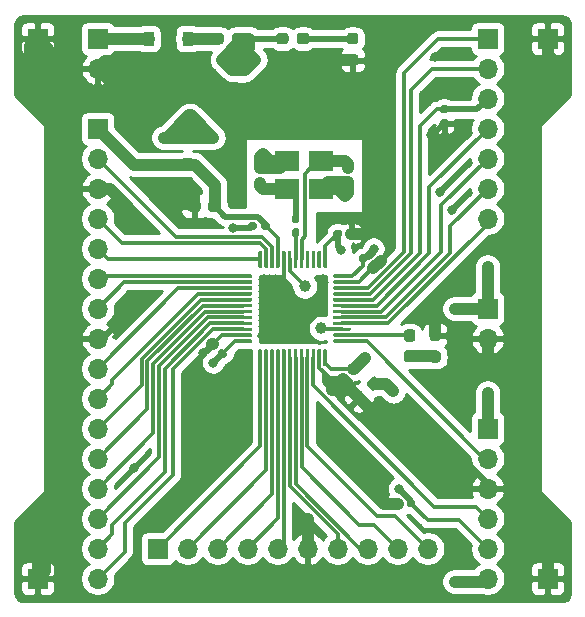
<source format=gbr>
%TF.GenerationSoftware,KiCad,Pcbnew,(5.1.10-1-10_14)*%
%TF.CreationDate,2022-01-24T14:54:24+11:00*%
%TF.ProjectId,STM32L431CBT6_BO,53544d33-324c-4343-9331-434254365f42,rev?*%
%TF.SameCoordinates,Original*%
%TF.FileFunction,Copper,L1,Top*%
%TF.FilePolarity,Positive*%
%FSLAX46Y46*%
G04 Gerber Fmt 4.6, Leading zero omitted, Abs format (unit mm)*
G04 Created by KiCad (PCBNEW (5.1.10-1-10_14)) date 2022-01-24 14:54:24*
%MOMM*%
%LPD*%
G01*
G04 APERTURE LIST*
%TA.AperFunction,ComponentPad*%
%ADD10O,1.700000X1.700000*%
%TD*%
%TA.AperFunction,ComponentPad*%
%ADD11R,1.700000X1.700000*%
%TD*%
%TA.AperFunction,SMDPad,CuDef*%
%ADD12R,0.900000X1.200000*%
%TD*%
%TA.AperFunction,SMDPad,CuDef*%
%ADD13R,2.100000X1.800000*%
%TD*%
%TA.AperFunction,ViaPad*%
%ADD14C,0.800000*%
%TD*%
%TA.AperFunction,ViaPad*%
%ADD15C,1.000000*%
%TD*%
%TA.AperFunction,Conductor*%
%ADD16C,1.000000*%
%TD*%
%TA.AperFunction,Conductor*%
%ADD17C,0.300000*%
%TD*%
%TA.AperFunction,Conductor*%
%ADD18C,0.500000*%
%TD*%
%TA.AperFunction,Conductor*%
%ADD19C,0.254000*%
%TD*%
%TA.AperFunction,Conductor*%
%ADD20C,0.100000*%
%TD*%
G04 APERTURE END LIST*
%TO.P,C6,1*%
%TO.N,+3.3VA*%
%TA.AperFunction,SMDPad,CuDef*%
G36*
G01*
X169531500Y-53820000D02*
X169531500Y-54130000D01*
G75*
G02*
X169376500Y-54285000I-155000J0D01*
G01*
X168951500Y-54285000D01*
G75*
G02*
X168796500Y-54130000I0J155000D01*
G01*
X168796500Y-53820000D01*
G75*
G02*
X168951500Y-53665000I155000J0D01*
G01*
X169376500Y-53665000D01*
G75*
G02*
X169531500Y-53820000I0J-155000D01*
G01*
G37*
%TD.AperFunction*%
%TO.P,C6,2*%
%TO.N,GND*%
%TA.AperFunction,SMDPad,CuDef*%
G36*
G01*
X168396500Y-53820000D02*
X168396500Y-54130000D01*
G75*
G02*
X168241500Y-54285000I-155000J0D01*
G01*
X167816500Y-54285000D01*
G75*
G02*
X167661500Y-54130000I0J155000D01*
G01*
X167661500Y-53820000D01*
G75*
G02*
X167816500Y-53665000I155000J0D01*
G01*
X168241500Y-53665000D01*
G75*
G02*
X168396500Y-53820000I0J-155000D01*
G01*
G37*
%TD.AperFunction*%
%TD*%
%TO.P,C10,2*%
%TO.N,GND*%
%TA.AperFunction,SMDPad,CuDef*%
G36*
G01*
X168811000Y-49455540D02*
X168501000Y-49455540D01*
G75*
G02*
X168346000Y-49300540I0J155000D01*
G01*
X168346000Y-48875540D01*
G75*
G02*
X168501000Y-48720540I155000J0D01*
G01*
X168811000Y-48720540D01*
G75*
G02*
X168966000Y-48875540I0J-155000D01*
G01*
X168966000Y-49300540D01*
G75*
G02*
X168811000Y-49455540I-155000J0D01*
G01*
G37*
%TD.AperFunction*%
%TO.P,C10,1*%
%TO.N,Net-(C10-Pad1)*%
%TA.AperFunction,SMDPad,CuDef*%
G36*
G01*
X168811000Y-50590540D02*
X168501000Y-50590540D01*
G75*
G02*
X168346000Y-50435540I0J155000D01*
G01*
X168346000Y-50010540D01*
G75*
G02*
X168501000Y-49855540I155000J0D01*
G01*
X168811000Y-49855540D01*
G75*
G02*
X168966000Y-50010540I0J-155000D01*
G01*
X168966000Y-50435540D01*
G75*
G02*
X168811000Y-50590540I-155000J0D01*
G01*
G37*
%TD.AperFunction*%
%TD*%
%TO.P,C5,2*%
%TO.N,GND*%
%TA.AperFunction,SMDPad,CuDef*%
G36*
G01*
X177300372Y-67981752D02*
X177636248Y-68317628D01*
G75*
G02*
X177636248Y-68653504I-167938J-167938D01*
G01*
X177211984Y-69077768D01*
G75*
G02*
X176876108Y-69077768I-167938J167938D01*
G01*
X176540232Y-68741892D01*
G75*
G02*
X176540232Y-68406016I167938J167938D01*
G01*
X176964496Y-67981752D01*
G75*
G02*
X177300372Y-67981752I167938J-167938D01*
G01*
G37*
%TD.AperFunction*%
%TO.P,C5,1*%
%TO.N,+3V3*%
%TA.AperFunction,SMDPad,CuDef*%
G36*
G01*
X178520132Y-66761992D02*
X178856008Y-67097868D01*
G75*
G02*
X178856008Y-67433744I-167938J-167938D01*
G01*
X178431744Y-67858008D01*
G75*
G02*
X178095868Y-67858008I-167938J167938D01*
G01*
X177759992Y-67522132D01*
G75*
G02*
X177759992Y-67186256I167938J167938D01*
G01*
X178184256Y-66761992D01*
G75*
G02*
X178520132Y-66761992I167938J-167938D01*
G01*
G37*
%TD.AperFunction*%
%TD*%
D10*
%TO.P,J6,10*%
%TO.N,PA12*%
X182880000Y-81280000D03*
%TO.P,J6,9*%
%TO.N,PA11*%
X180340000Y-81280000D03*
%TO.P,J6,8*%
%TO.N,USART_Rx*%
X177800000Y-81280000D03*
%TO.P,J6,7*%
%TO.N,USART_Tx*%
X175260000Y-81280000D03*
%TO.P,J6,6*%
%TO.N,GND*%
X172720000Y-81280000D03*
%TO.P,J6,5*%
%TO.N,PA8*%
X170180000Y-81280000D03*
%TO.P,J6,4*%
%TO.N,PB15*%
X167640000Y-81280000D03*
%TO.P,J6,3*%
%TO.N,PB14*%
X165100000Y-81280000D03*
%TO.P,J6,2*%
%TO.N,PB13*%
X162560000Y-81280000D03*
D11*
%TO.P,J6,1*%
%TO.N,PB12*%
X160020000Y-81280000D03*
%TD*%
%TO.P,J9,1*%
%TO.N,GND*%
X193040000Y-83820000D03*
%TD*%
%TO.P,C1,2*%
%TO.N,GND*%
%TA.AperFunction,SMDPad,CuDef*%
G36*
G01*
X176027500Y-54765000D02*
X176027500Y-54455000D01*
G75*
G02*
X176182500Y-54300000I155000J0D01*
G01*
X176607500Y-54300000D01*
G75*
G02*
X176762500Y-54455000I0J-155000D01*
G01*
X176762500Y-54765000D01*
G75*
G02*
X176607500Y-54920000I-155000J0D01*
G01*
X176182500Y-54920000D01*
G75*
G02*
X176027500Y-54765000I0J155000D01*
G01*
G37*
%TD.AperFunction*%
%TO.P,C1,1*%
%TO.N,+3V3*%
%TA.AperFunction,SMDPad,CuDef*%
G36*
G01*
X174892500Y-54765000D02*
X174892500Y-54455000D01*
G75*
G02*
X175047500Y-54300000I155000J0D01*
G01*
X175472500Y-54300000D01*
G75*
G02*
X175627500Y-54455000I0J-155000D01*
G01*
X175627500Y-54765000D01*
G75*
G02*
X175472500Y-54920000I-155000J0D01*
G01*
X175047500Y-54920000D01*
G75*
G02*
X174892500Y-54765000I0J155000D01*
G01*
G37*
%TD.AperFunction*%
%TD*%
%TO.P,C2,1*%
%TO.N,+3V3*%
%TA.AperFunction,SMDPad,CuDef*%
G36*
G01*
X177029253Y-56598456D02*
X177248456Y-56379253D01*
G75*
G02*
X177467660Y-56379253I109602J-109602D01*
G01*
X177768181Y-56679774D01*
G75*
G02*
X177768181Y-56898978I-109602J-109602D01*
G01*
X177548978Y-57118181D01*
G75*
G02*
X177329774Y-57118181I-109602J109602D01*
G01*
X177029253Y-56817660D01*
G75*
G02*
X177029253Y-56598456I109602J109602D01*
G01*
G37*
%TD.AperFunction*%
%TO.P,C2,2*%
%TO.N,GND*%
%TA.AperFunction,SMDPad,CuDef*%
G36*
G01*
X177831819Y-57401022D02*
X178051022Y-57181819D01*
G75*
G02*
X178270226Y-57181819I109602J-109602D01*
G01*
X178570747Y-57482340D01*
G75*
G02*
X178570747Y-57701544I-109602J-109602D01*
G01*
X178351544Y-57920747D01*
G75*
G02*
X178132340Y-57920747I-109602J109602D01*
G01*
X177831819Y-57620226D01*
G75*
G02*
X177831819Y-57401022I109602J109602D01*
G01*
G37*
%TD.AperFunction*%
%TD*%
%TO.P,C3,2*%
%TO.N,GND*%
%TA.AperFunction,SMDPad,CuDef*%
G36*
G01*
X165068181Y-64117695D02*
X164848978Y-64336898D01*
G75*
G02*
X164629774Y-64336898I-109602J109602D01*
G01*
X164329253Y-64036377D01*
G75*
G02*
X164329253Y-63817173I109602J109602D01*
G01*
X164548456Y-63597970D01*
G75*
G02*
X164767660Y-63597970I109602J-109602D01*
G01*
X165068181Y-63898491D01*
G75*
G02*
X165068181Y-64117695I-109602J-109602D01*
G01*
G37*
%TD.AperFunction*%
%TO.P,C3,1*%
%TO.N,+3V3*%
%TA.AperFunction,SMDPad,CuDef*%
G36*
G01*
X165870747Y-64920261D02*
X165651544Y-65139464D01*
G75*
G02*
X165432340Y-65139464I-109602J109602D01*
G01*
X165131819Y-64838943D01*
G75*
G02*
X165131819Y-64619739I109602J109602D01*
G01*
X165351022Y-64400536D01*
G75*
G02*
X165570226Y-64400536I109602J-109602D01*
G01*
X165870747Y-64701057D01*
G75*
G02*
X165870747Y-64920261I-109602J-109602D01*
G01*
G37*
%TD.AperFunction*%
%TD*%
%TO.P,C4,1*%
%TO.N,+3V3*%
%TA.AperFunction,SMDPad,CuDef*%
G36*
G01*
X176680261Y-65670536D02*
X176899464Y-65889739D01*
G75*
G02*
X176899464Y-66108943I-109602J-109602D01*
G01*
X176598943Y-66409464D01*
G75*
G02*
X176379739Y-66409464I-109602J109602D01*
G01*
X176160536Y-66190261D01*
G75*
G02*
X176160536Y-65971057I109602J109602D01*
G01*
X176461057Y-65670536D01*
G75*
G02*
X176680261Y-65670536I109602J-109602D01*
G01*
G37*
%TD.AperFunction*%
%TO.P,C4,2*%
%TO.N,GND*%
%TA.AperFunction,SMDPad,CuDef*%
G36*
G01*
X175877695Y-66473102D02*
X176096898Y-66692305D01*
G75*
G02*
X176096898Y-66911509I-109602J-109602D01*
G01*
X175796377Y-67212030D01*
G75*
G02*
X175577173Y-67212030I-109602J109602D01*
G01*
X175357970Y-66992827D01*
G75*
G02*
X175357970Y-66773623I109602J109602D01*
G01*
X175658491Y-66473102D01*
G75*
G02*
X175877695Y-66473102I109602J-109602D01*
G01*
G37*
%TD.AperFunction*%
%TD*%
%TO.P,C7,1*%
%TO.N,+3.3VA*%
%TA.AperFunction,SMDPad,CuDef*%
G36*
G01*
X165383500Y-52060500D02*
X165383500Y-52535500D01*
G75*
G02*
X165146000Y-52773000I-237500J0D01*
G01*
X164546000Y-52773000D01*
G75*
G02*
X164308500Y-52535500I0J237500D01*
G01*
X164308500Y-52060500D01*
G75*
G02*
X164546000Y-51823000I237500J0D01*
G01*
X165146000Y-51823000D01*
G75*
G02*
X165383500Y-52060500I0J-237500D01*
G01*
G37*
%TD.AperFunction*%
%TO.P,C7,2*%
%TO.N,GND*%
%TA.AperFunction,SMDPad,CuDef*%
G36*
G01*
X163658500Y-52060500D02*
X163658500Y-52535500D01*
G75*
G02*
X163421000Y-52773000I-237500J0D01*
G01*
X162821000Y-52773000D01*
G75*
G02*
X162583500Y-52535500I0J237500D01*
G01*
X162583500Y-52060500D01*
G75*
G02*
X162821000Y-51823000I237500J0D01*
G01*
X163421000Y-51823000D01*
G75*
G02*
X163658500Y-52060500I0J-237500D01*
G01*
G37*
%TD.AperFunction*%
%TD*%
%TO.P,C8,2*%
%TO.N,GND*%
%TA.AperFunction,SMDPad,CuDef*%
G36*
G01*
X180715500Y-77315000D02*
X180715500Y-77625000D01*
G75*
G02*
X180560500Y-77780000I-155000J0D01*
G01*
X180135500Y-77780000D01*
G75*
G02*
X179980500Y-77625000I0J155000D01*
G01*
X179980500Y-77315000D01*
G75*
G02*
X180135500Y-77160000I155000J0D01*
G01*
X180560500Y-77160000D01*
G75*
G02*
X180715500Y-77315000I0J-155000D01*
G01*
G37*
%TD.AperFunction*%
%TO.P,C8,1*%
%TO.N,NRST*%
%TA.AperFunction,SMDPad,CuDef*%
G36*
G01*
X181850500Y-77315000D02*
X181850500Y-77625000D01*
G75*
G02*
X181695500Y-77780000I-155000J0D01*
G01*
X181270500Y-77780000D01*
G75*
G02*
X181115500Y-77625000I0J155000D01*
G01*
X181115500Y-77315000D01*
G75*
G02*
X181270500Y-77160000I155000J0D01*
G01*
X181695500Y-77160000D01*
G75*
G02*
X181850500Y-77315000I0J-155000D01*
G01*
G37*
%TD.AperFunction*%
%TD*%
%TO.P,C9,1*%
%TO.N,HSE_IN*%
%TA.AperFunction,SMDPad,CuDef*%
G36*
G01*
X175994000Y-48720920D02*
X176304000Y-48720920D01*
G75*
G02*
X176459000Y-48875920I0J-155000D01*
G01*
X176459000Y-49300920D01*
G75*
G02*
X176304000Y-49455920I-155000J0D01*
G01*
X175994000Y-49455920D01*
G75*
G02*
X175839000Y-49300920I0J155000D01*
G01*
X175839000Y-48875920D01*
G75*
G02*
X175994000Y-48720920I155000J0D01*
G01*
G37*
%TD.AperFunction*%
%TO.P,C9,2*%
%TO.N,GND*%
%TA.AperFunction,SMDPad,CuDef*%
G36*
G01*
X175994000Y-49855920D02*
X176304000Y-49855920D01*
G75*
G02*
X176459000Y-50010920I0J-155000D01*
G01*
X176459000Y-50435920D01*
G75*
G02*
X176304000Y-50590920I-155000J0D01*
G01*
X175994000Y-50590920D01*
G75*
G02*
X175839000Y-50435920I0J155000D01*
G01*
X175839000Y-50010920D01*
G75*
G02*
X175994000Y-49855920I155000J0D01*
G01*
G37*
%TD.AperFunction*%
%TD*%
D12*
%TO.P,D1,1*%
%TO.N,Net-(D1-Pad1)*%
X162560000Y-38100000D03*
%TO.P,D1,2*%
%TO.N,Net-(D1-Pad2)*%
X159260000Y-38100000D03*
%TD*%
%TO.P,D2,2*%
%TO.N,LED_STATUS*%
%TA.AperFunction,SMDPad,CuDef*%
G36*
G01*
X181593500Y-63771000D02*
X181118500Y-63771000D01*
G75*
G02*
X180881000Y-63533500I0J237500D01*
G01*
X180881000Y-62958500D01*
G75*
G02*
X181118500Y-62721000I237500J0D01*
G01*
X181593500Y-62721000D01*
G75*
G02*
X181831000Y-62958500I0J-237500D01*
G01*
X181831000Y-63533500D01*
G75*
G02*
X181593500Y-63771000I-237500J0D01*
G01*
G37*
%TD.AperFunction*%
%TO.P,D2,1*%
%TO.N,Net-(D2-Pad1)*%
%TA.AperFunction,SMDPad,CuDef*%
G36*
G01*
X181593500Y-65521000D02*
X181118500Y-65521000D01*
G75*
G02*
X180881000Y-65283500I0J237500D01*
G01*
X180881000Y-64708500D01*
G75*
G02*
X181118500Y-64471000I237500J0D01*
G01*
X181593500Y-64471000D01*
G75*
G02*
X181831000Y-64708500I0J-237500D01*
G01*
X181831000Y-65283500D01*
G75*
G02*
X181593500Y-65521000I-237500J0D01*
G01*
G37*
%TD.AperFunction*%
%TD*%
%TO.P,D3,1*%
%TO.N,Net-(D3-Pad1)*%
%TA.AperFunction,SMDPad,CuDef*%
G36*
G01*
X172850000Y-37862500D02*
X172850000Y-38337500D01*
G75*
G02*
X172612500Y-38575000I-237500J0D01*
G01*
X172037500Y-38575000D01*
G75*
G02*
X171800000Y-38337500I0J237500D01*
G01*
X171800000Y-37862500D01*
G75*
G02*
X172037500Y-37625000I237500J0D01*
G01*
X172612500Y-37625000D01*
G75*
G02*
X172850000Y-37862500I0J-237500D01*
G01*
G37*
%TD.AperFunction*%
%TO.P,D3,2*%
%TO.N,+3V3*%
%TA.AperFunction,SMDPad,CuDef*%
G36*
G01*
X171100000Y-37862500D02*
X171100000Y-38337500D01*
G75*
G02*
X170862500Y-38575000I-237500J0D01*
G01*
X170287500Y-38575000D01*
G75*
G02*
X170050000Y-38337500I0J237500D01*
G01*
X170050000Y-37862500D01*
G75*
G02*
X170287500Y-37625000I237500J0D01*
G01*
X170862500Y-37625000D01*
G75*
G02*
X171100000Y-37862500I0J-237500D01*
G01*
G37*
%TD.AperFunction*%
%TD*%
%TO.P,F1,1*%
%TO.N,+3V3*%
%TA.AperFunction,SMDPad,CuDef*%
G36*
G01*
X167375000Y-37862500D02*
X167375000Y-38337500D01*
G75*
G02*
X167137500Y-38575000I-237500J0D01*
G01*
X166562500Y-38575000D01*
G75*
G02*
X166325000Y-38337500I0J237500D01*
G01*
X166325000Y-37862500D01*
G75*
G02*
X166562500Y-37625000I237500J0D01*
G01*
X167137500Y-37625000D01*
G75*
G02*
X167375000Y-37862500I0J-237500D01*
G01*
G37*
%TD.AperFunction*%
%TO.P,F1,2*%
%TO.N,Net-(D1-Pad1)*%
%TA.AperFunction,SMDPad,CuDef*%
G36*
G01*
X165625000Y-37862500D02*
X165625000Y-38337500D01*
G75*
G02*
X165387500Y-38575000I-237500J0D01*
G01*
X164812500Y-38575000D01*
G75*
G02*
X164575000Y-38337500I0J237500D01*
G01*
X164575000Y-37862500D01*
G75*
G02*
X164812500Y-37625000I237500J0D01*
G01*
X165387500Y-37625000D01*
G75*
G02*
X165625000Y-37862500I0J-237500D01*
G01*
G37*
%TD.AperFunction*%
%TD*%
%TO.P,FB1,1*%
%TO.N,+3.3VA*%
%TA.AperFunction,SMDPad,CuDef*%
G36*
G01*
X162910001Y-49293000D02*
X162209999Y-49293000D01*
G75*
G02*
X161960000Y-49043001I0J249999D01*
G01*
X161960000Y-48492999D01*
G75*
G02*
X162209999Y-48243000I249999J0D01*
G01*
X162910001Y-48243000D01*
G75*
G02*
X163160000Y-48492999I0J-249999D01*
G01*
X163160000Y-49043001D01*
G75*
G02*
X162910001Y-49293000I-249999J0D01*
G01*
G37*
%TD.AperFunction*%
%TO.P,FB1,2*%
%TO.N,+3V3*%
%TA.AperFunction,SMDPad,CuDef*%
G36*
G01*
X162910001Y-46993000D02*
X162209999Y-46993000D01*
G75*
G02*
X161960000Y-46743001I0J249999D01*
G01*
X161960000Y-46192999D01*
G75*
G02*
X162209999Y-45943000I249999J0D01*
G01*
X162910001Y-45943000D01*
G75*
G02*
X163160000Y-46192999I0J-249999D01*
G01*
X163160000Y-46743001D01*
G75*
G02*
X162910001Y-46993000I-249999J0D01*
G01*
G37*
%TD.AperFunction*%
%TD*%
D11*
%TO.P,J1,1*%
%TO.N,Net-(D1-Pad2)*%
X154940000Y-38100000D03*
D10*
%TO.P,J1,2*%
%TO.N,GND*%
X154940000Y-40640000D03*
%TD*%
%TO.P,J2,2*%
%TO.N,GND*%
X187960000Y-63500000D03*
D11*
%TO.P,J2,1*%
%TO.N,+3V3*%
X187960000Y-60960000D03*
%TD*%
%TO.P,J3,1*%
%TO.N,PB9*%
X187960000Y-38100000D03*
D10*
%TO.P,J3,2*%
%TO.N,PB8*%
X187960000Y-40640000D03*
%TO.P,J3,3*%
%TO.N,BOOT*%
X187960000Y-43180000D03*
%TO.P,J3,4*%
%TO.N,I2C1_SDA*%
X187960000Y-45720000D03*
%TO.P,J3,5*%
%TO.N,I2C1_SCL*%
X187960000Y-48260000D03*
%TO.P,J3,6*%
%TO.N,PB5*%
X187960000Y-50800000D03*
%TO.P,J3,7*%
%TO.N,PB4*%
X187960000Y-53340000D03*
%TD*%
D11*
%TO.P,J4,1*%
%TO.N,+3.3VA*%
X154940000Y-45720000D03*
D10*
%TO.P,J4,2*%
%TO.N,ADC1_IN5*%
X154940000Y-48260000D03*
%TO.P,J4,3*%
%TO.N,GND*%
X154940000Y-50800000D03*
%TO.P,J4,4*%
%TO.N,PA1*%
X154940000Y-53340000D03*
%TO.P,J4,5*%
%TO.N,PA2*%
X154940000Y-55880000D03*
%TO.P,J4,6*%
%TO.N,PA3*%
X154940000Y-58420000D03*
%TO.P,J4,7*%
%TO.N,DAC1_OUT1*%
X154940000Y-60960000D03*
%TO.P,J4,8*%
%TO.N,GND*%
X154940000Y-63500000D03*
%TO.P,J4,9*%
%TO.N,PA5*%
X154940000Y-66040000D03*
%TO.P,J4,10*%
%TO.N,PA6*%
X154940000Y-68580000D03*
%TO.P,J4,11*%
%TO.N,PA7*%
X154940000Y-71120000D03*
%TO.P,J4,12*%
%TO.N,PB0*%
X154940000Y-73660000D03*
%TO.P,J4,13*%
%TO.N,PB1*%
X154940000Y-76200000D03*
%TO.P,J4,14*%
%TO.N,PB2*%
X154940000Y-78740000D03*
%TO.P,J4,15*%
%TO.N,USART3_Tx*%
X154940000Y-81280000D03*
%TO.P,J4,16*%
%TO.N,USART3_Rx*%
X154940000Y-83820000D03*
%TD*%
D11*
%TO.P,J5,1*%
%TO.N,+3V3*%
X187960000Y-71120000D03*
D10*
%TO.P,J5,2*%
%TO.N,SWCLK*%
X187960000Y-73660000D03*
%TO.P,J5,3*%
%TO.N,GND*%
X187960000Y-76200000D03*
%TO.P,J5,4*%
%TO.N,SWDIO*%
X187960000Y-78740000D03*
%TO.P,J5,5*%
%TO.N,NRST*%
X187960000Y-81280000D03*
%TO.P,J5,6*%
%TO.N,SWO*%
X187960000Y-83820000D03*
%TD*%
D11*
%TO.P,J7,1*%
%TO.N,GND*%
X193040000Y-38100000D03*
%TD*%
%TO.P,J8,1*%
%TO.N,GND*%
X149860000Y-38100000D03*
%TD*%
%TO.P,J10,1*%
%TO.N,GND*%
X149860000Y-83820000D03*
%TD*%
%TO.P,R1,1*%
%TO.N,BOOT*%
%TA.AperFunction,SMDPad,CuDef*%
G36*
G01*
X184117000Y-43711500D02*
X184437000Y-43711500D01*
G75*
G02*
X184597000Y-43871500I0J-160000D01*
G01*
X184597000Y-44266500D01*
G75*
G02*
X184437000Y-44426500I-160000J0D01*
G01*
X184117000Y-44426500D01*
G75*
G02*
X183957000Y-44266500I0J160000D01*
G01*
X183957000Y-43871500D01*
G75*
G02*
X184117000Y-43711500I160000J0D01*
G01*
G37*
%TD.AperFunction*%
%TO.P,R1,2*%
%TO.N,GND*%
%TA.AperFunction,SMDPad,CuDef*%
G36*
G01*
X184117000Y-44906500D02*
X184437000Y-44906500D01*
G75*
G02*
X184597000Y-45066500I0J-160000D01*
G01*
X184597000Y-45461500D01*
G75*
G02*
X184437000Y-45621500I-160000J0D01*
G01*
X184117000Y-45621500D01*
G75*
G02*
X183957000Y-45461500I0J160000D01*
G01*
X183957000Y-45066500D01*
G75*
G02*
X184117000Y-44906500I160000J0D01*
G01*
G37*
%TD.AperFunction*%
%TD*%
%TO.P,R2,2*%
%TO.N,GND*%
%TA.AperFunction,SMDPad,CuDef*%
G36*
G01*
X183752500Y-63710000D02*
X183277500Y-63710000D01*
G75*
G02*
X183040000Y-63472500I0J237500D01*
G01*
X183040000Y-62972500D01*
G75*
G02*
X183277500Y-62735000I237500J0D01*
G01*
X183752500Y-62735000D01*
G75*
G02*
X183990000Y-62972500I0J-237500D01*
G01*
X183990000Y-63472500D01*
G75*
G02*
X183752500Y-63710000I-237500J0D01*
G01*
G37*
%TD.AperFunction*%
%TO.P,R2,1*%
%TO.N,Net-(D2-Pad1)*%
%TA.AperFunction,SMDPad,CuDef*%
G36*
G01*
X183752500Y-65535000D02*
X183277500Y-65535000D01*
G75*
G02*
X183040000Y-65297500I0J237500D01*
G01*
X183040000Y-64797500D01*
G75*
G02*
X183277500Y-64560000I237500J0D01*
G01*
X183752500Y-64560000D01*
G75*
G02*
X183990000Y-64797500I0J-237500D01*
G01*
X183990000Y-65297500D01*
G75*
G02*
X183752500Y-65535000I-237500J0D01*
G01*
G37*
%TD.AperFunction*%
%TD*%
%TO.P,R3,2*%
%TO.N,Net-(C10-Pad1)*%
%TA.AperFunction,SMDPad,CuDef*%
G36*
G01*
X171864000Y-53697500D02*
X171544000Y-53697500D01*
G75*
G02*
X171384000Y-53537500I0J160000D01*
G01*
X171384000Y-53142500D01*
G75*
G02*
X171544000Y-52982500I160000J0D01*
G01*
X171864000Y-52982500D01*
G75*
G02*
X172024000Y-53142500I0J-160000D01*
G01*
X172024000Y-53537500D01*
G75*
G02*
X171864000Y-53697500I-160000J0D01*
G01*
G37*
%TD.AperFunction*%
%TO.P,R3,1*%
%TO.N,HSE_OUT*%
%TA.AperFunction,SMDPad,CuDef*%
G36*
G01*
X171864000Y-54892500D02*
X171544000Y-54892500D01*
G75*
G02*
X171384000Y-54732500I0J160000D01*
G01*
X171384000Y-54337500D01*
G75*
G02*
X171544000Y-54177500I160000J0D01*
G01*
X171864000Y-54177500D01*
G75*
G02*
X172024000Y-54337500I0J-160000D01*
G01*
X172024000Y-54732500D01*
G75*
G02*
X171864000Y-54892500I-160000J0D01*
G01*
G37*
%TD.AperFunction*%
%TD*%
%TO.P,R4,1*%
%TO.N,Net-(D3-Pad1)*%
%TA.AperFunction,SMDPad,CuDef*%
G36*
G01*
X176292500Y-37612500D02*
X176767500Y-37612500D01*
G75*
G02*
X177005000Y-37850000I0J-237500D01*
G01*
X177005000Y-38350000D01*
G75*
G02*
X176767500Y-38587500I-237500J0D01*
G01*
X176292500Y-38587500D01*
G75*
G02*
X176055000Y-38350000I0J237500D01*
G01*
X176055000Y-37850000D01*
G75*
G02*
X176292500Y-37612500I237500J0D01*
G01*
G37*
%TD.AperFunction*%
%TO.P,R4,2*%
%TO.N,GND*%
%TA.AperFunction,SMDPad,CuDef*%
G36*
G01*
X176292500Y-39437500D02*
X176767500Y-39437500D01*
G75*
G02*
X177005000Y-39675000I0J-237500D01*
G01*
X177005000Y-40175000D01*
G75*
G02*
X176767500Y-40412500I-237500J0D01*
G01*
X176292500Y-40412500D01*
G75*
G02*
X176055000Y-40175000I0J237500D01*
G01*
X176055000Y-39675000D01*
G75*
G02*
X176292500Y-39437500I237500J0D01*
G01*
G37*
%TD.AperFunction*%
%TD*%
%TO.P,U1,1*%
%TO.N,+3V3*%
%TA.AperFunction,SMDPad,CuDef*%
G36*
G01*
X174125000Y-56060000D02*
X174275000Y-56060000D01*
G75*
G02*
X174350000Y-56135000I0J-75000D01*
G01*
X174350000Y-57460000D01*
G75*
G02*
X174275000Y-57535000I-75000J0D01*
G01*
X174125000Y-57535000D01*
G75*
G02*
X174050000Y-57460000I0J75000D01*
G01*
X174050000Y-56135000D01*
G75*
G02*
X174125000Y-56060000I75000J0D01*
G01*
G37*
%TD.AperFunction*%
%TO.P,U1,2*%
%TO.N,Net-(U1-Pad2)*%
%TA.AperFunction,SMDPad,CuDef*%
G36*
G01*
X173625000Y-56060000D02*
X173775000Y-56060000D01*
G75*
G02*
X173850000Y-56135000I0J-75000D01*
G01*
X173850000Y-57460000D01*
G75*
G02*
X173775000Y-57535000I-75000J0D01*
G01*
X173625000Y-57535000D01*
G75*
G02*
X173550000Y-57460000I0J75000D01*
G01*
X173550000Y-56135000D01*
G75*
G02*
X173625000Y-56060000I75000J0D01*
G01*
G37*
%TD.AperFunction*%
%TO.P,U1,3*%
%TO.N,Net-(U1-Pad3)*%
%TA.AperFunction,SMDPad,CuDef*%
G36*
G01*
X173125000Y-56060000D02*
X173275000Y-56060000D01*
G75*
G02*
X173350000Y-56135000I0J-75000D01*
G01*
X173350000Y-57460000D01*
G75*
G02*
X173275000Y-57535000I-75000J0D01*
G01*
X173125000Y-57535000D01*
G75*
G02*
X173050000Y-57460000I0J75000D01*
G01*
X173050000Y-56135000D01*
G75*
G02*
X173125000Y-56060000I75000J0D01*
G01*
G37*
%TD.AperFunction*%
%TO.P,U1,4*%
%TO.N,Net-(U1-Pad4)*%
%TA.AperFunction,SMDPad,CuDef*%
G36*
G01*
X172625000Y-56060000D02*
X172775000Y-56060000D01*
G75*
G02*
X172850000Y-56135000I0J-75000D01*
G01*
X172850000Y-57460000D01*
G75*
G02*
X172775000Y-57535000I-75000J0D01*
G01*
X172625000Y-57535000D01*
G75*
G02*
X172550000Y-57460000I0J75000D01*
G01*
X172550000Y-56135000D01*
G75*
G02*
X172625000Y-56060000I75000J0D01*
G01*
G37*
%TD.AperFunction*%
%TO.P,U1,5*%
%TO.N,HSE_IN*%
%TA.AperFunction,SMDPad,CuDef*%
G36*
G01*
X172125000Y-56060000D02*
X172275000Y-56060000D01*
G75*
G02*
X172350000Y-56135000I0J-75000D01*
G01*
X172350000Y-57460000D01*
G75*
G02*
X172275000Y-57535000I-75000J0D01*
G01*
X172125000Y-57535000D01*
G75*
G02*
X172050000Y-57460000I0J75000D01*
G01*
X172050000Y-56135000D01*
G75*
G02*
X172125000Y-56060000I75000J0D01*
G01*
G37*
%TD.AperFunction*%
%TO.P,U1,6*%
%TO.N,HSE_OUT*%
%TA.AperFunction,SMDPad,CuDef*%
G36*
G01*
X171625000Y-56060000D02*
X171775000Y-56060000D01*
G75*
G02*
X171850000Y-56135000I0J-75000D01*
G01*
X171850000Y-57460000D01*
G75*
G02*
X171775000Y-57535000I-75000J0D01*
G01*
X171625000Y-57535000D01*
G75*
G02*
X171550000Y-57460000I0J75000D01*
G01*
X171550000Y-56135000D01*
G75*
G02*
X171625000Y-56060000I75000J0D01*
G01*
G37*
%TD.AperFunction*%
%TO.P,U1,7*%
%TO.N,NRST*%
%TA.AperFunction,SMDPad,CuDef*%
G36*
G01*
X171125000Y-56060000D02*
X171275000Y-56060000D01*
G75*
G02*
X171350000Y-56135000I0J-75000D01*
G01*
X171350000Y-57460000D01*
G75*
G02*
X171275000Y-57535000I-75000J0D01*
G01*
X171125000Y-57535000D01*
G75*
G02*
X171050000Y-57460000I0J75000D01*
G01*
X171050000Y-56135000D01*
G75*
G02*
X171125000Y-56060000I75000J0D01*
G01*
G37*
%TD.AperFunction*%
%TO.P,U1,8*%
%TO.N,GND*%
%TA.AperFunction,SMDPad,CuDef*%
G36*
G01*
X170625000Y-56060000D02*
X170775000Y-56060000D01*
G75*
G02*
X170850000Y-56135000I0J-75000D01*
G01*
X170850000Y-57460000D01*
G75*
G02*
X170775000Y-57535000I-75000J0D01*
G01*
X170625000Y-57535000D01*
G75*
G02*
X170550000Y-57460000I0J75000D01*
G01*
X170550000Y-56135000D01*
G75*
G02*
X170625000Y-56060000I75000J0D01*
G01*
G37*
%TD.AperFunction*%
%TO.P,U1,9*%
%TO.N,+3.3VA*%
%TA.AperFunction,SMDPad,CuDef*%
G36*
G01*
X170125000Y-56060000D02*
X170275000Y-56060000D01*
G75*
G02*
X170350000Y-56135000I0J-75000D01*
G01*
X170350000Y-57460000D01*
G75*
G02*
X170275000Y-57535000I-75000J0D01*
G01*
X170125000Y-57535000D01*
G75*
G02*
X170050000Y-57460000I0J75000D01*
G01*
X170050000Y-56135000D01*
G75*
G02*
X170125000Y-56060000I75000J0D01*
G01*
G37*
%TD.AperFunction*%
%TO.P,U1,10*%
%TO.N,ADC1_IN5*%
%TA.AperFunction,SMDPad,CuDef*%
G36*
G01*
X169625000Y-56060000D02*
X169775000Y-56060000D01*
G75*
G02*
X169850000Y-56135000I0J-75000D01*
G01*
X169850000Y-57460000D01*
G75*
G02*
X169775000Y-57535000I-75000J0D01*
G01*
X169625000Y-57535000D01*
G75*
G02*
X169550000Y-57460000I0J75000D01*
G01*
X169550000Y-56135000D01*
G75*
G02*
X169625000Y-56060000I75000J0D01*
G01*
G37*
%TD.AperFunction*%
%TO.P,U1,11*%
%TO.N,PA1*%
%TA.AperFunction,SMDPad,CuDef*%
G36*
G01*
X169125000Y-56060000D02*
X169275000Y-56060000D01*
G75*
G02*
X169350000Y-56135000I0J-75000D01*
G01*
X169350000Y-57460000D01*
G75*
G02*
X169275000Y-57535000I-75000J0D01*
G01*
X169125000Y-57535000D01*
G75*
G02*
X169050000Y-57460000I0J75000D01*
G01*
X169050000Y-56135000D01*
G75*
G02*
X169125000Y-56060000I75000J0D01*
G01*
G37*
%TD.AperFunction*%
%TO.P,U1,12*%
%TO.N,PA2*%
%TA.AperFunction,SMDPad,CuDef*%
G36*
G01*
X168625000Y-56060000D02*
X168775000Y-56060000D01*
G75*
G02*
X168850000Y-56135000I0J-75000D01*
G01*
X168850000Y-57460000D01*
G75*
G02*
X168775000Y-57535000I-75000J0D01*
G01*
X168625000Y-57535000D01*
G75*
G02*
X168550000Y-57460000I0J75000D01*
G01*
X168550000Y-56135000D01*
G75*
G02*
X168625000Y-56060000I75000J0D01*
G01*
G37*
%TD.AperFunction*%
%TO.P,U1,13*%
%TO.N,PA3*%
%TA.AperFunction,SMDPad,CuDef*%
G36*
G01*
X166625000Y-58060000D02*
X167950000Y-58060000D01*
G75*
G02*
X168025000Y-58135000I0J-75000D01*
G01*
X168025000Y-58285000D01*
G75*
G02*
X167950000Y-58360000I-75000J0D01*
G01*
X166625000Y-58360000D01*
G75*
G02*
X166550000Y-58285000I0J75000D01*
G01*
X166550000Y-58135000D01*
G75*
G02*
X166625000Y-58060000I75000J0D01*
G01*
G37*
%TD.AperFunction*%
%TO.P,U1,14*%
%TO.N,DAC1_OUT1*%
%TA.AperFunction,SMDPad,CuDef*%
G36*
G01*
X166625000Y-58560000D02*
X167950000Y-58560000D01*
G75*
G02*
X168025000Y-58635000I0J-75000D01*
G01*
X168025000Y-58785000D01*
G75*
G02*
X167950000Y-58860000I-75000J0D01*
G01*
X166625000Y-58860000D01*
G75*
G02*
X166550000Y-58785000I0J75000D01*
G01*
X166550000Y-58635000D01*
G75*
G02*
X166625000Y-58560000I75000J0D01*
G01*
G37*
%TD.AperFunction*%
%TO.P,U1,15*%
%TO.N,PA5*%
%TA.AperFunction,SMDPad,CuDef*%
G36*
G01*
X166625000Y-59060000D02*
X167950000Y-59060000D01*
G75*
G02*
X168025000Y-59135000I0J-75000D01*
G01*
X168025000Y-59285000D01*
G75*
G02*
X167950000Y-59360000I-75000J0D01*
G01*
X166625000Y-59360000D01*
G75*
G02*
X166550000Y-59285000I0J75000D01*
G01*
X166550000Y-59135000D01*
G75*
G02*
X166625000Y-59060000I75000J0D01*
G01*
G37*
%TD.AperFunction*%
%TO.P,U1,16*%
%TO.N,PA6*%
%TA.AperFunction,SMDPad,CuDef*%
G36*
G01*
X166625000Y-59560000D02*
X167950000Y-59560000D01*
G75*
G02*
X168025000Y-59635000I0J-75000D01*
G01*
X168025000Y-59785000D01*
G75*
G02*
X167950000Y-59860000I-75000J0D01*
G01*
X166625000Y-59860000D01*
G75*
G02*
X166550000Y-59785000I0J75000D01*
G01*
X166550000Y-59635000D01*
G75*
G02*
X166625000Y-59560000I75000J0D01*
G01*
G37*
%TD.AperFunction*%
%TO.P,U1,17*%
%TO.N,PA7*%
%TA.AperFunction,SMDPad,CuDef*%
G36*
G01*
X166625000Y-60060000D02*
X167950000Y-60060000D01*
G75*
G02*
X168025000Y-60135000I0J-75000D01*
G01*
X168025000Y-60285000D01*
G75*
G02*
X167950000Y-60360000I-75000J0D01*
G01*
X166625000Y-60360000D01*
G75*
G02*
X166550000Y-60285000I0J75000D01*
G01*
X166550000Y-60135000D01*
G75*
G02*
X166625000Y-60060000I75000J0D01*
G01*
G37*
%TD.AperFunction*%
%TO.P,U1,18*%
%TO.N,PB0*%
%TA.AperFunction,SMDPad,CuDef*%
G36*
G01*
X166625000Y-60560000D02*
X167950000Y-60560000D01*
G75*
G02*
X168025000Y-60635000I0J-75000D01*
G01*
X168025000Y-60785000D01*
G75*
G02*
X167950000Y-60860000I-75000J0D01*
G01*
X166625000Y-60860000D01*
G75*
G02*
X166550000Y-60785000I0J75000D01*
G01*
X166550000Y-60635000D01*
G75*
G02*
X166625000Y-60560000I75000J0D01*
G01*
G37*
%TD.AperFunction*%
%TO.P,U1,19*%
%TO.N,PB1*%
%TA.AperFunction,SMDPad,CuDef*%
G36*
G01*
X166625000Y-61060000D02*
X167950000Y-61060000D01*
G75*
G02*
X168025000Y-61135000I0J-75000D01*
G01*
X168025000Y-61285000D01*
G75*
G02*
X167950000Y-61360000I-75000J0D01*
G01*
X166625000Y-61360000D01*
G75*
G02*
X166550000Y-61285000I0J75000D01*
G01*
X166550000Y-61135000D01*
G75*
G02*
X166625000Y-61060000I75000J0D01*
G01*
G37*
%TD.AperFunction*%
%TO.P,U1,20*%
%TO.N,PB2*%
%TA.AperFunction,SMDPad,CuDef*%
G36*
G01*
X166625000Y-61560000D02*
X167950000Y-61560000D01*
G75*
G02*
X168025000Y-61635000I0J-75000D01*
G01*
X168025000Y-61785000D01*
G75*
G02*
X167950000Y-61860000I-75000J0D01*
G01*
X166625000Y-61860000D01*
G75*
G02*
X166550000Y-61785000I0J75000D01*
G01*
X166550000Y-61635000D01*
G75*
G02*
X166625000Y-61560000I75000J0D01*
G01*
G37*
%TD.AperFunction*%
%TO.P,U1,21*%
%TO.N,USART3_Tx*%
%TA.AperFunction,SMDPad,CuDef*%
G36*
G01*
X166625000Y-62060000D02*
X167950000Y-62060000D01*
G75*
G02*
X168025000Y-62135000I0J-75000D01*
G01*
X168025000Y-62285000D01*
G75*
G02*
X167950000Y-62360000I-75000J0D01*
G01*
X166625000Y-62360000D01*
G75*
G02*
X166550000Y-62285000I0J75000D01*
G01*
X166550000Y-62135000D01*
G75*
G02*
X166625000Y-62060000I75000J0D01*
G01*
G37*
%TD.AperFunction*%
%TO.P,U1,22*%
%TO.N,USART3_Rx*%
%TA.AperFunction,SMDPad,CuDef*%
G36*
G01*
X166625000Y-62560000D02*
X167950000Y-62560000D01*
G75*
G02*
X168025000Y-62635000I0J-75000D01*
G01*
X168025000Y-62785000D01*
G75*
G02*
X167950000Y-62860000I-75000J0D01*
G01*
X166625000Y-62860000D01*
G75*
G02*
X166550000Y-62785000I0J75000D01*
G01*
X166550000Y-62635000D01*
G75*
G02*
X166625000Y-62560000I75000J0D01*
G01*
G37*
%TD.AperFunction*%
%TO.P,U1,23*%
%TO.N,GND*%
%TA.AperFunction,SMDPad,CuDef*%
G36*
G01*
X166625000Y-63060000D02*
X167950000Y-63060000D01*
G75*
G02*
X168025000Y-63135000I0J-75000D01*
G01*
X168025000Y-63285000D01*
G75*
G02*
X167950000Y-63360000I-75000J0D01*
G01*
X166625000Y-63360000D01*
G75*
G02*
X166550000Y-63285000I0J75000D01*
G01*
X166550000Y-63135000D01*
G75*
G02*
X166625000Y-63060000I75000J0D01*
G01*
G37*
%TD.AperFunction*%
%TO.P,U1,24*%
%TO.N,+3V3*%
%TA.AperFunction,SMDPad,CuDef*%
G36*
G01*
X166625000Y-63560000D02*
X167950000Y-63560000D01*
G75*
G02*
X168025000Y-63635000I0J-75000D01*
G01*
X168025000Y-63785000D01*
G75*
G02*
X167950000Y-63860000I-75000J0D01*
G01*
X166625000Y-63860000D01*
G75*
G02*
X166550000Y-63785000I0J75000D01*
G01*
X166550000Y-63635000D01*
G75*
G02*
X166625000Y-63560000I75000J0D01*
G01*
G37*
%TD.AperFunction*%
%TO.P,U1,25*%
%TO.N,PB12*%
%TA.AperFunction,SMDPad,CuDef*%
G36*
G01*
X168625000Y-64385000D02*
X168775000Y-64385000D01*
G75*
G02*
X168850000Y-64460000I0J-75000D01*
G01*
X168850000Y-65785000D01*
G75*
G02*
X168775000Y-65860000I-75000J0D01*
G01*
X168625000Y-65860000D01*
G75*
G02*
X168550000Y-65785000I0J75000D01*
G01*
X168550000Y-64460000D01*
G75*
G02*
X168625000Y-64385000I75000J0D01*
G01*
G37*
%TD.AperFunction*%
%TO.P,U1,26*%
%TO.N,PB13*%
%TA.AperFunction,SMDPad,CuDef*%
G36*
G01*
X169125000Y-64385000D02*
X169275000Y-64385000D01*
G75*
G02*
X169350000Y-64460000I0J-75000D01*
G01*
X169350000Y-65785000D01*
G75*
G02*
X169275000Y-65860000I-75000J0D01*
G01*
X169125000Y-65860000D01*
G75*
G02*
X169050000Y-65785000I0J75000D01*
G01*
X169050000Y-64460000D01*
G75*
G02*
X169125000Y-64385000I75000J0D01*
G01*
G37*
%TD.AperFunction*%
%TO.P,U1,27*%
%TO.N,PB14*%
%TA.AperFunction,SMDPad,CuDef*%
G36*
G01*
X169625000Y-64385000D02*
X169775000Y-64385000D01*
G75*
G02*
X169850000Y-64460000I0J-75000D01*
G01*
X169850000Y-65785000D01*
G75*
G02*
X169775000Y-65860000I-75000J0D01*
G01*
X169625000Y-65860000D01*
G75*
G02*
X169550000Y-65785000I0J75000D01*
G01*
X169550000Y-64460000D01*
G75*
G02*
X169625000Y-64385000I75000J0D01*
G01*
G37*
%TD.AperFunction*%
%TO.P,U1,28*%
%TO.N,PB15*%
%TA.AperFunction,SMDPad,CuDef*%
G36*
G01*
X170125000Y-64385000D02*
X170275000Y-64385000D01*
G75*
G02*
X170350000Y-64460000I0J-75000D01*
G01*
X170350000Y-65785000D01*
G75*
G02*
X170275000Y-65860000I-75000J0D01*
G01*
X170125000Y-65860000D01*
G75*
G02*
X170050000Y-65785000I0J75000D01*
G01*
X170050000Y-64460000D01*
G75*
G02*
X170125000Y-64385000I75000J0D01*
G01*
G37*
%TD.AperFunction*%
%TO.P,U1,29*%
%TO.N,PA8*%
%TA.AperFunction,SMDPad,CuDef*%
G36*
G01*
X170625000Y-64385000D02*
X170775000Y-64385000D01*
G75*
G02*
X170850000Y-64460000I0J-75000D01*
G01*
X170850000Y-65785000D01*
G75*
G02*
X170775000Y-65860000I-75000J0D01*
G01*
X170625000Y-65860000D01*
G75*
G02*
X170550000Y-65785000I0J75000D01*
G01*
X170550000Y-64460000D01*
G75*
G02*
X170625000Y-64385000I75000J0D01*
G01*
G37*
%TD.AperFunction*%
%TO.P,U1,30*%
%TO.N,USART_Tx*%
%TA.AperFunction,SMDPad,CuDef*%
G36*
G01*
X171125000Y-64385000D02*
X171275000Y-64385000D01*
G75*
G02*
X171350000Y-64460000I0J-75000D01*
G01*
X171350000Y-65785000D01*
G75*
G02*
X171275000Y-65860000I-75000J0D01*
G01*
X171125000Y-65860000D01*
G75*
G02*
X171050000Y-65785000I0J75000D01*
G01*
X171050000Y-64460000D01*
G75*
G02*
X171125000Y-64385000I75000J0D01*
G01*
G37*
%TD.AperFunction*%
%TO.P,U1,31*%
%TO.N,USART_Rx*%
%TA.AperFunction,SMDPad,CuDef*%
G36*
G01*
X171625000Y-64385000D02*
X171775000Y-64385000D01*
G75*
G02*
X171850000Y-64460000I0J-75000D01*
G01*
X171850000Y-65785000D01*
G75*
G02*
X171775000Y-65860000I-75000J0D01*
G01*
X171625000Y-65860000D01*
G75*
G02*
X171550000Y-65785000I0J75000D01*
G01*
X171550000Y-64460000D01*
G75*
G02*
X171625000Y-64385000I75000J0D01*
G01*
G37*
%TD.AperFunction*%
%TO.P,U1,32*%
%TO.N,PA11*%
%TA.AperFunction,SMDPad,CuDef*%
G36*
G01*
X172125000Y-64385000D02*
X172275000Y-64385000D01*
G75*
G02*
X172350000Y-64460000I0J-75000D01*
G01*
X172350000Y-65785000D01*
G75*
G02*
X172275000Y-65860000I-75000J0D01*
G01*
X172125000Y-65860000D01*
G75*
G02*
X172050000Y-65785000I0J75000D01*
G01*
X172050000Y-64460000D01*
G75*
G02*
X172125000Y-64385000I75000J0D01*
G01*
G37*
%TD.AperFunction*%
%TO.P,U1,33*%
%TO.N,PA12*%
%TA.AperFunction,SMDPad,CuDef*%
G36*
G01*
X172625000Y-64385000D02*
X172775000Y-64385000D01*
G75*
G02*
X172850000Y-64460000I0J-75000D01*
G01*
X172850000Y-65785000D01*
G75*
G02*
X172775000Y-65860000I-75000J0D01*
G01*
X172625000Y-65860000D01*
G75*
G02*
X172550000Y-65785000I0J75000D01*
G01*
X172550000Y-64460000D01*
G75*
G02*
X172625000Y-64385000I75000J0D01*
G01*
G37*
%TD.AperFunction*%
%TO.P,U1,34*%
%TO.N,SWDIO*%
%TA.AperFunction,SMDPad,CuDef*%
G36*
G01*
X173125000Y-64385000D02*
X173275000Y-64385000D01*
G75*
G02*
X173350000Y-64460000I0J-75000D01*
G01*
X173350000Y-65785000D01*
G75*
G02*
X173275000Y-65860000I-75000J0D01*
G01*
X173125000Y-65860000D01*
G75*
G02*
X173050000Y-65785000I0J75000D01*
G01*
X173050000Y-64460000D01*
G75*
G02*
X173125000Y-64385000I75000J0D01*
G01*
G37*
%TD.AperFunction*%
%TO.P,U1,35*%
%TO.N,GND*%
%TA.AperFunction,SMDPad,CuDef*%
G36*
G01*
X173625000Y-64385000D02*
X173775000Y-64385000D01*
G75*
G02*
X173850000Y-64460000I0J-75000D01*
G01*
X173850000Y-65785000D01*
G75*
G02*
X173775000Y-65860000I-75000J0D01*
G01*
X173625000Y-65860000D01*
G75*
G02*
X173550000Y-65785000I0J75000D01*
G01*
X173550000Y-64460000D01*
G75*
G02*
X173625000Y-64385000I75000J0D01*
G01*
G37*
%TD.AperFunction*%
%TO.P,U1,36*%
%TO.N,+3V3*%
%TA.AperFunction,SMDPad,CuDef*%
G36*
G01*
X174125000Y-64385000D02*
X174275000Y-64385000D01*
G75*
G02*
X174350000Y-64460000I0J-75000D01*
G01*
X174350000Y-65785000D01*
G75*
G02*
X174275000Y-65860000I-75000J0D01*
G01*
X174125000Y-65860000D01*
G75*
G02*
X174050000Y-65785000I0J75000D01*
G01*
X174050000Y-64460000D01*
G75*
G02*
X174125000Y-64385000I75000J0D01*
G01*
G37*
%TD.AperFunction*%
%TO.P,U1,37*%
%TO.N,SWCLK*%
%TA.AperFunction,SMDPad,CuDef*%
G36*
G01*
X174950000Y-63560000D02*
X176275000Y-63560000D01*
G75*
G02*
X176350000Y-63635000I0J-75000D01*
G01*
X176350000Y-63785000D01*
G75*
G02*
X176275000Y-63860000I-75000J0D01*
G01*
X174950000Y-63860000D01*
G75*
G02*
X174875000Y-63785000I0J75000D01*
G01*
X174875000Y-63635000D01*
G75*
G02*
X174950000Y-63560000I75000J0D01*
G01*
G37*
%TD.AperFunction*%
%TO.P,U1,38*%
%TO.N,LED_STATUS*%
%TA.AperFunction,SMDPad,CuDef*%
G36*
G01*
X174950000Y-63060000D02*
X176275000Y-63060000D01*
G75*
G02*
X176350000Y-63135000I0J-75000D01*
G01*
X176350000Y-63285000D01*
G75*
G02*
X176275000Y-63360000I-75000J0D01*
G01*
X174950000Y-63360000D01*
G75*
G02*
X174875000Y-63285000I0J75000D01*
G01*
X174875000Y-63135000D01*
G75*
G02*
X174950000Y-63060000I75000J0D01*
G01*
G37*
%TD.AperFunction*%
%TO.P,U1,39*%
%TO.N,SWO*%
%TA.AperFunction,SMDPad,CuDef*%
G36*
G01*
X174950000Y-62560000D02*
X176275000Y-62560000D01*
G75*
G02*
X176350000Y-62635000I0J-75000D01*
G01*
X176350000Y-62785000D01*
G75*
G02*
X176275000Y-62860000I-75000J0D01*
G01*
X174950000Y-62860000D01*
G75*
G02*
X174875000Y-62785000I0J75000D01*
G01*
X174875000Y-62635000D01*
G75*
G02*
X174950000Y-62560000I75000J0D01*
G01*
G37*
%TD.AperFunction*%
%TO.P,U1,40*%
%TO.N,PB4*%
%TA.AperFunction,SMDPad,CuDef*%
G36*
G01*
X174950000Y-62060000D02*
X176275000Y-62060000D01*
G75*
G02*
X176350000Y-62135000I0J-75000D01*
G01*
X176350000Y-62285000D01*
G75*
G02*
X176275000Y-62360000I-75000J0D01*
G01*
X174950000Y-62360000D01*
G75*
G02*
X174875000Y-62285000I0J75000D01*
G01*
X174875000Y-62135000D01*
G75*
G02*
X174950000Y-62060000I75000J0D01*
G01*
G37*
%TD.AperFunction*%
%TO.P,U1,41*%
%TO.N,PB5*%
%TA.AperFunction,SMDPad,CuDef*%
G36*
G01*
X174950000Y-61560000D02*
X176275000Y-61560000D01*
G75*
G02*
X176350000Y-61635000I0J-75000D01*
G01*
X176350000Y-61785000D01*
G75*
G02*
X176275000Y-61860000I-75000J0D01*
G01*
X174950000Y-61860000D01*
G75*
G02*
X174875000Y-61785000I0J75000D01*
G01*
X174875000Y-61635000D01*
G75*
G02*
X174950000Y-61560000I75000J0D01*
G01*
G37*
%TD.AperFunction*%
%TO.P,U1,42*%
%TO.N,I2C1_SCL*%
%TA.AperFunction,SMDPad,CuDef*%
G36*
G01*
X174950000Y-61060000D02*
X176275000Y-61060000D01*
G75*
G02*
X176350000Y-61135000I0J-75000D01*
G01*
X176350000Y-61285000D01*
G75*
G02*
X176275000Y-61360000I-75000J0D01*
G01*
X174950000Y-61360000D01*
G75*
G02*
X174875000Y-61285000I0J75000D01*
G01*
X174875000Y-61135000D01*
G75*
G02*
X174950000Y-61060000I75000J0D01*
G01*
G37*
%TD.AperFunction*%
%TO.P,U1,43*%
%TO.N,I2C1_SDA*%
%TA.AperFunction,SMDPad,CuDef*%
G36*
G01*
X174950000Y-60560000D02*
X176275000Y-60560000D01*
G75*
G02*
X176350000Y-60635000I0J-75000D01*
G01*
X176350000Y-60785000D01*
G75*
G02*
X176275000Y-60860000I-75000J0D01*
G01*
X174950000Y-60860000D01*
G75*
G02*
X174875000Y-60785000I0J75000D01*
G01*
X174875000Y-60635000D01*
G75*
G02*
X174950000Y-60560000I75000J0D01*
G01*
G37*
%TD.AperFunction*%
%TO.P,U1,44*%
%TO.N,BOOT*%
%TA.AperFunction,SMDPad,CuDef*%
G36*
G01*
X174950000Y-60060000D02*
X176275000Y-60060000D01*
G75*
G02*
X176350000Y-60135000I0J-75000D01*
G01*
X176350000Y-60285000D01*
G75*
G02*
X176275000Y-60360000I-75000J0D01*
G01*
X174950000Y-60360000D01*
G75*
G02*
X174875000Y-60285000I0J75000D01*
G01*
X174875000Y-60135000D01*
G75*
G02*
X174950000Y-60060000I75000J0D01*
G01*
G37*
%TD.AperFunction*%
%TO.P,U1,45*%
%TO.N,PB8*%
%TA.AperFunction,SMDPad,CuDef*%
G36*
G01*
X174950000Y-59560000D02*
X176275000Y-59560000D01*
G75*
G02*
X176350000Y-59635000I0J-75000D01*
G01*
X176350000Y-59785000D01*
G75*
G02*
X176275000Y-59860000I-75000J0D01*
G01*
X174950000Y-59860000D01*
G75*
G02*
X174875000Y-59785000I0J75000D01*
G01*
X174875000Y-59635000D01*
G75*
G02*
X174950000Y-59560000I75000J0D01*
G01*
G37*
%TD.AperFunction*%
%TO.P,U1,46*%
%TO.N,PB9*%
%TA.AperFunction,SMDPad,CuDef*%
G36*
G01*
X174950000Y-59060000D02*
X176275000Y-59060000D01*
G75*
G02*
X176350000Y-59135000I0J-75000D01*
G01*
X176350000Y-59285000D01*
G75*
G02*
X176275000Y-59360000I-75000J0D01*
G01*
X174950000Y-59360000D01*
G75*
G02*
X174875000Y-59285000I0J75000D01*
G01*
X174875000Y-59135000D01*
G75*
G02*
X174950000Y-59060000I75000J0D01*
G01*
G37*
%TD.AperFunction*%
%TO.P,U1,47*%
%TO.N,GND*%
%TA.AperFunction,SMDPad,CuDef*%
G36*
G01*
X174950000Y-58560000D02*
X176275000Y-58560000D01*
G75*
G02*
X176350000Y-58635000I0J-75000D01*
G01*
X176350000Y-58785000D01*
G75*
G02*
X176275000Y-58860000I-75000J0D01*
G01*
X174950000Y-58860000D01*
G75*
G02*
X174875000Y-58785000I0J75000D01*
G01*
X174875000Y-58635000D01*
G75*
G02*
X174950000Y-58560000I75000J0D01*
G01*
G37*
%TD.AperFunction*%
%TO.P,U1,48*%
%TO.N,+3V3*%
%TA.AperFunction,SMDPad,CuDef*%
G36*
G01*
X174950000Y-58060000D02*
X176275000Y-58060000D01*
G75*
G02*
X176350000Y-58135000I0J-75000D01*
G01*
X176350000Y-58285000D01*
G75*
G02*
X176275000Y-58360000I-75000J0D01*
G01*
X174950000Y-58360000D01*
G75*
G02*
X174875000Y-58285000I0J75000D01*
G01*
X174875000Y-58135000D01*
G75*
G02*
X174950000Y-58060000I75000J0D01*
G01*
G37*
%TD.AperFunction*%
%TD*%
D13*
%TO.P,X1,1*%
%TO.N,Net-(C10-Pad1)*%
X170963000Y-50800000D03*
%TO.P,X1,2*%
%TO.N,GND*%
X173863000Y-50800000D03*
%TO.P,X1,3*%
%TO.N,HSE_IN*%
X173863000Y-48500000D03*
%TO.P,X1,4*%
%TO.N,GND*%
X170963000Y-48500000D03*
%TD*%
D14*
%TO.N,GND*%
X157480000Y-52324000D03*
X183134000Y-46228000D03*
%TO.N,+3V3*%
X178308000Y-55880000D03*
D15*
X166878000Y-40767000D03*
X168275000Y-39878000D03*
X165481000Y-39878000D03*
X162687000Y-44577000D03*
X160528000Y-46482000D03*
X164719000Y-46482000D03*
D14*
X175514000Y-56007000D03*
D15*
X185166000Y-60960000D03*
X187960000Y-57404000D03*
X187960000Y-68072000D03*
%TO.N,GND*%
X157988000Y-60833000D03*
X172720000Y-78740000D03*
X187960000Y-66421000D03*
X185293000Y-63500000D03*
X192786000Y-40894000D03*
X194437000Y-40894000D03*
X150495000Y-81153000D03*
X148717000Y-81153000D03*
X193929000Y-79375000D03*
X193929000Y-81153000D03*
%TO.N,SWO*%
X185166000Y-84074000D03*
D14*
%TO.N,NRST*%
X180467000Y-76200000D03*
%TO.N,GND*%
X179197000Y-77470000D03*
D15*
X170688000Y-59055000D03*
%TO.N,NRST*%
X172466000Y-59055000D03*
%TO.N,SWO*%
X173863000Y-62611000D03*
D14*
%TO.N,+3V3*%
X177546000Y-65151000D03*
X179959000Y-67945000D03*
X164719000Y-65532000D03*
D15*
%TO.N,GND*%
X149225000Y-40767000D03*
X150749000Y-40767000D03*
X157607000Y-40005000D03*
X157607000Y-42545000D03*
X157607000Y-41275000D03*
D14*
X161607500Y-50927000D03*
X175260000Y-39941500D03*
X163131500Y-50927000D03*
X163893500Y-64706500D03*
X183515000Y-61722000D03*
X174752000Y-67818000D03*
X178054000Y-69469000D03*
X178943000Y-56896000D03*
X166370000Y-54102000D03*
X177546000Y-54610000D03*
X175895000Y-51435000D03*
X168910000Y-47879000D03*
X184912000Y-72771000D03*
X167640000Y-43180000D03*
X172720000Y-43180000D03*
X177800000Y-43180000D03*
X172720000Y-40640000D03*
X179070000Y-40640000D03*
X181610000Y-38100000D03*
X179070000Y-38100000D03*
X179070000Y-46990000D03*
X179070000Y-49530000D03*
X179070000Y-52070000D03*
X179070000Y-54610000D03*
X172720000Y-43180000D03*
X172720000Y-45720000D03*
X177800000Y-45720000D03*
X167640000Y-45720000D03*
X162560000Y-40640000D03*
X160020000Y-43180000D03*
X165100000Y-43180000D03*
X167640000Y-43180000D03*
X158750000Y-53975000D03*
X159258000Y-59817000D03*
X162560000Y-68580000D03*
X166370000Y-68580000D03*
X166370000Y-72390000D03*
X162560000Y-72390000D03*
X162560000Y-76200000D03*
X160020000Y-78740000D03*
X149098000Y-78994000D03*
X173990000Y-72390000D03*
X179070000Y-71120000D03*
X182880000Y-74930000D03*
X182753000Y-70612000D03*
X158115000Y-85090000D03*
X191135000Y-68580000D03*
X184150000Y-67310000D03*
X184785000Y-59055000D03*
X190500000Y-57150000D03*
X183515000Y-48006000D03*
X183515000Y-42418000D03*
X183515000Y-39624000D03*
X194056000Y-42672000D03*
X149098000Y-42926000D03*
X151638000Y-42926000D03*
X183896000Y-51054000D03*
X184912000Y-52578000D03*
X157988000Y-74422000D03*
%TD*%
D16*
%TO.N,GND*%
X169531000Y-48500000D02*
X168910000Y-47879000D01*
X170963000Y-48500000D02*
X169531000Y-48500000D01*
X175260000Y-50800000D02*
X175895000Y-51435000D01*
X173863000Y-50800000D02*
X175260000Y-50800000D01*
X176149000Y-51181000D02*
X175895000Y-51435000D01*
X176149000Y-50223420D02*
X176149000Y-51181000D01*
X174439580Y-50223420D02*
X173863000Y-50800000D01*
X176149000Y-50223420D02*
X174439580Y-50223420D01*
X170374960Y-49088040D02*
X170963000Y-48500000D01*
X168656000Y-49088040D02*
X170374960Y-49088040D01*
X168656000Y-48133000D02*
X168910000Y-47879000D01*
X168656000Y-49088040D02*
X168656000Y-48133000D01*
D17*
X177042566Y-58710000D02*
X178201283Y-57551283D01*
X175612500Y-58710000D02*
X177042566Y-58710000D01*
X165456151Y-63210000D02*
X167287500Y-63210000D01*
X164698717Y-63967434D02*
X165456151Y-63210000D01*
X173700000Y-65961058D02*
X173700000Y-65122500D01*
X174581508Y-66842566D02*
X173700000Y-65961058D01*
D16*
X176395000Y-54610000D02*
X177546000Y-54610000D01*
X178287717Y-57551283D02*
X178248727Y-57551283D01*
X178943000Y-56896000D02*
X178287717Y-57551283D01*
X175682940Y-67124460D02*
X175682940Y-66890010D01*
D17*
X175727434Y-66842566D02*
X174581508Y-66842566D01*
D16*
X175445540Y-67124460D02*
X175682940Y-67124460D01*
X176149000Y-67356070D02*
X175682940Y-66890010D01*
X177088240Y-68529760D02*
X175682940Y-67124460D01*
X164698717Y-63967434D02*
X164632566Y-63967434D01*
X163121000Y-50937500D02*
X163131500Y-50927000D01*
X163121000Y-52298000D02*
X163121000Y-50937500D01*
X176513500Y-39941500D02*
X176530000Y-39925000D01*
X175260000Y-39941500D02*
X176513500Y-39941500D01*
X162978500Y-52298000D02*
X161607500Y-50927000D01*
X163121000Y-52298000D02*
X162978500Y-52298000D01*
X161607500Y-50927000D02*
X163131500Y-50927000D01*
X154813000Y-40767000D02*
X154940000Y-40640000D01*
X155575000Y-40005000D02*
X154940000Y-40640000D01*
X157607000Y-40005000D02*
X155575000Y-40005000D01*
X155575000Y-41275000D02*
X154940000Y-40640000D01*
X157226000Y-40640000D02*
X157607000Y-41021000D01*
X157607000Y-41021000D02*
X157607000Y-41275000D01*
X154940000Y-40640000D02*
X157226000Y-40640000D01*
X157607000Y-40005000D02*
X157607000Y-41021000D01*
X149860000Y-38100000D02*
X149860000Y-38227000D01*
X149987000Y-39116000D02*
X149860000Y-39116000D01*
X149860000Y-39116000D02*
X149860000Y-39878000D01*
X149860000Y-38100000D02*
X149860000Y-39116000D01*
X149225000Y-38735000D02*
X149860000Y-38100000D01*
X149225000Y-40767000D02*
X149225000Y-38735000D01*
D18*
X163959651Y-64706500D02*
X164698717Y-63967434D01*
X163893500Y-64706500D02*
X163959651Y-64706500D01*
D17*
X170700000Y-59043000D02*
X170688000Y-59055000D01*
X170700000Y-56797500D02*
X170700000Y-59043000D01*
D16*
X175679990Y-66890010D02*
X175682940Y-66890010D01*
X174752000Y-67818000D02*
X175679990Y-66890010D01*
X178027480Y-69469000D02*
X177088240Y-68529760D01*
X178054000Y-69469000D02*
X178027480Y-69469000D01*
X176376480Y-67818000D02*
X177088240Y-68529760D01*
X174752000Y-67818000D02*
X176376480Y-67818000D01*
X179197000Y-77470000D02*
X180348000Y-77470000D01*
X187960000Y-66421000D02*
X187960000Y-63500000D01*
X172720000Y-81280000D02*
X172720000Y-78740000D01*
X155956000Y-50800000D02*
X157480000Y-52324000D01*
X154940000Y-50800000D02*
X155956000Y-50800000D01*
D18*
X167902000Y-54102000D02*
X168029000Y-53975000D01*
X166370000Y-54102000D02*
X167902000Y-54102000D01*
X155321000Y-63500000D02*
X157988000Y-60833000D01*
X154940000Y-63500000D02*
X155321000Y-63500000D01*
X174752000Y-67818000D02*
X174752000Y-67056000D01*
X187960000Y-75819000D02*
X184912000Y-72771000D01*
X187960000Y-76200000D02*
X187960000Y-75819000D01*
D16*
X193040000Y-82042000D02*
X193929000Y-81153000D01*
X193040000Y-83820000D02*
X193040000Y-82042000D01*
X193929000Y-79375000D02*
X193929000Y-81153000D01*
X183515000Y-63222500D02*
X183515000Y-61722000D01*
D18*
X183313000Y-46228000D02*
X184277000Y-45264000D01*
X183134000Y-46228000D02*
X183313000Y-46228000D01*
D16*
X149225000Y-40767000D02*
X150749000Y-40767000D01*
X149860000Y-39878000D02*
X150749000Y-40767000D01*
X149860000Y-38100000D02*
X149860000Y-39878000D01*
X150749000Y-38989000D02*
X149860000Y-38100000D01*
X150749000Y-40767000D02*
X150749000Y-38989000D01*
X154940000Y-40640000D02*
X156845000Y-42545000D01*
X156845000Y-42545000D02*
X157607000Y-42545000D01*
X157607000Y-42545000D02*
X157607000Y-40005000D01*
X156464000Y-41402000D02*
X156464000Y-41275000D01*
X157607000Y-42545000D02*
X156464000Y-41402000D01*
X156464000Y-41275000D02*
X155575000Y-41275000D01*
X157607000Y-41275000D02*
X156464000Y-41275000D01*
X193040000Y-40640000D02*
X192786000Y-40894000D01*
X193040000Y-38100000D02*
X193040000Y-40640000D01*
X193040000Y-39497000D02*
X194437000Y-40894000D01*
X193040000Y-38100000D02*
X193040000Y-39497000D01*
X192786000Y-40894000D02*
X194437000Y-40894000D01*
X150495000Y-83185000D02*
X149860000Y-83820000D01*
X150495000Y-81153000D02*
X150495000Y-83185000D01*
X148717000Y-81153000D02*
X150495000Y-81153000D01*
X148717000Y-81153000D02*
X149860000Y-82296000D01*
X149860000Y-82296000D02*
X149860000Y-83820000D01*
X149860000Y-81788000D02*
X149860000Y-82296000D01*
X150495000Y-81153000D02*
X149860000Y-81788000D01*
D17*
%TO.N,+3V3*%
X174200000Y-56797500D02*
X174200000Y-55670000D01*
X175612500Y-58210000D02*
X176511400Y-58210000D01*
X177398717Y-57322683D02*
X177398717Y-56748717D01*
X176511400Y-58210000D02*
X177398717Y-57322683D01*
X165501283Y-64770000D02*
X166561273Y-63710010D01*
X167287490Y-63710010D02*
X167287500Y-63710000D01*
X166561273Y-63710010D02*
X167287490Y-63710010D01*
X176530000Y-66040000D02*
X174688500Y-66040000D01*
X174200000Y-65551500D02*
X174200000Y-65122500D01*
X174688500Y-66040000D02*
X174200000Y-65551500D01*
D18*
X164739283Y-65532000D02*
X165501283Y-64770000D01*
X164719000Y-65532000D02*
X164739283Y-65532000D01*
D16*
X187960000Y-60960000D02*
X187960000Y-57404000D01*
X160528000Y-46482000D02*
X164719000Y-46482000D01*
X162687000Y-46341000D02*
X162560000Y-46468000D01*
X160782000Y-46482000D02*
X162687000Y-44577000D01*
X160528000Y-46482000D02*
X160782000Y-46482000D01*
X162814000Y-44577000D02*
X164719000Y-46482000D01*
X162687000Y-44577000D02*
X162814000Y-44577000D01*
X162687000Y-45339000D02*
X162687000Y-46341000D01*
X161544000Y-46482000D02*
X162687000Y-45339000D01*
X160528000Y-46482000D02*
X161544000Y-46482000D01*
X162687000Y-44577000D02*
X162687000Y-45339000D01*
X163830000Y-46482000D02*
X164719000Y-46482000D01*
X162687000Y-45339000D02*
X163830000Y-46482000D01*
X166850000Y-40739000D02*
X166878000Y-40767000D01*
X166850000Y-38382000D02*
X166850000Y-38100000D01*
X166850000Y-38100000D02*
X166850000Y-38890000D01*
X166878000Y-38128000D02*
X166850000Y-38100000D01*
X166878000Y-40767000D02*
X166878000Y-38128000D01*
X166342000Y-40739000D02*
X166850000Y-40739000D01*
X165481000Y-39878000D02*
X166342000Y-40739000D01*
X167386000Y-40767000D02*
X168275000Y-39878000D01*
X166878000Y-40767000D02*
X167386000Y-40767000D01*
X165481000Y-39878000D02*
X168275000Y-39878000D01*
X166850000Y-38509000D02*
X166850000Y-38100000D01*
X165481000Y-39878000D02*
X166850000Y-38509000D01*
X166850000Y-38100000D02*
X166850000Y-38453000D01*
X167767000Y-38100000D02*
X167767000Y-38862000D01*
X167513000Y-39116000D02*
X168275000Y-39878000D01*
X166850000Y-38453000D02*
X167513000Y-39116000D01*
X167767000Y-38862000D02*
X167513000Y-39116000D01*
X166850000Y-38100000D02*
X167767000Y-38100000D01*
D18*
X166850000Y-38100000D02*
X170688000Y-38100000D01*
X175260000Y-54610000D02*
X175260000Y-55118000D01*
X177855220Y-56601273D02*
X177894211Y-56601273D01*
X178308000Y-56187484D02*
X178308000Y-55880000D01*
X177894211Y-56601273D02*
X178308000Y-56187484D01*
X177439283Y-56748717D02*
X178308000Y-55880000D01*
X177398717Y-56748717D02*
X177439283Y-56748717D01*
X175260000Y-55753000D02*
X175514000Y-56007000D01*
X175260000Y-54610000D02*
X175260000Y-55753000D01*
D16*
X176657000Y-66040000D02*
X177546000Y-65151000D01*
X176530000Y-66040000D02*
X176657000Y-66040000D01*
X179324000Y-67310000D02*
X179959000Y-67945000D01*
X178308000Y-67310000D02*
X179324000Y-67310000D01*
D17*
X175196500Y-55054500D02*
X175260000Y-55118000D01*
X174815500Y-55054500D02*
X175196500Y-55054500D01*
X174200000Y-55670000D02*
X174815500Y-55054500D01*
X174815500Y-55054500D02*
X175260000Y-54610000D01*
D16*
X187960000Y-71120000D02*
X187960000Y-68072000D01*
X185166000Y-60960000D02*
X187960000Y-60960000D01*
%TO.N,+3.3VA*%
X164846000Y-50454000D02*
X164846000Y-52298000D01*
X163160000Y-48768000D02*
X164846000Y-50454000D01*
X162560000Y-48768000D02*
X163160000Y-48768000D01*
X157988000Y-48768000D02*
X154940000Y-45720000D01*
X162560000Y-48768000D02*
X157988000Y-48768000D01*
D18*
X164846000Y-52298000D02*
X164846000Y-52324000D01*
D17*
X170200000Y-55011000D02*
X169164000Y-53975000D01*
X170200000Y-56797500D02*
X170200000Y-55011000D01*
D18*
X169164000Y-53886884D02*
X168490116Y-53213000D01*
X169164000Y-53975000D02*
X169164000Y-53886884D01*
X165761000Y-53213000D02*
X164846000Y-52298000D01*
X168490116Y-53213000D02*
X165761000Y-53213000D01*
D17*
%TO.N,NRST*%
X171200000Y-57789000D02*
X172466000Y-59055000D01*
X171200000Y-56797500D02*
X171200000Y-57789000D01*
X181483000Y-77470000D02*
X182880000Y-78867000D01*
X185547000Y-78867000D02*
X187960000Y-81280000D01*
X182880000Y-78867000D02*
X185547000Y-78867000D01*
D18*
X181483000Y-77216000D02*
X181483000Y-77470000D01*
X180467000Y-76200000D02*
X181483000Y-77216000D01*
D17*
%TO.N,HSE_IN*%
X173496000Y-48500000D02*
X173863000Y-48500000D01*
X172462999Y-51980001D02*
X172462999Y-49533001D01*
X172462999Y-49533001D02*
X173496000Y-48500000D01*
X172466000Y-54851764D02*
X172466000Y-51983002D01*
X172200000Y-55117764D02*
X172466000Y-54851764D01*
X172466000Y-51983002D02*
X172462999Y-51980001D01*
X172200000Y-56797500D02*
X172200000Y-55117764D01*
D16*
X176149000Y-48736000D02*
X176149000Y-49023410D01*
X175913000Y-48500000D02*
X176149000Y-48736000D01*
X173863000Y-48500000D02*
X175913000Y-48500000D01*
D18*
%TO.N,Net-(C10-Pad1)*%
X171704000Y-51541000D02*
X170963000Y-50800000D01*
X171704000Y-53340000D02*
X171704000Y-51541000D01*
D16*
X168656000Y-50543000D02*
X168656000Y-50288050D01*
X168913000Y-50800000D02*
X168656000Y-50543000D01*
X170963000Y-50800000D02*
X168913000Y-50800000D01*
%TO.N,Net-(D1-Pad1)*%
X162560000Y-38100000D02*
X165100000Y-38100000D01*
%TO.N,Net-(D1-Pad2)*%
X154940000Y-38100000D02*
X159260000Y-38100000D01*
D17*
%TO.N,LED_STATUS*%
X181320000Y-63210000D02*
X181356000Y-63246000D01*
X175612500Y-63210000D02*
X181320000Y-63210000D01*
D16*
%TO.N,Net-(D2-Pad1)*%
X183463500Y-64996000D02*
X183515000Y-65047500D01*
X181356000Y-64996000D02*
X183463500Y-64996000D01*
D18*
%TO.N,Net-(D3-Pad1)*%
X172325000Y-38100000D02*
X176530000Y-38100000D01*
D17*
%TO.N,PB9*%
X177831094Y-59210000D02*
X180848000Y-56193094D01*
X175612500Y-59210000D02*
X177831094Y-59210000D01*
X180848000Y-56193094D02*
X180848000Y-41021000D01*
X183769000Y-38100000D02*
X187960000Y-38100000D01*
X180848000Y-41021000D02*
X183769000Y-38100000D01*
%TO.N,PB8*%
X178038214Y-59710000D02*
X181483000Y-56265214D01*
X175612500Y-59710000D02*
X178038214Y-59710000D01*
X181483000Y-56265214D02*
X181483000Y-42418000D01*
X183261000Y-40640000D02*
X187960000Y-40640000D01*
X181483000Y-42418000D02*
X183261000Y-40640000D01*
D18*
%TO.N,BOOT*%
X187071000Y-44069000D02*
X187960000Y-43180000D01*
X184277000Y-44069000D02*
X187071000Y-44069000D01*
D17*
X175612500Y-60210000D02*
X178245334Y-60210000D01*
X178245334Y-60210000D02*
X182245000Y-56210334D01*
X182245000Y-56210334D02*
X182245000Y-45466000D01*
X183642000Y-44069000D02*
X184277000Y-44069000D01*
X182245000Y-45466000D02*
X183642000Y-44069000D01*
%TO.N,I2C1_SDA*%
X175612500Y-60710000D02*
X178558000Y-60710000D01*
X178558000Y-60710000D02*
X183007000Y-56261000D01*
X183007000Y-50673000D02*
X187960000Y-45720000D01*
X183007000Y-56261000D02*
X183007000Y-50673000D01*
%TO.N,I2C1_SCL*%
X175612500Y-61210000D02*
X178947000Y-61210000D01*
X178947000Y-61210000D02*
X184023000Y-56134000D01*
X184023000Y-52197000D02*
X187960000Y-48260000D01*
X184023000Y-56134000D02*
X184023000Y-52197000D01*
%TO.N,PB5*%
X175612500Y-61710000D02*
X179336000Y-61710000D01*
X184785000Y-53975000D02*
X187960000Y-50800000D01*
X184785000Y-56261000D02*
X184785000Y-53975000D01*
X179336000Y-61710000D02*
X184785000Y-56261000D01*
%TO.N,PB4*%
X187960000Y-53975000D02*
X187960000Y-53340000D01*
X187960000Y-53793120D02*
X187960000Y-53340000D01*
X179543120Y-62210000D02*
X187960000Y-53793120D01*
X175612500Y-62210000D02*
X179543120Y-62210000D01*
%TO.N,ADC1_IN5*%
X169700000Y-55708880D02*
X168855120Y-54864000D01*
X169700000Y-56797500D02*
X169700000Y-55708880D01*
X161544000Y-54864000D02*
X154940000Y-48260000D01*
X168855120Y-54864000D02*
X161544000Y-54864000D01*
%TO.N,PA1*%
X169200000Y-56797500D02*
X169200000Y-55916000D01*
X169200000Y-55916000D02*
X168656000Y-55372000D01*
X156972000Y-55372000D02*
X154940000Y-53340000D01*
X168656000Y-55372000D02*
X156972000Y-55372000D01*
%TO.N,PA2*%
X155857500Y-56797500D02*
X154940000Y-55880000D01*
X168700000Y-56797500D02*
X155857500Y-56797500D01*
%TO.N,PA3*%
X155150000Y-58210000D02*
X154940000Y-58420000D01*
X167287500Y-58210000D02*
X155150000Y-58210000D01*
%TO.N,DAC1_OUT1*%
X157190000Y-58710000D02*
X154940000Y-60960000D01*
X167287500Y-58710000D02*
X157190000Y-58710000D01*
%TO.N,PA5*%
X161770000Y-59210000D02*
X167287500Y-59210000D01*
X154940000Y-66040000D02*
X161770000Y-59210000D01*
%TO.N,PA6*%
X156140001Y-67015184D02*
X163445185Y-59710000D01*
X156140001Y-67379999D02*
X156140001Y-67015184D01*
X163445185Y-59710000D02*
X167287500Y-59710000D01*
X154940000Y-68580000D02*
X156140001Y-67379999D01*
%TO.N,PA7*%
X163652305Y-60210000D02*
X167287500Y-60210000D01*
X158654966Y-65207339D02*
X163652305Y-60210000D01*
X158654966Y-67405034D02*
X158654966Y-65207339D01*
X154940000Y-71120000D02*
X158654966Y-67405034D01*
%TO.N,PB0*%
X159154974Y-65414451D02*
X163859425Y-60710000D01*
X159154974Y-69445026D02*
X159154974Y-65414451D01*
X163859425Y-60710000D02*
X167287500Y-60710000D01*
X154940000Y-73660000D02*
X159154974Y-69445026D01*
%TO.N,PB1*%
X164066545Y-61210000D02*
X167287500Y-61210000D01*
X159654982Y-71485018D02*
X159654982Y-65621563D01*
X159654982Y-65621563D02*
X164066545Y-61210000D01*
X154940000Y-76200000D02*
X159654982Y-71485018D01*
%TO.N,PB2*%
X164273665Y-61710000D02*
X167287500Y-61710000D01*
X160154990Y-65828675D02*
X164273665Y-61710000D01*
X160154990Y-73525010D02*
X160154990Y-65828675D01*
X154940000Y-78740000D02*
X160154990Y-73525010D01*
%TO.N,USART3_Tx*%
X156140001Y-80079999D02*
X156140001Y-79317999D01*
X154940000Y-81280000D02*
X156140001Y-80079999D01*
X156140001Y-79317999D02*
X160655000Y-74803000D01*
X164480785Y-62210000D02*
X167287500Y-62210000D01*
X160655000Y-66035785D02*
X164480785Y-62210000D01*
X160655000Y-74803000D02*
X160655000Y-66035785D01*
%TO.N,USART3_Rx*%
X154940000Y-83820000D02*
X157226000Y-81534000D01*
X157226000Y-81534000D02*
X157226000Y-79121000D01*
X157226000Y-79121000D02*
X161290000Y-75057000D01*
X164687905Y-62710000D02*
X167287500Y-62710000D01*
X161290000Y-66107905D02*
X164687905Y-62710000D01*
X161290000Y-75057000D02*
X161290000Y-66107905D01*
%TO.N,SWCLK*%
X187765094Y-73660000D02*
X187960000Y-73660000D01*
X177723002Y-63710000D02*
X187673002Y-73660000D01*
X187673002Y-73660000D02*
X187960000Y-73660000D01*
X175612500Y-63710000D02*
X177723002Y-63710000D01*
%TO.N,SWDIO*%
X173200000Y-67468095D02*
X183455905Y-77724000D01*
X173200000Y-65122500D02*
X173200000Y-67468095D01*
X186944000Y-77724000D02*
X187960000Y-78740000D01*
X183455905Y-77724000D02*
X186944000Y-77724000D01*
%TO.N,SWO*%
X173962000Y-62710000D02*
X173863000Y-62611000D01*
X175612500Y-62710000D02*
X173962000Y-62710000D01*
D16*
X187706000Y-84074000D02*
X187960000Y-83820000D01*
X185166000Y-84074000D02*
X187706000Y-84074000D01*
D17*
%TO.N,PB12*%
X168700000Y-72600000D02*
X160020000Y-81280000D01*
X168700000Y-65122500D02*
X168700000Y-72600000D01*
%TO.N,PB13*%
X169200000Y-74640000D02*
X162560000Y-81280000D01*
X169200000Y-65122500D02*
X169200000Y-74640000D01*
%TO.N,PB14*%
X169700000Y-76680000D02*
X165100000Y-81280000D01*
X169700000Y-65122500D02*
X169700000Y-76680000D01*
%TO.N,PB15*%
X170200000Y-78720000D02*
X167640000Y-81280000D01*
X170200000Y-65122500D02*
X170200000Y-78720000D01*
%TO.N,PA8*%
X170700000Y-80760000D02*
X170180000Y-81280000D01*
X170700000Y-65122500D02*
X170700000Y-80760000D01*
%TO.N,USART_Tx*%
X175260000Y-80077905D02*
X175260000Y-81280000D01*
X171200000Y-76017905D02*
X175260000Y-80077905D01*
X171200000Y-65122500D02*
X171200000Y-76017905D01*
%TO.N,USART_Rx*%
X177169215Y-81280000D02*
X177800000Y-81280000D01*
X171700000Y-75810785D02*
X177169215Y-81280000D01*
X171700000Y-65122500D02*
X171700000Y-75810785D01*
%TO.N,PA11*%
X172200000Y-65122500D02*
X172200000Y-74410000D01*
X172200000Y-74410000D02*
X177038000Y-79248000D01*
X178308000Y-79248000D02*
X180340000Y-81280000D01*
X177038000Y-79248000D02*
X178308000Y-79248000D01*
%TO.N,PA12*%
X172700000Y-65122500D02*
X172700000Y-72624000D01*
X172700000Y-72624000D02*
X178562000Y-78486000D01*
X180086000Y-78486000D02*
X182880000Y-81280000D01*
X178562000Y-78486000D02*
X180086000Y-78486000D01*
%TO.N,HSE_OUT*%
X171700000Y-54539000D02*
X171704000Y-54535000D01*
X171700000Y-56797500D02*
X171700000Y-54539000D01*
%TD*%
D19*
%TO.N,GND*%
X194427869Y-36234722D02*
X194541246Y-36268953D01*
X194645819Y-36324555D01*
X194737596Y-36399407D01*
X194813091Y-36490664D01*
X194869419Y-36594844D01*
X194904440Y-36707976D01*
X194920000Y-36856022D01*
X194920001Y-42906618D01*
X192596236Y-45230384D01*
X192571052Y-45251052D01*
X192541680Y-45286842D01*
X192488575Y-45351550D01*
X192452982Y-45418141D01*
X192427290Y-45466208D01*
X192389550Y-45590618D01*
X192380000Y-45687582D01*
X192380000Y-45687591D01*
X192376808Y-45720000D01*
X192380000Y-45752409D01*
X192380001Y-76167581D01*
X192376808Y-76200000D01*
X192380001Y-76232418D01*
X192380001Y-76232419D01*
X192389551Y-76329383D01*
X192392346Y-76338597D01*
X192427290Y-76453792D01*
X192488575Y-76568450D01*
X192550386Y-76643766D01*
X192550388Y-76643768D01*
X192571053Y-76668948D01*
X192596232Y-76689612D01*
X194920000Y-79013381D01*
X194920001Y-85057711D01*
X194905278Y-85207869D01*
X194871047Y-85321246D01*
X194815446Y-85425817D01*
X194740594Y-85517595D01*
X194649335Y-85593091D01*
X194545160Y-85649419D01*
X194432024Y-85684440D01*
X194283979Y-85700000D01*
X148622279Y-85700000D01*
X148472131Y-85685278D01*
X148358754Y-85651047D01*
X148254183Y-85595446D01*
X148162405Y-85520594D01*
X148086909Y-85429335D01*
X148030581Y-85325160D01*
X147995560Y-85212024D01*
X147980000Y-85063979D01*
X147980000Y-84670000D01*
X148371928Y-84670000D01*
X148384188Y-84794482D01*
X148420498Y-84914180D01*
X148479463Y-85024494D01*
X148558815Y-85121185D01*
X148655506Y-85200537D01*
X148765820Y-85259502D01*
X148885518Y-85295812D01*
X149010000Y-85308072D01*
X149574250Y-85305000D01*
X149733000Y-85146250D01*
X149733000Y-83947000D01*
X149987000Y-83947000D01*
X149987000Y-85146250D01*
X150145750Y-85305000D01*
X150710000Y-85308072D01*
X150834482Y-85295812D01*
X150954180Y-85259502D01*
X151064494Y-85200537D01*
X151161185Y-85121185D01*
X151240537Y-85024494D01*
X151299502Y-84914180D01*
X151335812Y-84794482D01*
X151348072Y-84670000D01*
X151345000Y-84105750D01*
X151186250Y-83947000D01*
X149987000Y-83947000D01*
X149733000Y-83947000D01*
X148533750Y-83947000D01*
X148375000Y-84105750D01*
X148371928Y-84670000D01*
X147980000Y-84670000D01*
X147980000Y-82970000D01*
X148371928Y-82970000D01*
X148375000Y-83534250D01*
X148533750Y-83693000D01*
X149733000Y-83693000D01*
X149733000Y-82493750D01*
X149987000Y-82493750D01*
X149987000Y-83693000D01*
X151186250Y-83693000D01*
X151345000Y-83534250D01*
X151348072Y-82970000D01*
X151335812Y-82845518D01*
X151299502Y-82725820D01*
X151240537Y-82615506D01*
X151161185Y-82518815D01*
X151064494Y-82439463D01*
X150954180Y-82380498D01*
X150834482Y-82344188D01*
X150710000Y-82331928D01*
X150145750Y-82335000D01*
X149987000Y-82493750D01*
X149733000Y-82493750D01*
X149574250Y-82335000D01*
X149010000Y-82331928D01*
X148885518Y-82344188D01*
X148765820Y-82380498D01*
X148655506Y-82439463D01*
X148558815Y-82518815D01*
X148479463Y-82615506D01*
X148420498Y-82725820D01*
X148384188Y-82845518D01*
X148371928Y-82970000D01*
X147980000Y-82970000D01*
X147980000Y-79013380D01*
X150303770Y-76689611D01*
X150328948Y-76668948D01*
X150349615Y-76643766D01*
X150411424Y-76568451D01*
X150411425Y-76568450D01*
X150472710Y-76453793D01*
X150510450Y-76329383D01*
X150520000Y-76232419D01*
X150520000Y-76232410D01*
X150523192Y-76200001D01*
X150520000Y-76167592D01*
X150520000Y-45752408D01*
X150523192Y-45719999D01*
X150520000Y-45687590D01*
X150520000Y-45687581D01*
X150510450Y-45590617D01*
X150472710Y-45466207D01*
X150411425Y-45351550D01*
X150354156Y-45281768D01*
X150349613Y-45276232D01*
X150349612Y-45276231D01*
X150328948Y-45251052D01*
X150303769Y-45230388D01*
X149943381Y-44870000D01*
X153451928Y-44870000D01*
X153451928Y-46570000D01*
X153464188Y-46694482D01*
X153500498Y-46814180D01*
X153559463Y-46924494D01*
X153638815Y-47021185D01*
X153735506Y-47100537D01*
X153845820Y-47159502D01*
X153918380Y-47181513D01*
X153786525Y-47313368D01*
X153624010Y-47556589D01*
X153512068Y-47826842D01*
X153455000Y-48113740D01*
X153455000Y-48406260D01*
X153512068Y-48693158D01*
X153624010Y-48963411D01*
X153786525Y-49206632D01*
X153993368Y-49413475D01*
X154175534Y-49535195D01*
X154058645Y-49604822D01*
X153842412Y-49799731D01*
X153668359Y-50033080D01*
X153543175Y-50295901D01*
X153498524Y-50443110D01*
X153619845Y-50673000D01*
X154813000Y-50673000D01*
X154813000Y-50653000D01*
X155067000Y-50653000D01*
X155067000Y-50673000D01*
X155087000Y-50673000D01*
X155087000Y-50927000D01*
X155067000Y-50927000D01*
X155067000Y-50947000D01*
X154813000Y-50947000D01*
X154813000Y-50927000D01*
X153619845Y-50927000D01*
X153498524Y-51156890D01*
X153543175Y-51304099D01*
X153668359Y-51566920D01*
X153842412Y-51800269D01*
X154058645Y-51995178D01*
X154175534Y-52064805D01*
X153993368Y-52186525D01*
X153786525Y-52393368D01*
X153624010Y-52636589D01*
X153512068Y-52906842D01*
X153455000Y-53193740D01*
X153455000Y-53486260D01*
X153512068Y-53773158D01*
X153624010Y-54043411D01*
X153786525Y-54286632D01*
X153993368Y-54493475D01*
X154167760Y-54610000D01*
X153993368Y-54726525D01*
X153786525Y-54933368D01*
X153624010Y-55176589D01*
X153512068Y-55446842D01*
X153455000Y-55733740D01*
X153455000Y-56026260D01*
X153512068Y-56313158D01*
X153624010Y-56583411D01*
X153786525Y-56826632D01*
X153993368Y-57033475D01*
X154167760Y-57150000D01*
X153993368Y-57266525D01*
X153786525Y-57473368D01*
X153624010Y-57716589D01*
X153512068Y-57986842D01*
X153455000Y-58273740D01*
X153455000Y-58566260D01*
X153512068Y-58853158D01*
X153624010Y-59123411D01*
X153786525Y-59366632D01*
X153993368Y-59573475D01*
X154167760Y-59690000D01*
X153993368Y-59806525D01*
X153786525Y-60013368D01*
X153624010Y-60256589D01*
X153512068Y-60526842D01*
X153455000Y-60813740D01*
X153455000Y-61106260D01*
X153512068Y-61393158D01*
X153624010Y-61663411D01*
X153786525Y-61906632D01*
X153993368Y-62113475D01*
X154175534Y-62235195D01*
X154058645Y-62304822D01*
X153842412Y-62499731D01*
X153668359Y-62733080D01*
X153543175Y-62995901D01*
X153498524Y-63143110D01*
X153619845Y-63373000D01*
X154813000Y-63373000D01*
X154813000Y-63353000D01*
X155067000Y-63353000D01*
X155067000Y-63373000D01*
X155087000Y-63373000D01*
X155087000Y-63627000D01*
X155067000Y-63627000D01*
X155067000Y-63647000D01*
X154813000Y-63647000D01*
X154813000Y-63627000D01*
X153619845Y-63627000D01*
X153498524Y-63856890D01*
X153543175Y-64004099D01*
X153668359Y-64266920D01*
X153842412Y-64500269D01*
X154058645Y-64695178D01*
X154175534Y-64764805D01*
X153993368Y-64886525D01*
X153786525Y-65093368D01*
X153624010Y-65336589D01*
X153512068Y-65606842D01*
X153455000Y-65893740D01*
X153455000Y-66186260D01*
X153512068Y-66473158D01*
X153624010Y-66743411D01*
X153786525Y-66986632D01*
X153993368Y-67193475D01*
X154167760Y-67310000D01*
X153993368Y-67426525D01*
X153786525Y-67633368D01*
X153624010Y-67876589D01*
X153512068Y-68146842D01*
X153455000Y-68433740D01*
X153455000Y-68726260D01*
X153512068Y-69013158D01*
X153624010Y-69283411D01*
X153786525Y-69526632D01*
X153993368Y-69733475D01*
X154167760Y-69850000D01*
X153993368Y-69966525D01*
X153786525Y-70173368D01*
X153624010Y-70416589D01*
X153512068Y-70686842D01*
X153455000Y-70973740D01*
X153455000Y-71266260D01*
X153512068Y-71553158D01*
X153624010Y-71823411D01*
X153786525Y-72066632D01*
X153993368Y-72273475D01*
X154167760Y-72390000D01*
X153993368Y-72506525D01*
X153786525Y-72713368D01*
X153624010Y-72956589D01*
X153512068Y-73226842D01*
X153455000Y-73513740D01*
X153455000Y-73806260D01*
X153512068Y-74093158D01*
X153624010Y-74363411D01*
X153786525Y-74606632D01*
X153993368Y-74813475D01*
X154167760Y-74930000D01*
X153993368Y-75046525D01*
X153786525Y-75253368D01*
X153624010Y-75496589D01*
X153512068Y-75766842D01*
X153455000Y-76053740D01*
X153455000Y-76346260D01*
X153512068Y-76633158D01*
X153624010Y-76903411D01*
X153786525Y-77146632D01*
X153993368Y-77353475D01*
X154167760Y-77470000D01*
X153993368Y-77586525D01*
X153786525Y-77793368D01*
X153624010Y-78036589D01*
X153512068Y-78306842D01*
X153455000Y-78593740D01*
X153455000Y-78886260D01*
X153512068Y-79173158D01*
X153624010Y-79443411D01*
X153786525Y-79686632D01*
X153993368Y-79893475D01*
X154167760Y-80010000D01*
X153993368Y-80126525D01*
X153786525Y-80333368D01*
X153624010Y-80576589D01*
X153512068Y-80846842D01*
X153455000Y-81133740D01*
X153455000Y-81426260D01*
X153512068Y-81713158D01*
X153624010Y-81983411D01*
X153786525Y-82226632D01*
X153993368Y-82433475D01*
X154167760Y-82550000D01*
X153993368Y-82666525D01*
X153786525Y-82873368D01*
X153624010Y-83116589D01*
X153512068Y-83386842D01*
X153455000Y-83673740D01*
X153455000Y-83966260D01*
X153512068Y-84253158D01*
X153624010Y-84523411D01*
X153786525Y-84766632D01*
X153993368Y-84973475D01*
X154236589Y-85135990D01*
X154506842Y-85247932D01*
X154793740Y-85305000D01*
X155086260Y-85305000D01*
X155373158Y-85247932D01*
X155643411Y-85135990D01*
X155886632Y-84973475D01*
X156093475Y-84766632D01*
X156255990Y-84523411D01*
X156367932Y-84253158D01*
X156425000Y-83966260D01*
X156425000Y-83673740D01*
X156387075Y-83483082D01*
X157753817Y-82116341D01*
X157783764Y-82091764D01*
X157815051Y-82053642D01*
X157832450Y-82032441D01*
X157881862Y-81972233D01*
X157954754Y-81835860D01*
X157999641Y-81687887D01*
X158011000Y-81572561D01*
X158011000Y-81572554D01*
X158014797Y-81534001D01*
X158011000Y-81495448D01*
X158011000Y-79446157D01*
X161817817Y-75639341D01*
X161847764Y-75614764D01*
X161879052Y-75576641D01*
X161906276Y-75543468D01*
X161945862Y-75495233D01*
X162018754Y-75358860D01*
X162027262Y-75330812D01*
X162063642Y-75210887D01*
X162074084Y-75104859D01*
X162075000Y-75095561D01*
X162075000Y-75095556D01*
X162078797Y-75057000D01*
X162075000Y-75018444D01*
X162075000Y-66433062D01*
X164723618Y-63784445D01*
X164892465Y-63953292D01*
X164878322Y-63967434D01*
X164880038Y-63969150D01*
X164700433Y-64148755D01*
X164698717Y-64147039D01*
X164232557Y-64613199D01*
X164232557Y-64613216D01*
X164228744Y-64614795D01*
X164059226Y-64728063D01*
X163915063Y-64872226D01*
X163801795Y-65041744D01*
X163723774Y-65230102D01*
X163684000Y-65430061D01*
X163684000Y-65633939D01*
X163723774Y-65833898D01*
X163801795Y-66022256D01*
X163915063Y-66191774D01*
X164059226Y-66335937D01*
X164228744Y-66449205D01*
X164417102Y-66527226D01*
X164617061Y-66567000D01*
X164820939Y-66567000D01*
X165020898Y-66527226D01*
X165209256Y-66449205D01*
X165378774Y-66335937D01*
X165522937Y-66191774D01*
X165636205Y-66022256D01*
X165714226Y-65833898D01*
X165720499Y-65802363D01*
X165723223Y-65799638D01*
X165845438Y-65762565D01*
X165982549Y-65689277D01*
X166102729Y-65590649D01*
X166321932Y-65371446D01*
X166420560Y-65251266D01*
X166493848Y-65114155D01*
X166538978Y-64965380D01*
X166552407Y-64829033D01*
X166883369Y-64498072D01*
X167280027Y-64498072D01*
X167287490Y-64498807D01*
X167294953Y-64498072D01*
X167911928Y-64498072D01*
X167911928Y-65785000D01*
X167915000Y-65816193D01*
X167915001Y-72274842D01*
X160397915Y-79791928D01*
X159170000Y-79791928D01*
X159045518Y-79804188D01*
X158925820Y-79840498D01*
X158815506Y-79899463D01*
X158718815Y-79978815D01*
X158639463Y-80075506D01*
X158580498Y-80185820D01*
X158544188Y-80305518D01*
X158531928Y-80430000D01*
X158531928Y-82130000D01*
X158544188Y-82254482D01*
X158580498Y-82374180D01*
X158639463Y-82484494D01*
X158718815Y-82581185D01*
X158815506Y-82660537D01*
X158925820Y-82719502D01*
X159045518Y-82755812D01*
X159170000Y-82768072D01*
X160870000Y-82768072D01*
X160994482Y-82755812D01*
X161114180Y-82719502D01*
X161224494Y-82660537D01*
X161321185Y-82581185D01*
X161400537Y-82484494D01*
X161459502Y-82374180D01*
X161481513Y-82301620D01*
X161613368Y-82433475D01*
X161856589Y-82595990D01*
X162126842Y-82707932D01*
X162413740Y-82765000D01*
X162706260Y-82765000D01*
X162993158Y-82707932D01*
X163263411Y-82595990D01*
X163506632Y-82433475D01*
X163713475Y-82226632D01*
X163830000Y-82052240D01*
X163946525Y-82226632D01*
X164153368Y-82433475D01*
X164396589Y-82595990D01*
X164666842Y-82707932D01*
X164953740Y-82765000D01*
X165246260Y-82765000D01*
X165533158Y-82707932D01*
X165803411Y-82595990D01*
X166046632Y-82433475D01*
X166253475Y-82226632D01*
X166370000Y-82052240D01*
X166486525Y-82226632D01*
X166693368Y-82433475D01*
X166936589Y-82595990D01*
X167206842Y-82707932D01*
X167493740Y-82765000D01*
X167786260Y-82765000D01*
X168073158Y-82707932D01*
X168343411Y-82595990D01*
X168586632Y-82433475D01*
X168793475Y-82226632D01*
X168910000Y-82052240D01*
X169026525Y-82226632D01*
X169233368Y-82433475D01*
X169476589Y-82595990D01*
X169746842Y-82707932D01*
X170033740Y-82765000D01*
X170326260Y-82765000D01*
X170613158Y-82707932D01*
X170883411Y-82595990D01*
X171126632Y-82433475D01*
X171333475Y-82226632D01*
X171455195Y-82044466D01*
X171524822Y-82161355D01*
X171719731Y-82377588D01*
X171953080Y-82551641D01*
X172215901Y-82676825D01*
X172363110Y-82721476D01*
X172593000Y-82600155D01*
X172593000Y-81407000D01*
X172573000Y-81407000D01*
X172573000Y-81153000D01*
X172593000Y-81153000D01*
X172593000Y-79959845D01*
X172363110Y-79838524D01*
X172215901Y-79883175D01*
X171953080Y-80008359D01*
X171719731Y-80182412D01*
X171524822Y-80398645D01*
X171485000Y-80465497D01*
X171485000Y-77413062D01*
X174255915Y-80183978D01*
X174106525Y-80333368D01*
X173984805Y-80515534D01*
X173915178Y-80398645D01*
X173720269Y-80182412D01*
X173486920Y-80008359D01*
X173224099Y-79883175D01*
X173076890Y-79838524D01*
X172847000Y-79959845D01*
X172847000Y-81153000D01*
X172867000Y-81153000D01*
X172867000Y-81407000D01*
X172847000Y-81407000D01*
X172847000Y-82600155D01*
X173076890Y-82721476D01*
X173224099Y-82676825D01*
X173486920Y-82551641D01*
X173720269Y-82377588D01*
X173915178Y-82161355D01*
X173984805Y-82044466D01*
X174106525Y-82226632D01*
X174313368Y-82433475D01*
X174556589Y-82595990D01*
X174826842Y-82707932D01*
X175113740Y-82765000D01*
X175406260Y-82765000D01*
X175693158Y-82707932D01*
X175963411Y-82595990D01*
X176206632Y-82433475D01*
X176413475Y-82226632D01*
X176530000Y-82052240D01*
X176646525Y-82226632D01*
X176853368Y-82433475D01*
X177096589Y-82595990D01*
X177366842Y-82707932D01*
X177653740Y-82765000D01*
X177946260Y-82765000D01*
X178233158Y-82707932D01*
X178503411Y-82595990D01*
X178746632Y-82433475D01*
X178953475Y-82226632D01*
X179070000Y-82052240D01*
X179186525Y-82226632D01*
X179393368Y-82433475D01*
X179636589Y-82595990D01*
X179906842Y-82707932D01*
X180193740Y-82765000D01*
X180486260Y-82765000D01*
X180773158Y-82707932D01*
X181043411Y-82595990D01*
X181286632Y-82433475D01*
X181493475Y-82226632D01*
X181610000Y-82052240D01*
X181726525Y-82226632D01*
X181933368Y-82433475D01*
X182176589Y-82595990D01*
X182446842Y-82707932D01*
X182733740Y-82765000D01*
X183026260Y-82765000D01*
X183313158Y-82707932D01*
X183583411Y-82595990D01*
X183826632Y-82433475D01*
X184033475Y-82226632D01*
X184195990Y-81983411D01*
X184307932Y-81713158D01*
X184365000Y-81426260D01*
X184365000Y-81133740D01*
X184307932Y-80846842D01*
X184195990Y-80576589D01*
X184033475Y-80333368D01*
X183826632Y-80126525D01*
X183583411Y-79964010D01*
X183313158Y-79852068D01*
X183026260Y-79795000D01*
X182733740Y-79795000D01*
X182543082Y-79832925D01*
X181111776Y-78401619D01*
X181115779Y-78402833D01*
X181270500Y-78418072D01*
X181320915Y-78418072D01*
X182297658Y-79394816D01*
X182322236Y-79424764D01*
X182352184Y-79449342D01*
X182352187Y-79449345D01*
X182375837Y-79468754D01*
X182441767Y-79522862D01*
X182578140Y-79595754D01*
X182691672Y-79630194D01*
X182726112Y-79640641D01*
X182737545Y-79641767D01*
X182841439Y-79652000D01*
X182841446Y-79652000D01*
X182879999Y-79655797D01*
X182918552Y-79652000D01*
X185221843Y-79652000D01*
X186512925Y-80943082D01*
X186475000Y-81133740D01*
X186475000Y-81426260D01*
X186532068Y-81713158D01*
X186644010Y-81983411D01*
X186806525Y-82226632D01*
X187013368Y-82433475D01*
X187187760Y-82550000D01*
X187013368Y-82666525D01*
X186806525Y-82873368D01*
X186762671Y-82939000D01*
X185054212Y-82939000D01*
X184999253Y-82949932D01*
X184943501Y-82955423D01*
X184889894Y-82971685D01*
X184834933Y-82982617D01*
X184783158Y-83004063D01*
X184729553Y-83020324D01*
X184680149Y-83046731D01*
X184628376Y-83068176D01*
X184581786Y-83099307D01*
X184532377Y-83125716D01*
X184489068Y-83161259D01*
X184442480Y-83192388D01*
X184402859Y-83232009D01*
X184359551Y-83267551D01*
X184324011Y-83310857D01*
X184284388Y-83350480D01*
X184253259Y-83397068D01*
X184217716Y-83440377D01*
X184191307Y-83489786D01*
X184160176Y-83536376D01*
X184138731Y-83588149D01*
X184112324Y-83637553D01*
X184096063Y-83691158D01*
X184074617Y-83742933D01*
X184063685Y-83797894D01*
X184047423Y-83851501D01*
X184041932Y-83907253D01*
X184031000Y-83962212D01*
X184031000Y-84018248D01*
X184025509Y-84074000D01*
X184031000Y-84129752D01*
X184031000Y-84185788D01*
X184041932Y-84240747D01*
X184047423Y-84296499D01*
X184063685Y-84350106D01*
X184074617Y-84405067D01*
X184096063Y-84456842D01*
X184112324Y-84510447D01*
X184138731Y-84559851D01*
X184160176Y-84611624D01*
X184191307Y-84658214D01*
X184217716Y-84707623D01*
X184253259Y-84750932D01*
X184284388Y-84797520D01*
X184324009Y-84837141D01*
X184359551Y-84880449D01*
X184402859Y-84915991D01*
X184442480Y-84955612D01*
X184489068Y-84986741D01*
X184532377Y-85022284D01*
X184581786Y-85048693D01*
X184628376Y-85079824D01*
X184680149Y-85101269D01*
X184729553Y-85127676D01*
X184783158Y-85143937D01*
X184834933Y-85165383D01*
X184889894Y-85176315D01*
X184943501Y-85192577D01*
X184999253Y-85198068D01*
X185054212Y-85209000D01*
X187432851Y-85209000D01*
X187526842Y-85247932D01*
X187813740Y-85305000D01*
X188106260Y-85305000D01*
X188393158Y-85247932D01*
X188663411Y-85135990D01*
X188906632Y-84973475D01*
X189113475Y-84766632D01*
X189178042Y-84670000D01*
X191551928Y-84670000D01*
X191564188Y-84794482D01*
X191600498Y-84914180D01*
X191659463Y-85024494D01*
X191738815Y-85121185D01*
X191835506Y-85200537D01*
X191945820Y-85259502D01*
X192065518Y-85295812D01*
X192190000Y-85308072D01*
X192754250Y-85305000D01*
X192913000Y-85146250D01*
X192913000Y-83947000D01*
X193167000Y-83947000D01*
X193167000Y-85146250D01*
X193325750Y-85305000D01*
X193890000Y-85308072D01*
X194014482Y-85295812D01*
X194134180Y-85259502D01*
X194244494Y-85200537D01*
X194341185Y-85121185D01*
X194420537Y-85024494D01*
X194479502Y-84914180D01*
X194515812Y-84794482D01*
X194528072Y-84670000D01*
X194525000Y-84105750D01*
X194366250Y-83947000D01*
X193167000Y-83947000D01*
X192913000Y-83947000D01*
X191713750Y-83947000D01*
X191555000Y-84105750D01*
X191551928Y-84670000D01*
X189178042Y-84670000D01*
X189275990Y-84523411D01*
X189387932Y-84253158D01*
X189445000Y-83966260D01*
X189445000Y-83673740D01*
X189387932Y-83386842D01*
X189275990Y-83116589D01*
X189178043Y-82970000D01*
X191551928Y-82970000D01*
X191555000Y-83534250D01*
X191713750Y-83693000D01*
X192913000Y-83693000D01*
X192913000Y-82493750D01*
X193167000Y-82493750D01*
X193167000Y-83693000D01*
X194366250Y-83693000D01*
X194525000Y-83534250D01*
X194528072Y-82970000D01*
X194515812Y-82845518D01*
X194479502Y-82725820D01*
X194420537Y-82615506D01*
X194341185Y-82518815D01*
X194244494Y-82439463D01*
X194134180Y-82380498D01*
X194014482Y-82344188D01*
X193890000Y-82331928D01*
X193325750Y-82335000D01*
X193167000Y-82493750D01*
X192913000Y-82493750D01*
X192754250Y-82335000D01*
X192190000Y-82331928D01*
X192065518Y-82344188D01*
X191945820Y-82380498D01*
X191835506Y-82439463D01*
X191738815Y-82518815D01*
X191659463Y-82615506D01*
X191600498Y-82725820D01*
X191564188Y-82845518D01*
X191551928Y-82970000D01*
X189178043Y-82970000D01*
X189113475Y-82873368D01*
X188906632Y-82666525D01*
X188732240Y-82550000D01*
X188906632Y-82433475D01*
X189113475Y-82226632D01*
X189275990Y-81983411D01*
X189387932Y-81713158D01*
X189445000Y-81426260D01*
X189445000Y-81133740D01*
X189387932Y-80846842D01*
X189275990Y-80576589D01*
X189113475Y-80333368D01*
X188906632Y-80126525D01*
X188732240Y-80010000D01*
X188906632Y-79893475D01*
X189113475Y-79686632D01*
X189275990Y-79443411D01*
X189387932Y-79173158D01*
X189445000Y-78886260D01*
X189445000Y-78593740D01*
X189387932Y-78306842D01*
X189275990Y-78036589D01*
X189113475Y-77793368D01*
X188906632Y-77586525D01*
X188724466Y-77464805D01*
X188841355Y-77395178D01*
X189057588Y-77200269D01*
X189231641Y-76966920D01*
X189356825Y-76704099D01*
X189401476Y-76556890D01*
X189280155Y-76327000D01*
X188087000Y-76327000D01*
X188087000Y-76347000D01*
X187833000Y-76347000D01*
X187833000Y-76327000D01*
X186639845Y-76327000D01*
X186518524Y-76556890D01*
X186563175Y-76704099D01*
X186675060Y-76939000D01*
X183781063Y-76939000D01*
X176178455Y-69336392D01*
X176461213Y-69336392D01*
X176461213Y-69560898D01*
X176592861Y-69696891D01*
X176689552Y-69776244D01*
X176799866Y-69835208D01*
X176919565Y-69871517D01*
X177044046Y-69883778D01*
X177168527Y-69871517D01*
X177288225Y-69835208D01*
X177398540Y-69776244D01*
X177495231Y-69696891D01*
X177671073Y-69516704D01*
X177671073Y-69292198D01*
X177088240Y-68709365D01*
X176461213Y-69336392D01*
X176178455Y-69336392D01*
X175416017Y-68573954D01*
X175734222Y-68573954D01*
X175746483Y-68698435D01*
X175782792Y-68818134D01*
X175841756Y-68928448D01*
X175921109Y-69025139D01*
X176057102Y-69156787D01*
X176281608Y-69156787D01*
X176908635Y-68529760D01*
X176325802Y-67946927D01*
X176101296Y-67946927D01*
X175921109Y-68122769D01*
X175841756Y-68219460D01*
X175782792Y-68329775D01*
X175746483Y-68449473D01*
X175734222Y-68573954D01*
X175416017Y-68573954D01*
X174371053Y-67528990D01*
X175220615Y-67528990D01*
X175220615Y-67753496D01*
X175235590Y-67772816D01*
X175332282Y-67852169D01*
X175442596Y-67911133D01*
X175562294Y-67947442D01*
X175686775Y-67959703D01*
X175811257Y-67947442D01*
X175930955Y-67911133D01*
X176041269Y-67852169D01*
X176137960Y-67772816D01*
X176193594Y-67712838D01*
X176193594Y-67488331D01*
X175727434Y-67022171D01*
X175220615Y-67528990D01*
X174371053Y-67528990D01*
X173985000Y-67142938D01*
X173985000Y-66484102D01*
X173985887Y-66484371D01*
X174026737Y-66488394D01*
X174106153Y-66567810D01*
X174130736Y-66597764D01*
X174250267Y-66695862D01*
X174386640Y-66768754D01*
X174481911Y-66797654D01*
X174534612Y-66813641D01*
X174548990Y-66815057D01*
X174616358Y-66821692D01*
X174610297Y-66883225D01*
X174622558Y-67007706D01*
X174658867Y-67127404D01*
X174717831Y-67237718D01*
X174797184Y-67334410D01*
X174816504Y-67349385D01*
X175041010Y-67349385D01*
X175547829Y-66842566D01*
X175533687Y-66828424D01*
X175537110Y-66825000D01*
X175705948Y-66825000D01*
X175723551Y-66846449D01*
X175896377Y-66988284D01*
X176093553Y-67093676D01*
X176186277Y-67121804D01*
X176373199Y-67308726D01*
X176597706Y-67308726D01*
X176657684Y-67253092D01*
X176722566Y-67174033D01*
X176879499Y-67158577D01*
X177093447Y-67093676D01*
X177096963Y-67091797D01*
X177069622Y-67181929D01*
X177007953Y-67188003D01*
X176888255Y-67224312D01*
X176777940Y-67283276D01*
X176681249Y-67362629D01*
X176505407Y-67542816D01*
X176505407Y-67767322D01*
X177088240Y-68350155D01*
X177102383Y-68336013D01*
X177281988Y-68515618D01*
X177267845Y-68529760D01*
X177850678Y-69112593D01*
X178075184Y-69112593D01*
X178255371Y-68936751D01*
X178334724Y-68840060D01*
X178393688Y-68729745D01*
X178429997Y-68610047D01*
X178436071Y-68548378D01*
X178598873Y-68498993D01*
X178699888Y-68445000D01*
X178853868Y-68445000D01*
X179195857Y-68786989D01*
X179325377Y-68893284D01*
X179522553Y-68998676D01*
X179736501Y-69063577D01*
X179959000Y-69085491D01*
X180181499Y-69063577D01*
X180395447Y-68998676D01*
X180592623Y-68893284D01*
X180765449Y-68751449D01*
X180907284Y-68578623D01*
X181012676Y-68381447D01*
X181075893Y-68173049D01*
X186475000Y-73572156D01*
X186475000Y-73806260D01*
X186532068Y-74093158D01*
X186644010Y-74363411D01*
X186806525Y-74606632D01*
X187013368Y-74813475D01*
X187195534Y-74935195D01*
X187078645Y-75004822D01*
X186862412Y-75199731D01*
X186688359Y-75433080D01*
X186563175Y-75695901D01*
X186518524Y-75843110D01*
X186639845Y-76073000D01*
X187833000Y-76073000D01*
X187833000Y-76053000D01*
X188087000Y-76053000D01*
X188087000Y-76073000D01*
X189280155Y-76073000D01*
X189401476Y-75843110D01*
X189356825Y-75695901D01*
X189231641Y-75433080D01*
X189057588Y-75199731D01*
X188841355Y-75004822D01*
X188724466Y-74935195D01*
X188906632Y-74813475D01*
X189113475Y-74606632D01*
X189275990Y-74363411D01*
X189387932Y-74093158D01*
X189445000Y-73806260D01*
X189445000Y-73513740D01*
X189387932Y-73226842D01*
X189275990Y-72956589D01*
X189113475Y-72713368D01*
X188981620Y-72581513D01*
X189054180Y-72559502D01*
X189164494Y-72500537D01*
X189261185Y-72421185D01*
X189340537Y-72324494D01*
X189399502Y-72214180D01*
X189435812Y-72094482D01*
X189448072Y-71970000D01*
X189448072Y-70270000D01*
X189435812Y-70145518D01*
X189399502Y-70025820D01*
X189340537Y-69915506D01*
X189261185Y-69818815D01*
X189164494Y-69739463D01*
X189095000Y-69702317D01*
X189095000Y-67960212D01*
X189084068Y-67905253D01*
X189078577Y-67849501D01*
X189062315Y-67795894D01*
X189051383Y-67740933D01*
X189029937Y-67689158D01*
X189013676Y-67635553D01*
X188987269Y-67586149D01*
X188965824Y-67534376D01*
X188934693Y-67487786D01*
X188908284Y-67438377D01*
X188872741Y-67395068D01*
X188841612Y-67348480D01*
X188801991Y-67308859D01*
X188766449Y-67265551D01*
X188723141Y-67230009D01*
X188683520Y-67190388D01*
X188636932Y-67159259D01*
X188593623Y-67123716D01*
X188544214Y-67097307D01*
X188497624Y-67066176D01*
X188445851Y-67044731D01*
X188396447Y-67018324D01*
X188342842Y-67002063D01*
X188291067Y-66980617D01*
X188236106Y-66969685D01*
X188182499Y-66953423D01*
X188126747Y-66947932D01*
X188071788Y-66937000D01*
X188015752Y-66937000D01*
X187960000Y-66931509D01*
X187904249Y-66937000D01*
X187848212Y-66937000D01*
X187793252Y-66947932D01*
X187737502Y-66953423D01*
X187683897Y-66969684D01*
X187628933Y-66980617D01*
X187577155Y-67002064D01*
X187523554Y-67018324D01*
X187474153Y-67044729D01*
X187422376Y-67066176D01*
X187375782Y-67097309D01*
X187326378Y-67123716D01*
X187283074Y-67159255D01*
X187236480Y-67190388D01*
X187196855Y-67230013D01*
X187153552Y-67265551D01*
X187118014Y-67308854D01*
X187078388Y-67348480D01*
X187047254Y-67395075D01*
X187011717Y-67438377D01*
X186985312Y-67487778D01*
X186954176Y-67534376D01*
X186932728Y-67586157D01*
X186906325Y-67635553D01*
X186890067Y-67689149D01*
X186868617Y-67740933D01*
X186857683Y-67795904D01*
X186841424Y-67849501D01*
X186835934Y-67905243D01*
X186825000Y-67960212D01*
X186825000Y-68183788D01*
X186825001Y-68183793D01*
X186825000Y-69702317D01*
X186755506Y-69739463D01*
X186658815Y-69818815D01*
X186579463Y-69915506D01*
X186520498Y-70025820D01*
X186484188Y-70145518D01*
X186471928Y-70270000D01*
X186471928Y-71348768D01*
X181282231Y-66159072D01*
X181593500Y-66159072D01*
X181764316Y-66142248D01*
X181801396Y-66131000D01*
X183023453Y-66131000D01*
X183106684Y-66156248D01*
X183277500Y-66173072D01*
X183363524Y-66173072D01*
X183515000Y-66187991D01*
X183666476Y-66173072D01*
X183752500Y-66173072D01*
X183923316Y-66156248D01*
X184087567Y-66106423D01*
X184238942Y-66025512D01*
X184371623Y-65916623D01*
X184480512Y-65783942D01*
X184561423Y-65632567D01*
X184611248Y-65468316D01*
X184628072Y-65297500D01*
X184628072Y-65288145D01*
X184633577Y-65269998D01*
X184655491Y-65047500D01*
X184633577Y-64825002D01*
X184628072Y-64806855D01*
X184628072Y-64797500D01*
X184611248Y-64626684D01*
X184561423Y-64462433D01*
X184480512Y-64311058D01*
X184391188Y-64202217D01*
X184441185Y-64161185D01*
X184520537Y-64064494D01*
X184579502Y-63954180D01*
X184609014Y-63856890D01*
X186518524Y-63856890D01*
X186563175Y-64004099D01*
X186688359Y-64266920D01*
X186862412Y-64500269D01*
X187078645Y-64695178D01*
X187328748Y-64844157D01*
X187603109Y-64941481D01*
X187833000Y-64820814D01*
X187833000Y-63627000D01*
X188087000Y-63627000D01*
X188087000Y-64820814D01*
X188316891Y-64941481D01*
X188591252Y-64844157D01*
X188841355Y-64695178D01*
X189057588Y-64500269D01*
X189231641Y-64266920D01*
X189356825Y-64004099D01*
X189401476Y-63856890D01*
X189280155Y-63627000D01*
X188087000Y-63627000D01*
X187833000Y-63627000D01*
X186639845Y-63627000D01*
X186518524Y-63856890D01*
X184609014Y-63856890D01*
X184615812Y-63834482D01*
X184628072Y-63710000D01*
X184625000Y-63508250D01*
X184466250Y-63349500D01*
X183642000Y-63349500D01*
X183642000Y-63369500D01*
X183388000Y-63369500D01*
X183388000Y-63349500D01*
X183368000Y-63349500D01*
X183368000Y-63095500D01*
X183388000Y-63095500D01*
X183388000Y-62258750D01*
X183642000Y-62258750D01*
X183642000Y-63095500D01*
X184466250Y-63095500D01*
X184625000Y-62936750D01*
X184628072Y-62735000D01*
X184615812Y-62610518D01*
X184579502Y-62490820D01*
X184520537Y-62380506D01*
X184441185Y-62283815D01*
X184344494Y-62204463D01*
X184234180Y-62145498D01*
X184114482Y-62109188D01*
X183990000Y-62096928D01*
X183800750Y-62100000D01*
X183642000Y-62258750D01*
X183388000Y-62258750D01*
X183229250Y-62100000D01*
X183040000Y-62096928D01*
X182915518Y-62109188D01*
X182795820Y-62145498D01*
X182685506Y-62204463D01*
X182588815Y-62283815D01*
X182509463Y-62380506D01*
X182450498Y-62490820D01*
X182414188Y-62610518D01*
X182410344Y-62649546D01*
X182402423Y-62623433D01*
X182321512Y-62472058D01*
X182212623Y-62339377D01*
X182079942Y-62230488D01*
X181928567Y-62149577D01*
X181764316Y-62099752D01*
X181593500Y-62082928D01*
X181118500Y-62082928D01*
X180947684Y-62099752D01*
X180783433Y-62149577D01*
X180633628Y-62229649D01*
X181903277Y-60960000D01*
X184025509Y-60960000D01*
X184031000Y-61015751D01*
X184031000Y-61071788D01*
X184041932Y-61126747D01*
X184047423Y-61182499D01*
X184063685Y-61236106D01*
X184074617Y-61291067D01*
X184096063Y-61342842D01*
X184112324Y-61396447D01*
X184138731Y-61445851D01*
X184160176Y-61497624D01*
X184191307Y-61544214D01*
X184217716Y-61593623D01*
X184253259Y-61636932D01*
X184284388Y-61683520D01*
X184324009Y-61723141D01*
X184359551Y-61766449D01*
X184402859Y-61801991D01*
X184442480Y-61841612D01*
X184489068Y-61872741D01*
X184532377Y-61908284D01*
X184581786Y-61934693D01*
X184628376Y-61965824D01*
X184680149Y-61987269D01*
X184729553Y-62013676D01*
X184783158Y-62029937D01*
X184834933Y-62051383D01*
X184889894Y-62062315D01*
X184943501Y-62078577D01*
X184999253Y-62084068D01*
X185054212Y-62095000D01*
X186542317Y-62095000D01*
X186579463Y-62164494D01*
X186658815Y-62261185D01*
X186755506Y-62340537D01*
X186865820Y-62399502D01*
X186946466Y-62423966D01*
X186862412Y-62499731D01*
X186688359Y-62733080D01*
X186563175Y-62995901D01*
X186518524Y-63143110D01*
X186639845Y-63373000D01*
X187833000Y-63373000D01*
X187833000Y-63353000D01*
X188087000Y-63353000D01*
X188087000Y-63373000D01*
X189280155Y-63373000D01*
X189401476Y-63143110D01*
X189356825Y-62995901D01*
X189231641Y-62733080D01*
X189057588Y-62499731D01*
X188973534Y-62423966D01*
X189054180Y-62399502D01*
X189164494Y-62340537D01*
X189261185Y-62261185D01*
X189340537Y-62164494D01*
X189399502Y-62054180D01*
X189435812Y-61934482D01*
X189448072Y-61810000D01*
X189448072Y-60110000D01*
X189435812Y-59985518D01*
X189399502Y-59865820D01*
X189340537Y-59755506D01*
X189261185Y-59658815D01*
X189164494Y-59579463D01*
X189095000Y-59542317D01*
X189095000Y-57292212D01*
X189084068Y-57237253D01*
X189078577Y-57181501D01*
X189062315Y-57127894D01*
X189051383Y-57072933D01*
X189029937Y-57021158D01*
X189013676Y-56967553D01*
X188987269Y-56918149D01*
X188965824Y-56866376D01*
X188934693Y-56819786D01*
X188908284Y-56770377D01*
X188872741Y-56727068D01*
X188841612Y-56680480D01*
X188801991Y-56640859D01*
X188766449Y-56597551D01*
X188723141Y-56562009D01*
X188683520Y-56522388D01*
X188636932Y-56491259D01*
X188593623Y-56455716D01*
X188544214Y-56429307D01*
X188497624Y-56398176D01*
X188445851Y-56376731D01*
X188396447Y-56350324D01*
X188342842Y-56334063D01*
X188291067Y-56312617D01*
X188236106Y-56301685D01*
X188182499Y-56285423D01*
X188126747Y-56279932D01*
X188071788Y-56269000D01*
X188015752Y-56269000D01*
X187960000Y-56263509D01*
X187904249Y-56269000D01*
X187848212Y-56269000D01*
X187793252Y-56279932D01*
X187737502Y-56285423D01*
X187683897Y-56301684D01*
X187628933Y-56312617D01*
X187577155Y-56334064D01*
X187523554Y-56350324D01*
X187474153Y-56376729D01*
X187422376Y-56398176D01*
X187375782Y-56429309D01*
X187326378Y-56455716D01*
X187283074Y-56491255D01*
X187236480Y-56522388D01*
X187196855Y-56562013D01*
X187153552Y-56597551D01*
X187118014Y-56640854D01*
X187078388Y-56680480D01*
X187047254Y-56727075D01*
X187011717Y-56770377D01*
X186985312Y-56819778D01*
X186954176Y-56866376D01*
X186932728Y-56918157D01*
X186906325Y-56967553D01*
X186890067Y-57021149D01*
X186868617Y-57072933D01*
X186857683Y-57127904D01*
X186841424Y-57181501D01*
X186835934Y-57237243D01*
X186825000Y-57292212D01*
X186825000Y-57515788D01*
X186825001Y-57515793D01*
X186825000Y-59542317D01*
X186755506Y-59579463D01*
X186658815Y-59658815D01*
X186579463Y-59755506D01*
X186542317Y-59825000D01*
X185054212Y-59825000D01*
X184999253Y-59835932D01*
X184943501Y-59841423D01*
X184889894Y-59857685D01*
X184834933Y-59868617D01*
X184783158Y-59890063D01*
X184729553Y-59906324D01*
X184680149Y-59932731D01*
X184628376Y-59954176D01*
X184581786Y-59985307D01*
X184532377Y-60011716D01*
X184489068Y-60047259D01*
X184442480Y-60078388D01*
X184402859Y-60118009D01*
X184359551Y-60153551D01*
X184324009Y-60196859D01*
X184284388Y-60236480D01*
X184253259Y-60283068D01*
X184217716Y-60326377D01*
X184191307Y-60375786D01*
X184160176Y-60422376D01*
X184138731Y-60474149D01*
X184112324Y-60523553D01*
X184096063Y-60577158D01*
X184074617Y-60628933D01*
X184063685Y-60683894D01*
X184047423Y-60737501D01*
X184041932Y-60793253D01*
X184031000Y-60848212D01*
X184031000Y-60904248D01*
X184025509Y-60960000D01*
X181903277Y-60960000D01*
X188038277Y-54825000D01*
X188106260Y-54825000D01*
X188393158Y-54767932D01*
X188663411Y-54655990D01*
X188906632Y-54493475D01*
X189113475Y-54286632D01*
X189275990Y-54043411D01*
X189387932Y-53773158D01*
X189445000Y-53486260D01*
X189445000Y-53193740D01*
X189387932Y-52906842D01*
X189275990Y-52636589D01*
X189113475Y-52393368D01*
X188906632Y-52186525D01*
X188732240Y-52070000D01*
X188906632Y-51953475D01*
X189113475Y-51746632D01*
X189275990Y-51503411D01*
X189387932Y-51233158D01*
X189445000Y-50946260D01*
X189445000Y-50653740D01*
X189387932Y-50366842D01*
X189275990Y-50096589D01*
X189113475Y-49853368D01*
X188906632Y-49646525D01*
X188732240Y-49530000D01*
X188906632Y-49413475D01*
X189113475Y-49206632D01*
X189275990Y-48963411D01*
X189387932Y-48693158D01*
X189445000Y-48406260D01*
X189445000Y-48113740D01*
X189387932Y-47826842D01*
X189275990Y-47556589D01*
X189113475Y-47313368D01*
X188906632Y-47106525D01*
X188732240Y-46990000D01*
X188906632Y-46873475D01*
X189113475Y-46666632D01*
X189275990Y-46423411D01*
X189387932Y-46153158D01*
X189445000Y-45866260D01*
X189445000Y-45573740D01*
X189387932Y-45286842D01*
X189275990Y-45016589D01*
X189113475Y-44773368D01*
X188906632Y-44566525D01*
X188732240Y-44450000D01*
X188906632Y-44333475D01*
X189113475Y-44126632D01*
X189275990Y-43883411D01*
X189387932Y-43613158D01*
X189445000Y-43326260D01*
X189445000Y-43033740D01*
X189387932Y-42746842D01*
X189275990Y-42476589D01*
X189113475Y-42233368D01*
X188906632Y-42026525D01*
X188732240Y-41910000D01*
X188906632Y-41793475D01*
X189113475Y-41586632D01*
X189275990Y-41343411D01*
X189387932Y-41073158D01*
X189445000Y-40786260D01*
X189445000Y-40493740D01*
X189387932Y-40206842D01*
X189275990Y-39936589D01*
X189113475Y-39693368D01*
X188981620Y-39561513D01*
X189054180Y-39539502D01*
X189164494Y-39480537D01*
X189261185Y-39401185D01*
X189340537Y-39304494D01*
X189399502Y-39194180D01*
X189435812Y-39074482D01*
X189448072Y-38950000D01*
X191551928Y-38950000D01*
X191564188Y-39074482D01*
X191600498Y-39194180D01*
X191659463Y-39304494D01*
X191738815Y-39401185D01*
X191835506Y-39480537D01*
X191945820Y-39539502D01*
X192065518Y-39575812D01*
X192190000Y-39588072D01*
X192754250Y-39585000D01*
X192913000Y-39426250D01*
X192913000Y-38227000D01*
X193167000Y-38227000D01*
X193167000Y-39426250D01*
X193325750Y-39585000D01*
X193890000Y-39588072D01*
X194014482Y-39575812D01*
X194134180Y-39539502D01*
X194244494Y-39480537D01*
X194341185Y-39401185D01*
X194420537Y-39304494D01*
X194479502Y-39194180D01*
X194515812Y-39074482D01*
X194528072Y-38950000D01*
X194525000Y-38385750D01*
X194366250Y-38227000D01*
X193167000Y-38227000D01*
X192913000Y-38227000D01*
X191713750Y-38227000D01*
X191555000Y-38385750D01*
X191551928Y-38950000D01*
X189448072Y-38950000D01*
X189448072Y-37250000D01*
X191551928Y-37250000D01*
X191555000Y-37814250D01*
X191713750Y-37973000D01*
X192913000Y-37973000D01*
X192913000Y-36773750D01*
X193167000Y-36773750D01*
X193167000Y-37973000D01*
X194366250Y-37973000D01*
X194525000Y-37814250D01*
X194528072Y-37250000D01*
X194515812Y-37125518D01*
X194479502Y-37005820D01*
X194420537Y-36895506D01*
X194341185Y-36798815D01*
X194244494Y-36719463D01*
X194134180Y-36660498D01*
X194014482Y-36624188D01*
X193890000Y-36611928D01*
X193325750Y-36615000D01*
X193167000Y-36773750D01*
X192913000Y-36773750D01*
X192754250Y-36615000D01*
X192190000Y-36611928D01*
X192065518Y-36624188D01*
X191945820Y-36660498D01*
X191835506Y-36719463D01*
X191738815Y-36798815D01*
X191659463Y-36895506D01*
X191600498Y-37005820D01*
X191564188Y-37125518D01*
X191551928Y-37250000D01*
X189448072Y-37250000D01*
X189435812Y-37125518D01*
X189399502Y-37005820D01*
X189340537Y-36895506D01*
X189261185Y-36798815D01*
X189164494Y-36719463D01*
X189054180Y-36660498D01*
X188934482Y-36624188D01*
X188810000Y-36611928D01*
X187110000Y-36611928D01*
X186985518Y-36624188D01*
X186865820Y-36660498D01*
X186755506Y-36719463D01*
X186658815Y-36798815D01*
X186579463Y-36895506D01*
X186520498Y-37005820D01*
X186484188Y-37125518D01*
X186471928Y-37250000D01*
X186471928Y-37315000D01*
X183807556Y-37315000D01*
X183769000Y-37311203D01*
X183730444Y-37315000D01*
X183730439Y-37315000D01*
X183690026Y-37318980D01*
X183615113Y-37326358D01*
X183476159Y-37368510D01*
X183467140Y-37371246D01*
X183330767Y-37444138D01*
X183211236Y-37542236D01*
X183186653Y-37572190D01*
X180320185Y-40438658D01*
X180290237Y-40463236D01*
X180265659Y-40493184D01*
X180265655Y-40493188D01*
X180250527Y-40511622D01*
X180192139Y-40582767D01*
X180161548Y-40640000D01*
X180119246Y-40719141D01*
X180074359Y-40867114D01*
X180059203Y-41021000D01*
X180063001Y-41059563D01*
X180063000Y-55867936D01*
X178186523Y-57744413D01*
X178106287Y-57664177D01*
X178127471Y-57624543D01*
X178135185Y-57599113D01*
X178172359Y-57476570D01*
X178175897Y-57440647D01*
X178234524Y-57422862D01*
X178388270Y-57340684D01*
X178523028Y-57230090D01*
X178550745Y-57196317D01*
X178903045Y-56844017D01*
X178936817Y-56816301D01*
X179047411Y-56681543D01*
X179129589Y-56527797D01*
X179137612Y-56501348D01*
X179225205Y-56370256D01*
X179303226Y-56181898D01*
X179343000Y-55981939D01*
X179343000Y-55778061D01*
X179303226Y-55578102D01*
X179225205Y-55389744D01*
X179111937Y-55220226D01*
X178967774Y-55076063D01*
X178798256Y-54962795D01*
X178609898Y-54884774D01*
X178409939Y-54845000D01*
X178206061Y-54845000D01*
X178006102Y-54884774D01*
X177817744Y-54962795D01*
X177648226Y-55076063D01*
X177504063Y-55220226D01*
X177390795Y-55389744D01*
X177312774Y-55578102D01*
X177301465Y-55634956D01*
X177227810Y-55708612D01*
X177203337Y-55711022D01*
X177054562Y-55756152D01*
X176917451Y-55829440D01*
X176797271Y-55928068D01*
X176578068Y-56147271D01*
X176529637Y-56206285D01*
X176549000Y-56108939D01*
X176549000Y-55905061D01*
X176509226Y-55705102D01*
X176447051Y-55555000D01*
X176522002Y-55555000D01*
X176522002Y-55396252D01*
X176680750Y-55555000D01*
X176762500Y-55558072D01*
X176886982Y-55545812D01*
X177006680Y-55509502D01*
X177116994Y-55450537D01*
X177213685Y-55371185D01*
X177293037Y-55274494D01*
X177352002Y-55164180D01*
X177388312Y-55044482D01*
X177400572Y-54920000D01*
X177397500Y-54895750D01*
X177238750Y-54737000D01*
X176522000Y-54737000D01*
X176522000Y-54757000D01*
X176268000Y-54757000D01*
X176268000Y-54737000D01*
X176265572Y-54737000D01*
X176265572Y-54483000D01*
X176268000Y-54483000D01*
X176268000Y-53823750D01*
X176522000Y-53823750D01*
X176522000Y-54483000D01*
X177238750Y-54483000D01*
X177397500Y-54324250D01*
X177400572Y-54300000D01*
X177388312Y-54175518D01*
X177352002Y-54055820D01*
X177293037Y-53945506D01*
X177213685Y-53848815D01*
X177116994Y-53769463D01*
X177006680Y-53710498D01*
X176886982Y-53674188D01*
X176762500Y-53661928D01*
X176680750Y-53665000D01*
X176522000Y-53823750D01*
X176268000Y-53823750D01*
X176109250Y-53665000D01*
X176027500Y-53661928D01*
X175903018Y-53674188D01*
X175783320Y-53710498D01*
X175766586Y-53719443D01*
X175627221Y-53677167D01*
X175472500Y-53661928D01*
X175047500Y-53661928D01*
X174892779Y-53677167D01*
X174744004Y-53722297D01*
X174606893Y-53795585D01*
X174486713Y-53894213D01*
X174388085Y-54014393D01*
X174314797Y-54151504D01*
X174269667Y-54300279D01*
X174254428Y-54455000D01*
X174254428Y-54500767D01*
X174233157Y-54526685D01*
X173672185Y-55087658D01*
X173642237Y-55112236D01*
X173617659Y-55142184D01*
X173617655Y-55142188D01*
X173598229Y-55165859D01*
X173544139Y-55231767D01*
X173522695Y-55271887D01*
X173482000Y-55348022D01*
X173482000Y-52832000D01*
X177292000Y-52832000D01*
X177316776Y-52829560D01*
X177340601Y-52822333D01*
X177362557Y-52810597D01*
X177381803Y-52794803D01*
X177397597Y-52775557D01*
X177409333Y-52753601D01*
X177416560Y-52729776D01*
X177419000Y-52705000D01*
X177419000Y-46609000D01*
X177416560Y-46584224D01*
X177409333Y-46560399D01*
X177397597Y-46538443D01*
X177381803Y-46519197D01*
X177362557Y-46503403D01*
X177340601Y-46491667D01*
X177316776Y-46484440D01*
X177292000Y-46482000D01*
X167513000Y-46482000D01*
X167488224Y-46484440D01*
X167464399Y-46491667D01*
X167442443Y-46503403D01*
X167423197Y-46519197D01*
X167407403Y-46538443D01*
X167395667Y-46560399D01*
X167388440Y-46584224D01*
X167386000Y-46609000D01*
X167386000Y-52328000D01*
X166127579Y-52328000D01*
X166021572Y-52221993D01*
X166021572Y-52060500D01*
X166004748Y-51889684D01*
X165981000Y-51811397D01*
X165981000Y-50509751D01*
X165986491Y-50453999D01*
X165964577Y-50231501D01*
X165899676Y-50017553D01*
X165896282Y-50011203D01*
X165794284Y-49820377D01*
X165652449Y-49647551D01*
X165609140Y-49612009D01*
X164001996Y-48004865D01*
X163966449Y-47961551D01*
X163793623Y-47819716D01*
X163596447Y-47714324D01*
X163382499Y-47649423D01*
X163215752Y-47633000D01*
X163215751Y-47633000D01*
X163160000Y-47627509D01*
X163115795Y-47631863D01*
X163083255Y-47621992D01*
X163042723Y-47618000D01*
X163052877Y-47617000D01*
X163774248Y-47617000D01*
X163829999Y-47622491D01*
X163885751Y-47617000D01*
X164663248Y-47617000D01*
X164719000Y-47622491D01*
X164774752Y-47617000D01*
X164830788Y-47617000D01*
X164885747Y-47606068D01*
X164941499Y-47600577D01*
X164995106Y-47584315D01*
X165050067Y-47573383D01*
X165101842Y-47551937D01*
X165155447Y-47535676D01*
X165204851Y-47509269D01*
X165256624Y-47487824D01*
X165303214Y-47456693D01*
X165352623Y-47430284D01*
X165395932Y-47394741D01*
X165442520Y-47363612D01*
X165482141Y-47323991D01*
X165525449Y-47288449D01*
X165560991Y-47245141D01*
X165600612Y-47205520D01*
X165631741Y-47158932D01*
X165667284Y-47115623D01*
X165693693Y-47066214D01*
X165724824Y-47019624D01*
X165746269Y-46967851D01*
X165772676Y-46918447D01*
X165788937Y-46864842D01*
X165810383Y-46813067D01*
X165821315Y-46758106D01*
X165837577Y-46704499D01*
X165843068Y-46648747D01*
X165854000Y-46593788D01*
X165854000Y-46537752D01*
X165859491Y-46482000D01*
X165854000Y-46426248D01*
X165854000Y-46370212D01*
X165843068Y-46315253D01*
X165837577Y-46259501D01*
X165821315Y-46205894D01*
X165810383Y-46150933D01*
X165788937Y-46099158D01*
X165772676Y-46045553D01*
X165746269Y-45996149D01*
X165724824Y-45944376D01*
X165693693Y-45897786D01*
X165667284Y-45848377D01*
X165631741Y-45805068D01*
X165600612Y-45758480D01*
X165560989Y-45718857D01*
X165525449Y-45675551D01*
X165482141Y-45640009D01*
X165442520Y-45600388D01*
X163655996Y-43813865D01*
X163620449Y-43770551D01*
X163447623Y-43628716D01*
X163250447Y-43523324D01*
X163036499Y-43458423D01*
X162869752Y-43442000D01*
X162869751Y-43442000D01*
X162814000Y-43436509D01*
X162758249Y-43442000D01*
X162742752Y-43442000D01*
X162687000Y-43436509D01*
X162631248Y-43442000D01*
X162575212Y-43442000D01*
X162520253Y-43452932D01*
X162464501Y-43458423D01*
X162410894Y-43474685D01*
X162355933Y-43485617D01*
X162304158Y-43507063D01*
X162250553Y-43523324D01*
X162201149Y-43549731D01*
X162149376Y-43571176D01*
X162102786Y-43602307D01*
X162053377Y-43628716D01*
X162010068Y-43664259D01*
X161963480Y-43695388D01*
X161923859Y-43735009D01*
X161880551Y-43770551D01*
X161845009Y-43813859D01*
X160291067Y-45367801D01*
X160251894Y-45379685D01*
X160196933Y-45390617D01*
X160145158Y-45412063D01*
X160091553Y-45428324D01*
X160042149Y-45454731D01*
X159990376Y-45476176D01*
X159943786Y-45507307D01*
X159894377Y-45533716D01*
X159851068Y-45569259D01*
X159804480Y-45600388D01*
X159764859Y-45640009D01*
X159721551Y-45675551D01*
X159686011Y-45718857D01*
X159646388Y-45758480D01*
X159615259Y-45805068D01*
X159579716Y-45848377D01*
X159553307Y-45897786D01*
X159522176Y-45944376D01*
X159500731Y-45996149D01*
X159474324Y-46045553D01*
X159458063Y-46099158D01*
X159436617Y-46150933D01*
X159425685Y-46205894D01*
X159409423Y-46259501D01*
X159403932Y-46315253D01*
X159393000Y-46370212D01*
X159393000Y-46426248D01*
X159387509Y-46482000D01*
X159393000Y-46537752D01*
X159393000Y-46593788D01*
X159403932Y-46648747D01*
X159409423Y-46704499D01*
X159425685Y-46758106D01*
X159436617Y-46813067D01*
X159458063Y-46864842D01*
X159474324Y-46918447D01*
X159500731Y-46967851D01*
X159522176Y-47019624D01*
X159553307Y-47066214D01*
X159579716Y-47115623D01*
X159615259Y-47158932D01*
X159646388Y-47205520D01*
X159686009Y-47245141D01*
X159721551Y-47288449D01*
X159764859Y-47323991D01*
X159804480Y-47363612D01*
X159851068Y-47394741D01*
X159894377Y-47430284D01*
X159943786Y-47456693D01*
X159990376Y-47487824D01*
X160042149Y-47509269D01*
X160091553Y-47535676D01*
X160145158Y-47551937D01*
X160196933Y-47573383D01*
X160251894Y-47584315D01*
X160305501Y-47600577D01*
X160361253Y-47606068D01*
X160416212Y-47617000D01*
X160726249Y-47617000D01*
X160782000Y-47622491D01*
X160837751Y-47617000D01*
X161488249Y-47617000D01*
X161544000Y-47622491D01*
X161599751Y-47617000D01*
X162067123Y-47617000D01*
X162077277Y-47618000D01*
X162036745Y-47621992D01*
X162000456Y-47633000D01*
X158458132Y-47633000D01*
X156428072Y-45602941D01*
X156428072Y-44870000D01*
X156415812Y-44745518D01*
X156379502Y-44625820D01*
X156320537Y-44515506D01*
X156241185Y-44418815D01*
X156144494Y-44339463D01*
X156034180Y-44280498D01*
X155914482Y-44244188D01*
X155790000Y-44231928D01*
X154090000Y-44231928D01*
X153965518Y-44244188D01*
X153845820Y-44280498D01*
X153735506Y-44339463D01*
X153638815Y-44418815D01*
X153559463Y-44515506D01*
X153500498Y-44625820D01*
X153464188Y-44745518D01*
X153451928Y-44870000D01*
X149943381Y-44870000D01*
X147980000Y-42906620D01*
X147980000Y-40996890D01*
X153498524Y-40996890D01*
X153543175Y-41144099D01*
X153668359Y-41406920D01*
X153842412Y-41640269D01*
X154058645Y-41835178D01*
X154308748Y-41984157D01*
X154583109Y-42081481D01*
X154813000Y-41960814D01*
X154813000Y-40767000D01*
X155067000Y-40767000D01*
X155067000Y-41960814D01*
X155296891Y-42081481D01*
X155571252Y-41984157D01*
X155821355Y-41835178D01*
X156037588Y-41640269D01*
X156211641Y-41406920D01*
X156336825Y-41144099D01*
X156381476Y-40996890D01*
X156260155Y-40767000D01*
X155067000Y-40767000D01*
X154813000Y-40767000D01*
X153619845Y-40767000D01*
X153498524Y-40996890D01*
X147980000Y-40996890D01*
X147980000Y-38950000D01*
X148371928Y-38950000D01*
X148384188Y-39074482D01*
X148420498Y-39194180D01*
X148479463Y-39304494D01*
X148558815Y-39401185D01*
X148655506Y-39480537D01*
X148765820Y-39539502D01*
X148885518Y-39575812D01*
X149010000Y-39588072D01*
X149574250Y-39585000D01*
X149733000Y-39426250D01*
X149733000Y-38227000D01*
X149987000Y-38227000D01*
X149987000Y-39426250D01*
X150145750Y-39585000D01*
X150710000Y-39588072D01*
X150834482Y-39575812D01*
X150954180Y-39539502D01*
X151064494Y-39480537D01*
X151161185Y-39401185D01*
X151240537Y-39304494D01*
X151299502Y-39194180D01*
X151335812Y-39074482D01*
X151348072Y-38950000D01*
X151345000Y-38385750D01*
X151186250Y-38227000D01*
X149987000Y-38227000D01*
X149733000Y-38227000D01*
X148533750Y-38227000D01*
X148375000Y-38385750D01*
X148371928Y-38950000D01*
X147980000Y-38950000D01*
X147980000Y-37250000D01*
X148371928Y-37250000D01*
X148375000Y-37814250D01*
X148533750Y-37973000D01*
X149733000Y-37973000D01*
X149733000Y-36773750D01*
X149987000Y-36773750D01*
X149987000Y-37973000D01*
X151186250Y-37973000D01*
X151345000Y-37814250D01*
X151348072Y-37250000D01*
X153451928Y-37250000D01*
X153451928Y-38950000D01*
X153464188Y-39074482D01*
X153500498Y-39194180D01*
X153559463Y-39304494D01*
X153638815Y-39401185D01*
X153735506Y-39480537D01*
X153845820Y-39539502D01*
X153926466Y-39563966D01*
X153842412Y-39639731D01*
X153668359Y-39873080D01*
X153543175Y-40135901D01*
X153498524Y-40283110D01*
X153619845Y-40513000D01*
X154813000Y-40513000D01*
X154813000Y-40493000D01*
X155067000Y-40493000D01*
X155067000Y-40513000D01*
X156260155Y-40513000D01*
X156381476Y-40283110D01*
X156336825Y-40135901D01*
X156211641Y-39873080D01*
X156037588Y-39639731D01*
X155953534Y-39563966D01*
X156034180Y-39539502D01*
X156144494Y-39480537D01*
X156241185Y-39401185D01*
X156320537Y-39304494D01*
X156357683Y-39235000D01*
X158463856Y-39235000D01*
X158565820Y-39289502D01*
X158685518Y-39325812D01*
X158810000Y-39338072D01*
X159710000Y-39338072D01*
X159834482Y-39325812D01*
X159954180Y-39289502D01*
X160064494Y-39230537D01*
X160161185Y-39151185D01*
X160240537Y-39054494D01*
X160299502Y-38944180D01*
X160335812Y-38824482D01*
X160348072Y-38700000D01*
X160348072Y-38423060D01*
X160378577Y-38322499D01*
X160400491Y-38100000D01*
X161419509Y-38100000D01*
X161441423Y-38322499D01*
X161471928Y-38423060D01*
X161471928Y-38700000D01*
X161484188Y-38824482D01*
X161520498Y-38944180D01*
X161579463Y-39054494D01*
X161658815Y-39151185D01*
X161755506Y-39230537D01*
X161865820Y-39289502D01*
X161985518Y-39325812D01*
X162110000Y-39338072D01*
X163010000Y-39338072D01*
X163134482Y-39325812D01*
X163254180Y-39289502D01*
X163356144Y-39235000D01*
X164540412Y-39235000D01*
X164532716Y-39244377D01*
X164506307Y-39293786D01*
X164475176Y-39340376D01*
X164453731Y-39392149D01*
X164427324Y-39441553D01*
X164411063Y-39495158D01*
X164389617Y-39546933D01*
X164378685Y-39601894D01*
X164362423Y-39655501D01*
X164356932Y-39711253D01*
X164346000Y-39766212D01*
X164346000Y-39822248D01*
X164340509Y-39878000D01*
X164346000Y-39933752D01*
X164346000Y-39989788D01*
X164356932Y-40044747D01*
X164362423Y-40100499D01*
X164378685Y-40154106D01*
X164389617Y-40209067D01*
X164411063Y-40260842D01*
X164427324Y-40314447D01*
X164453731Y-40363851D01*
X164475176Y-40415624D01*
X164506307Y-40462214D01*
X164532716Y-40511623D01*
X164568259Y-40554932D01*
X164599388Y-40601520D01*
X164639009Y-40641141D01*
X164674551Y-40684449D01*
X164717857Y-40719989D01*
X164757480Y-40759612D01*
X164757483Y-40759614D01*
X165500008Y-41502140D01*
X165535551Y-41545449D01*
X165656073Y-41644359D01*
X165708377Y-41687284D01*
X165905553Y-41792676D01*
X166119501Y-41857577D01*
X166342000Y-41879491D01*
X166397752Y-41874000D01*
X166617337Y-41874000D01*
X166655501Y-41885577D01*
X166711253Y-41891068D01*
X166766212Y-41902000D01*
X166822248Y-41902000D01*
X166878000Y-41907491D01*
X166933751Y-41902000D01*
X167330249Y-41902000D01*
X167386000Y-41907491D01*
X167441751Y-41902000D01*
X167441752Y-41902000D01*
X167608499Y-41885577D01*
X167822447Y-41820676D01*
X168019623Y-41715284D01*
X168192449Y-41573449D01*
X168227995Y-41530136D01*
X169038143Y-40719989D01*
X169081449Y-40684449D01*
X169116991Y-40641141D01*
X169156612Y-40601520D01*
X169187741Y-40554932D01*
X169223284Y-40511623D01*
X169249693Y-40462214D01*
X169280824Y-40415624D01*
X169282117Y-40412500D01*
X175416928Y-40412500D01*
X175429188Y-40536982D01*
X175465498Y-40656680D01*
X175524463Y-40766994D01*
X175603815Y-40863685D01*
X175700506Y-40943037D01*
X175810820Y-41002002D01*
X175930518Y-41038312D01*
X176055000Y-41050572D01*
X176244250Y-41047500D01*
X176403000Y-40888750D01*
X176403000Y-40052000D01*
X176657000Y-40052000D01*
X176657000Y-40888750D01*
X176815750Y-41047500D01*
X177005000Y-41050572D01*
X177129482Y-41038312D01*
X177249180Y-41002002D01*
X177359494Y-40943037D01*
X177456185Y-40863685D01*
X177535537Y-40766994D01*
X177594502Y-40656680D01*
X177630812Y-40536982D01*
X177643072Y-40412500D01*
X177640000Y-40210750D01*
X177481250Y-40052000D01*
X176657000Y-40052000D01*
X176403000Y-40052000D01*
X175578750Y-40052000D01*
X175420000Y-40210750D01*
X175416928Y-40412500D01*
X169282117Y-40412500D01*
X169302269Y-40363851D01*
X169328676Y-40314447D01*
X169344937Y-40260842D01*
X169366383Y-40209067D01*
X169377315Y-40154106D01*
X169393577Y-40100499D01*
X169399068Y-40044747D01*
X169410000Y-39989788D01*
X169410000Y-39933752D01*
X169415491Y-39878000D01*
X169410000Y-39822248D01*
X169410000Y-39766212D01*
X169399068Y-39711253D01*
X169393577Y-39655501D01*
X169377315Y-39601894D01*
X169366383Y-39546933D01*
X169344937Y-39495158D01*
X169328676Y-39441553D01*
X169302269Y-39392149D01*
X169280824Y-39340376D01*
X169249693Y-39293786D01*
X169223284Y-39244377D01*
X169187741Y-39201068D01*
X169156612Y-39154480D01*
X169116989Y-39114857D01*
X169081449Y-39071551D01*
X169038141Y-39036009D01*
X168987132Y-38985000D01*
X169702954Y-38985000D01*
X169801058Y-39065512D01*
X169952433Y-39146423D01*
X170116684Y-39196248D01*
X170287500Y-39213072D01*
X170862500Y-39213072D01*
X171033316Y-39196248D01*
X171197567Y-39146423D01*
X171348942Y-39065512D01*
X171450000Y-38982575D01*
X171551058Y-39065512D01*
X171702433Y-39146423D01*
X171866684Y-39196248D01*
X172037500Y-39213072D01*
X172612500Y-39213072D01*
X172783316Y-39196248D01*
X172947567Y-39146423D01*
X173098942Y-39065512D01*
X173197046Y-38985000D01*
X175605417Y-38985000D01*
X175603815Y-38986315D01*
X175524463Y-39083006D01*
X175465498Y-39193320D01*
X175429188Y-39313018D01*
X175416928Y-39437500D01*
X175420000Y-39639250D01*
X175578750Y-39798000D01*
X176403000Y-39798000D01*
X176403000Y-39778000D01*
X176657000Y-39778000D01*
X176657000Y-39798000D01*
X177481250Y-39798000D01*
X177640000Y-39639250D01*
X177643072Y-39437500D01*
X177630812Y-39313018D01*
X177594502Y-39193320D01*
X177535537Y-39083006D01*
X177456185Y-38986315D01*
X177406188Y-38945283D01*
X177495512Y-38836442D01*
X177576423Y-38685067D01*
X177626248Y-38520816D01*
X177643072Y-38350000D01*
X177643072Y-37850000D01*
X177626248Y-37679184D01*
X177576423Y-37514933D01*
X177495512Y-37363558D01*
X177386623Y-37230877D01*
X177253942Y-37121988D01*
X177102567Y-37041077D01*
X176938316Y-36991252D01*
X176767500Y-36974428D01*
X176292500Y-36974428D01*
X176121684Y-36991252D01*
X175957433Y-37041077D01*
X175806058Y-37121988D01*
X175692723Y-37215000D01*
X173197046Y-37215000D01*
X173098942Y-37134488D01*
X172947567Y-37053577D01*
X172783316Y-37003752D01*
X172612500Y-36986928D01*
X172037500Y-36986928D01*
X171866684Y-37003752D01*
X171702433Y-37053577D01*
X171551058Y-37134488D01*
X171450000Y-37217425D01*
X171348942Y-37134488D01*
X171197567Y-37053577D01*
X171033316Y-37003752D01*
X170862500Y-36986928D01*
X170287500Y-36986928D01*
X170116684Y-37003752D01*
X169952433Y-37053577D01*
X169801058Y-37134488D01*
X169702954Y-37215000D01*
X168477735Y-37215000D01*
X168400623Y-37151716D01*
X168203447Y-37046324D01*
X167989499Y-36981423D01*
X167822752Y-36965000D01*
X167822751Y-36965000D01*
X167767000Y-36959509D01*
X167711248Y-36965000D01*
X166905752Y-36965000D01*
X166850000Y-36959509D01*
X166794248Y-36965000D01*
X166627501Y-36981423D01*
X166609354Y-36986928D01*
X166562500Y-36986928D01*
X166391684Y-37003752D01*
X166227433Y-37053577D01*
X166076058Y-37134488D01*
X165975000Y-37217425D01*
X165873942Y-37134488D01*
X165722567Y-37053577D01*
X165558316Y-37003752D01*
X165387500Y-36986928D01*
X165340646Y-36986928D01*
X165322499Y-36981423D01*
X165155752Y-36965000D01*
X163356144Y-36965000D01*
X163254180Y-36910498D01*
X163134482Y-36874188D01*
X163010000Y-36861928D01*
X162110000Y-36861928D01*
X161985518Y-36874188D01*
X161865820Y-36910498D01*
X161755506Y-36969463D01*
X161658815Y-37048815D01*
X161579463Y-37145506D01*
X161520498Y-37255820D01*
X161484188Y-37375518D01*
X161471928Y-37500000D01*
X161471928Y-37776940D01*
X161441423Y-37877501D01*
X161419509Y-38100000D01*
X160400491Y-38100000D01*
X160378577Y-37877501D01*
X160348072Y-37776940D01*
X160348072Y-37500000D01*
X160335812Y-37375518D01*
X160299502Y-37255820D01*
X160240537Y-37145506D01*
X160161185Y-37048815D01*
X160064494Y-36969463D01*
X159954180Y-36910498D01*
X159834482Y-36874188D01*
X159710000Y-36861928D01*
X158810000Y-36861928D01*
X158685518Y-36874188D01*
X158565820Y-36910498D01*
X158463856Y-36965000D01*
X156357683Y-36965000D01*
X156320537Y-36895506D01*
X156241185Y-36798815D01*
X156144494Y-36719463D01*
X156034180Y-36660498D01*
X155914482Y-36624188D01*
X155790000Y-36611928D01*
X154090000Y-36611928D01*
X153965518Y-36624188D01*
X153845820Y-36660498D01*
X153735506Y-36719463D01*
X153638815Y-36798815D01*
X153559463Y-36895506D01*
X153500498Y-37005820D01*
X153464188Y-37125518D01*
X153451928Y-37250000D01*
X151348072Y-37250000D01*
X151335812Y-37125518D01*
X151299502Y-37005820D01*
X151240537Y-36895506D01*
X151161185Y-36798815D01*
X151064494Y-36719463D01*
X150954180Y-36660498D01*
X150834482Y-36624188D01*
X150710000Y-36611928D01*
X150145750Y-36615000D01*
X149987000Y-36773750D01*
X149733000Y-36773750D01*
X149574250Y-36615000D01*
X149010000Y-36611928D01*
X148885518Y-36624188D01*
X148765820Y-36660498D01*
X148655506Y-36719463D01*
X148558815Y-36798815D01*
X148479463Y-36895506D01*
X148420498Y-37005820D01*
X148384188Y-37125518D01*
X148371928Y-37250000D01*
X147980000Y-37250000D01*
X147980000Y-36862279D01*
X147994722Y-36712131D01*
X148028953Y-36598754D01*
X148084555Y-36494181D01*
X148159407Y-36402404D01*
X148250664Y-36326909D01*
X148354844Y-36270581D01*
X148467976Y-36235560D01*
X148616022Y-36220000D01*
X194277721Y-36220000D01*
X194427869Y-36234722D01*
%TA.AperFunction,Conductor*%
D20*
G36*
X194427869Y-36234722D02*
G01*
X194541246Y-36268953D01*
X194645819Y-36324555D01*
X194737596Y-36399407D01*
X194813091Y-36490664D01*
X194869419Y-36594844D01*
X194904440Y-36707976D01*
X194920000Y-36856022D01*
X194920001Y-42906618D01*
X192596236Y-45230384D01*
X192571052Y-45251052D01*
X192541680Y-45286842D01*
X192488575Y-45351550D01*
X192452982Y-45418141D01*
X192427290Y-45466208D01*
X192389550Y-45590618D01*
X192380000Y-45687582D01*
X192380000Y-45687591D01*
X192376808Y-45720000D01*
X192380000Y-45752409D01*
X192380001Y-76167581D01*
X192376808Y-76200000D01*
X192380001Y-76232418D01*
X192380001Y-76232419D01*
X192389551Y-76329383D01*
X192392346Y-76338597D01*
X192427290Y-76453792D01*
X192488575Y-76568450D01*
X192550386Y-76643766D01*
X192550388Y-76643768D01*
X192571053Y-76668948D01*
X192596232Y-76689612D01*
X194920000Y-79013381D01*
X194920001Y-85057711D01*
X194905278Y-85207869D01*
X194871047Y-85321246D01*
X194815446Y-85425817D01*
X194740594Y-85517595D01*
X194649335Y-85593091D01*
X194545160Y-85649419D01*
X194432024Y-85684440D01*
X194283979Y-85700000D01*
X148622279Y-85700000D01*
X148472131Y-85685278D01*
X148358754Y-85651047D01*
X148254183Y-85595446D01*
X148162405Y-85520594D01*
X148086909Y-85429335D01*
X148030581Y-85325160D01*
X147995560Y-85212024D01*
X147980000Y-85063979D01*
X147980000Y-84670000D01*
X148371928Y-84670000D01*
X148384188Y-84794482D01*
X148420498Y-84914180D01*
X148479463Y-85024494D01*
X148558815Y-85121185D01*
X148655506Y-85200537D01*
X148765820Y-85259502D01*
X148885518Y-85295812D01*
X149010000Y-85308072D01*
X149574250Y-85305000D01*
X149733000Y-85146250D01*
X149733000Y-83947000D01*
X149987000Y-83947000D01*
X149987000Y-85146250D01*
X150145750Y-85305000D01*
X150710000Y-85308072D01*
X150834482Y-85295812D01*
X150954180Y-85259502D01*
X151064494Y-85200537D01*
X151161185Y-85121185D01*
X151240537Y-85024494D01*
X151299502Y-84914180D01*
X151335812Y-84794482D01*
X151348072Y-84670000D01*
X151345000Y-84105750D01*
X151186250Y-83947000D01*
X149987000Y-83947000D01*
X149733000Y-83947000D01*
X148533750Y-83947000D01*
X148375000Y-84105750D01*
X148371928Y-84670000D01*
X147980000Y-84670000D01*
X147980000Y-82970000D01*
X148371928Y-82970000D01*
X148375000Y-83534250D01*
X148533750Y-83693000D01*
X149733000Y-83693000D01*
X149733000Y-82493750D01*
X149987000Y-82493750D01*
X149987000Y-83693000D01*
X151186250Y-83693000D01*
X151345000Y-83534250D01*
X151348072Y-82970000D01*
X151335812Y-82845518D01*
X151299502Y-82725820D01*
X151240537Y-82615506D01*
X151161185Y-82518815D01*
X151064494Y-82439463D01*
X150954180Y-82380498D01*
X150834482Y-82344188D01*
X150710000Y-82331928D01*
X150145750Y-82335000D01*
X149987000Y-82493750D01*
X149733000Y-82493750D01*
X149574250Y-82335000D01*
X149010000Y-82331928D01*
X148885518Y-82344188D01*
X148765820Y-82380498D01*
X148655506Y-82439463D01*
X148558815Y-82518815D01*
X148479463Y-82615506D01*
X148420498Y-82725820D01*
X148384188Y-82845518D01*
X148371928Y-82970000D01*
X147980000Y-82970000D01*
X147980000Y-79013380D01*
X150303770Y-76689611D01*
X150328948Y-76668948D01*
X150349615Y-76643766D01*
X150411424Y-76568451D01*
X150411425Y-76568450D01*
X150472710Y-76453793D01*
X150510450Y-76329383D01*
X150520000Y-76232419D01*
X150520000Y-76232410D01*
X150523192Y-76200001D01*
X150520000Y-76167592D01*
X150520000Y-45752408D01*
X150523192Y-45719999D01*
X150520000Y-45687590D01*
X150520000Y-45687581D01*
X150510450Y-45590617D01*
X150472710Y-45466207D01*
X150411425Y-45351550D01*
X150354156Y-45281768D01*
X150349613Y-45276232D01*
X150349612Y-45276231D01*
X150328948Y-45251052D01*
X150303769Y-45230388D01*
X149943381Y-44870000D01*
X153451928Y-44870000D01*
X153451928Y-46570000D01*
X153464188Y-46694482D01*
X153500498Y-46814180D01*
X153559463Y-46924494D01*
X153638815Y-47021185D01*
X153735506Y-47100537D01*
X153845820Y-47159502D01*
X153918380Y-47181513D01*
X153786525Y-47313368D01*
X153624010Y-47556589D01*
X153512068Y-47826842D01*
X153455000Y-48113740D01*
X153455000Y-48406260D01*
X153512068Y-48693158D01*
X153624010Y-48963411D01*
X153786525Y-49206632D01*
X153993368Y-49413475D01*
X154175534Y-49535195D01*
X154058645Y-49604822D01*
X153842412Y-49799731D01*
X153668359Y-50033080D01*
X153543175Y-50295901D01*
X153498524Y-50443110D01*
X153619845Y-50673000D01*
X154813000Y-50673000D01*
X154813000Y-50653000D01*
X155067000Y-50653000D01*
X155067000Y-50673000D01*
X155087000Y-50673000D01*
X155087000Y-50927000D01*
X155067000Y-50927000D01*
X155067000Y-50947000D01*
X154813000Y-50947000D01*
X154813000Y-50927000D01*
X153619845Y-50927000D01*
X153498524Y-51156890D01*
X153543175Y-51304099D01*
X153668359Y-51566920D01*
X153842412Y-51800269D01*
X154058645Y-51995178D01*
X154175534Y-52064805D01*
X153993368Y-52186525D01*
X153786525Y-52393368D01*
X153624010Y-52636589D01*
X153512068Y-52906842D01*
X153455000Y-53193740D01*
X153455000Y-53486260D01*
X153512068Y-53773158D01*
X153624010Y-54043411D01*
X153786525Y-54286632D01*
X153993368Y-54493475D01*
X154167760Y-54610000D01*
X153993368Y-54726525D01*
X153786525Y-54933368D01*
X153624010Y-55176589D01*
X153512068Y-55446842D01*
X153455000Y-55733740D01*
X153455000Y-56026260D01*
X153512068Y-56313158D01*
X153624010Y-56583411D01*
X153786525Y-56826632D01*
X153993368Y-57033475D01*
X154167760Y-57150000D01*
X153993368Y-57266525D01*
X153786525Y-57473368D01*
X153624010Y-57716589D01*
X153512068Y-57986842D01*
X153455000Y-58273740D01*
X153455000Y-58566260D01*
X153512068Y-58853158D01*
X153624010Y-59123411D01*
X153786525Y-59366632D01*
X153993368Y-59573475D01*
X154167760Y-59690000D01*
X153993368Y-59806525D01*
X153786525Y-60013368D01*
X153624010Y-60256589D01*
X153512068Y-60526842D01*
X153455000Y-60813740D01*
X153455000Y-61106260D01*
X153512068Y-61393158D01*
X153624010Y-61663411D01*
X153786525Y-61906632D01*
X153993368Y-62113475D01*
X154175534Y-62235195D01*
X154058645Y-62304822D01*
X153842412Y-62499731D01*
X153668359Y-62733080D01*
X153543175Y-62995901D01*
X153498524Y-63143110D01*
X153619845Y-63373000D01*
X154813000Y-63373000D01*
X154813000Y-63353000D01*
X155067000Y-63353000D01*
X155067000Y-63373000D01*
X155087000Y-63373000D01*
X155087000Y-63627000D01*
X155067000Y-63627000D01*
X155067000Y-63647000D01*
X154813000Y-63647000D01*
X154813000Y-63627000D01*
X153619845Y-63627000D01*
X153498524Y-63856890D01*
X153543175Y-64004099D01*
X153668359Y-64266920D01*
X153842412Y-64500269D01*
X154058645Y-64695178D01*
X154175534Y-64764805D01*
X153993368Y-64886525D01*
X153786525Y-65093368D01*
X153624010Y-65336589D01*
X153512068Y-65606842D01*
X153455000Y-65893740D01*
X153455000Y-66186260D01*
X153512068Y-66473158D01*
X153624010Y-66743411D01*
X153786525Y-66986632D01*
X153993368Y-67193475D01*
X154167760Y-67310000D01*
X153993368Y-67426525D01*
X153786525Y-67633368D01*
X153624010Y-67876589D01*
X153512068Y-68146842D01*
X153455000Y-68433740D01*
X153455000Y-68726260D01*
X153512068Y-69013158D01*
X153624010Y-69283411D01*
X153786525Y-69526632D01*
X153993368Y-69733475D01*
X154167760Y-69850000D01*
X153993368Y-69966525D01*
X153786525Y-70173368D01*
X153624010Y-70416589D01*
X153512068Y-70686842D01*
X153455000Y-70973740D01*
X153455000Y-71266260D01*
X153512068Y-71553158D01*
X153624010Y-71823411D01*
X153786525Y-72066632D01*
X153993368Y-72273475D01*
X154167760Y-72390000D01*
X153993368Y-72506525D01*
X153786525Y-72713368D01*
X153624010Y-72956589D01*
X153512068Y-73226842D01*
X153455000Y-73513740D01*
X153455000Y-73806260D01*
X153512068Y-74093158D01*
X153624010Y-74363411D01*
X153786525Y-74606632D01*
X153993368Y-74813475D01*
X154167760Y-74930000D01*
X153993368Y-75046525D01*
X153786525Y-75253368D01*
X153624010Y-75496589D01*
X153512068Y-75766842D01*
X153455000Y-76053740D01*
X153455000Y-76346260D01*
X153512068Y-76633158D01*
X153624010Y-76903411D01*
X153786525Y-77146632D01*
X153993368Y-77353475D01*
X154167760Y-77470000D01*
X153993368Y-77586525D01*
X153786525Y-77793368D01*
X153624010Y-78036589D01*
X153512068Y-78306842D01*
X153455000Y-78593740D01*
X153455000Y-78886260D01*
X153512068Y-79173158D01*
X153624010Y-79443411D01*
X153786525Y-79686632D01*
X153993368Y-79893475D01*
X154167760Y-80010000D01*
X153993368Y-80126525D01*
X153786525Y-80333368D01*
X153624010Y-80576589D01*
X153512068Y-80846842D01*
X153455000Y-81133740D01*
X153455000Y-81426260D01*
X153512068Y-81713158D01*
X153624010Y-81983411D01*
X153786525Y-82226632D01*
X153993368Y-82433475D01*
X154167760Y-82550000D01*
X153993368Y-82666525D01*
X153786525Y-82873368D01*
X153624010Y-83116589D01*
X153512068Y-83386842D01*
X153455000Y-83673740D01*
X153455000Y-83966260D01*
X153512068Y-84253158D01*
X153624010Y-84523411D01*
X153786525Y-84766632D01*
X153993368Y-84973475D01*
X154236589Y-85135990D01*
X154506842Y-85247932D01*
X154793740Y-85305000D01*
X155086260Y-85305000D01*
X155373158Y-85247932D01*
X155643411Y-85135990D01*
X155886632Y-84973475D01*
X156093475Y-84766632D01*
X156255990Y-84523411D01*
X156367932Y-84253158D01*
X156425000Y-83966260D01*
X156425000Y-83673740D01*
X156387075Y-83483082D01*
X157753817Y-82116341D01*
X157783764Y-82091764D01*
X157815051Y-82053642D01*
X157832450Y-82032441D01*
X157881862Y-81972233D01*
X157954754Y-81835860D01*
X157999641Y-81687887D01*
X158011000Y-81572561D01*
X158011000Y-81572554D01*
X158014797Y-81534001D01*
X158011000Y-81495448D01*
X158011000Y-79446157D01*
X161817817Y-75639341D01*
X161847764Y-75614764D01*
X161879052Y-75576641D01*
X161906276Y-75543468D01*
X161945862Y-75495233D01*
X162018754Y-75358860D01*
X162027262Y-75330812D01*
X162063642Y-75210887D01*
X162074084Y-75104859D01*
X162075000Y-75095561D01*
X162075000Y-75095556D01*
X162078797Y-75057000D01*
X162075000Y-75018444D01*
X162075000Y-66433062D01*
X164723618Y-63784445D01*
X164892465Y-63953292D01*
X164878322Y-63967434D01*
X164880038Y-63969150D01*
X164700433Y-64148755D01*
X164698717Y-64147039D01*
X164232557Y-64613199D01*
X164232557Y-64613216D01*
X164228744Y-64614795D01*
X164059226Y-64728063D01*
X163915063Y-64872226D01*
X163801795Y-65041744D01*
X163723774Y-65230102D01*
X163684000Y-65430061D01*
X163684000Y-65633939D01*
X163723774Y-65833898D01*
X163801795Y-66022256D01*
X163915063Y-66191774D01*
X164059226Y-66335937D01*
X164228744Y-66449205D01*
X164417102Y-66527226D01*
X164617061Y-66567000D01*
X164820939Y-66567000D01*
X165020898Y-66527226D01*
X165209256Y-66449205D01*
X165378774Y-66335937D01*
X165522937Y-66191774D01*
X165636205Y-66022256D01*
X165714226Y-65833898D01*
X165720499Y-65802363D01*
X165723223Y-65799638D01*
X165845438Y-65762565D01*
X165982549Y-65689277D01*
X166102729Y-65590649D01*
X166321932Y-65371446D01*
X166420560Y-65251266D01*
X166493848Y-65114155D01*
X166538978Y-64965380D01*
X166552407Y-64829033D01*
X166883369Y-64498072D01*
X167280027Y-64498072D01*
X167287490Y-64498807D01*
X167294953Y-64498072D01*
X167911928Y-64498072D01*
X167911928Y-65785000D01*
X167915000Y-65816193D01*
X167915001Y-72274842D01*
X160397915Y-79791928D01*
X159170000Y-79791928D01*
X159045518Y-79804188D01*
X158925820Y-79840498D01*
X158815506Y-79899463D01*
X158718815Y-79978815D01*
X158639463Y-80075506D01*
X158580498Y-80185820D01*
X158544188Y-80305518D01*
X158531928Y-80430000D01*
X158531928Y-82130000D01*
X158544188Y-82254482D01*
X158580498Y-82374180D01*
X158639463Y-82484494D01*
X158718815Y-82581185D01*
X158815506Y-82660537D01*
X158925820Y-82719502D01*
X159045518Y-82755812D01*
X159170000Y-82768072D01*
X160870000Y-82768072D01*
X160994482Y-82755812D01*
X161114180Y-82719502D01*
X161224494Y-82660537D01*
X161321185Y-82581185D01*
X161400537Y-82484494D01*
X161459502Y-82374180D01*
X161481513Y-82301620D01*
X161613368Y-82433475D01*
X161856589Y-82595990D01*
X162126842Y-82707932D01*
X162413740Y-82765000D01*
X162706260Y-82765000D01*
X162993158Y-82707932D01*
X163263411Y-82595990D01*
X163506632Y-82433475D01*
X163713475Y-82226632D01*
X163830000Y-82052240D01*
X163946525Y-82226632D01*
X164153368Y-82433475D01*
X164396589Y-82595990D01*
X164666842Y-82707932D01*
X164953740Y-82765000D01*
X165246260Y-82765000D01*
X165533158Y-82707932D01*
X165803411Y-82595990D01*
X166046632Y-82433475D01*
X166253475Y-82226632D01*
X166370000Y-82052240D01*
X166486525Y-82226632D01*
X166693368Y-82433475D01*
X166936589Y-82595990D01*
X167206842Y-82707932D01*
X167493740Y-82765000D01*
X167786260Y-82765000D01*
X168073158Y-82707932D01*
X168343411Y-82595990D01*
X168586632Y-82433475D01*
X168793475Y-82226632D01*
X168910000Y-82052240D01*
X169026525Y-82226632D01*
X169233368Y-82433475D01*
X169476589Y-82595990D01*
X169746842Y-82707932D01*
X170033740Y-82765000D01*
X170326260Y-82765000D01*
X170613158Y-82707932D01*
X170883411Y-82595990D01*
X171126632Y-82433475D01*
X171333475Y-82226632D01*
X171455195Y-82044466D01*
X171524822Y-82161355D01*
X171719731Y-82377588D01*
X171953080Y-82551641D01*
X172215901Y-82676825D01*
X172363110Y-82721476D01*
X172593000Y-82600155D01*
X172593000Y-81407000D01*
X172573000Y-81407000D01*
X172573000Y-81153000D01*
X172593000Y-81153000D01*
X172593000Y-79959845D01*
X172363110Y-79838524D01*
X172215901Y-79883175D01*
X171953080Y-80008359D01*
X171719731Y-80182412D01*
X171524822Y-80398645D01*
X171485000Y-80465497D01*
X171485000Y-77413062D01*
X174255915Y-80183978D01*
X174106525Y-80333368D01*
X173984805Y-80515534D01*
X173915178Y-80398645D01*
X173720269Y-80182412D01*
X173486920Y-80008359D01*
X173224099Y-79883175D01*
X173076890Y-79838524D01*
X172847000Y-79959845D01*
X172847000Y-81153000D01*
X172867000Y-81153000D01*
X172867000Y-81407000D01*
X172847000Y-81407000D01*
X172847000Y-82600155D01*
X173076890Y-82721476D01*
X173224099Y-82676825D01*
X173486920Y-82551641D01*
X173720269Y-82377588D01*
X173915178Y-82161355D01*
X173984805Y-82044466D01*
X174106525Y-82226632D01*
X174313368Y-82433475D01*
X174556589Y-82595990D01*
X174826842Y-82707932D01*
X175113740Y-82765000D01*
X175406260Y-82765000D01*
X175693158Y-82707932D01*
X175963411Y-82595990D01*
X176206632Y-82433475D01*
X176413475Y-82226632D01*
X176530000Y-82052240D01*
X176646525Y-82226632D01*
X176853368Y-82433475D01*
X177096589Y-82595990D01*
X177366842Y-82707932D01*
X177653740Y-82765000D01*
X177946260Y-82765000D01*
X178233158Y-82707932D01*
X178503411Y-82595990D01*
X178746632Y-82433475D01*
X178953475Y-82226632D01*
X179070000Y-82052240D01*
X179186525Y-82226632D01*
X179393368Y-82433475D01*
X179636589Y-82595990D01*
X179906842Y-82707932D01*
X180193740Y-82765000D01*
X180486260Y-82765000D01*
X180773158Y-82707932D01*
X181043411Y-82595990D01*
X181286632Y-82433475D01*
X181493475Y-82226632D01*
X181610000Y-82052240D01*
X181726525Y-82226632D01*
X181933368Y-82433475D01*
X182176589Y-82595990D01*
X182446842Y-82707932D01*
X182733740Y-82765000D01*
X183026260Y-82765000D01*
X183313158Y-82707932D01*
X183583411Y-82595990D01*
X183826632Y-82433475D01*
X184033475Y-82226632D01*
X184195990Y-81983411D01*
X184307932Y-81713158D01*
X184365000Y-81426260D01*
X184365000Y-81133740D01*
X184307932Y-80846842D01*
X184195990Y-80576589D01*
X184033475Y-80333368D01*
X183826632Y-80126525D01*
X183583411Y-79964010D01*
X183313158Y-79852068D01*
X183026260Y-79795000D01*
X182733740Y-79795000D01*
X182543082Y-79832925D01*
X181111776Y-78401619D01*
X181115779Y-78402833D01*
X181270500Y-78418072D01*
X181320915Y-78418072D01*
X182297658Y-79394816D01*
X182322236Y-79424764D01*
X182352184Y-79449342D01*
X182352187Y-79449345D01*
X182375837Y-79468754D01*
X182441767Y-79522862D01*
X182578140Y-79595754D01*
X182691672Y-79630194D01*
X182726112Y-79640641D01*
X182737545Y-79641767D01*
X182841439Y-79652000D01*
X182841446Y-79652000D01*
X182879999Y-79655797D01*
X182918552Y-79652000D01*
X185221843Y-79652000D01*
X186512925Y-80943082D01*
X186475000Y-81133740D01*
X186475000Y-81426260D01*
X186532068Y-81713158D01*
X186644010Y-81983411D01*
X186806525Y-82226632D01*
X187013368Y-82433475D01*
X187187760Y-82550000D01*
X187013368Y-82666525D01*
X186806525Y-82873368D01*
X186762671Y-82939000D01*
X185054212Y-82939000D01*
X184999253Y-82949932D01*
X184943501Y-82955423D01*
X184889894Y-82971685D01*
X184834933Y-82982617D01*
X184783158Y-83004063D01*
X184729553Y-83020324D01*
X184680149Y-83046731D01*
X184628376Y-83068176D01*
X184581786Y-83099307D01*
X184532377Y-83125716D01*
X184489068Y-83161259D01*
X184442480Y-83192388D01*
X184402859Y-83232009D01*
X184359551Y-83267551D01*
X184324011Y-83310857D01*
X184284388Y-83350480D01*
X184253259Y-83397068D01*
X184217716Y-83440377D01*
X184191307Y-83489786D01*
X184160176Y-83536376D01*
X184138731Y-83588149D01*
X184112324Y-83637553D01*
X184096063Y-83691158D01*
X184074617Y-83742933D01*
X184063685Y-83797894D01*
X184047423Y-83851501D01*
X184041932Y-83907253D01*
X184031000Y-83962212D01*
X184031000Y-84018248D01*
X184025509Y-84074000D01*
X184031000Y-84129752D01*
X184031000Y-84185788D01*
X184041932Y-84240747D01*
X184047423Y-84296499D01*
X184063685Y-84350106D01*
X184074617Y-84405067D01*
X184096063Y-84456842D01*
X184112324Y-84510447D01*
X184138731Y-84559851D01*
X184160176Y-84611624D01*
X184191307Y-84658214D01*
X184217716Y-84707623D01*
X184253259Y-84750932D01*
X184284388Y-84797520D01*
X184324009Y-84837141D01*
X184359551Y-84880449D01*
X184402859Y-84915991D01*
X184442480Y-84955612D01*
X184489068Y-84986741D01*
X184532377Y-85022284D01*
X184581786Y-85048693D01*
X184628376Y-85079824D01*
X184680149Y-85101269D01*
X184729553Y-85127676D01*
X184783158Y-85143937D01*
X184834933Y-85165383D01*
X184889894Y-85176315D01*
X184943501Y-85192577D01*
X184999253Y-85198068D01*
X185054212Y-85209000D01*
X187432851Y-85209000D01*
X187526842Y-85247932D01*
X187813740Y-85305000D01*
X188106260Y-85305000D01*
X188393158Y-85247932D01*
X188663411Y-85135990D01*
X188906632Y-84973475D01*
X189113475Y-84766632D01*
X189178042Y-84670000D01*
X191551928Y-84670000D01*
X191564188Y-84794482D01*
X191600498Y-84914180D01*
X191659463Y-85024494D01*
X191738815Y-85121185D01*
X191835506Y-85200537D01*
X191945820Y-85259502D01*
X192065518Y-85295812D01*
X192190000Y-85308072D01*
X192754250Y-85305000D01*
X192913000Y-85146250D01*
X192913000Y-83947000D01*
X193167000Y-83947000D01*
X193167000Y-85146250D01*
X193325750Y-85305000D01*
X193890000Y-85308072D01*
X194014482Y-85295812D01*
X194134180Y-85259502D01*
X194244494Y-85200537D01*
X194341185Y-85121185D01*
X194420537Y-85024494D01*
X194479502Y-84914180D01*
X194515812Y-84794482D01*
X194528072Y-84670000D01*
X194525000Y-84105750D01*
X194366250Y-83947000D01*
X193167000Y-83947000D01*
X192913000Y-83947000D01*
X191713750Y-83947000D01*
X191555000Y-84105750D01*
X191551928Y-84670000D01*
X189178042Y-84670000D01*
X189275990Y-84523411D01*
X189387932Y-84253158D01*
X189445000Y-83966260D01*
X189445000Y-83673740D01*
X189387932Y-83386842D01*
X189275990Y-83116589D01*
X189178043Y-82970000D01*
X191551928Y-82970000D01*
X191555000Y-83534250D01*
X191713750Y-83693000D01*
X192913000Y-83693000D01*
X192913000Y-82493750D01*
X193167000Y-82493750D01*
X193167000Y-83693000D01*
X194366250Y-83693000D01*
X194525000Y-83534250D01*
X194528072Y-82970000D01*
X194515812Y-82845518D01*
X194479502Y-82725820D01*
X194420537Y-82615506D01*
X194341185Y-82518815D01*
X194244494Y-82439463D01*
X194134180Y-82380498D01*
X194014482Y-82344188D01*
X193890000Y-82331928D01*
X193325750Y-82335000D01*
X193167000Y-82493750D01*
X192913000Y-82493750D01*
X192754250Y-82335000D01*
X192190000Y-82331928D01*
X192065518Y-82344188D01*
X191945820Y-82380498D01*
X191835506Y-82439463D01*
X191738815Y-82518815D01*
X191659463Y-82615506D01*
X191600498Y-82725820D01*
X191564188Y-82845518D01*
X191551928Y-82970000D01*
X189178043Y-82970000D01*
X189113475Y-82873368D01*
X188906632Y-82666525D01*
X188732240Y-82550000D01*
X188906632Y-82433475D01*
X189113475Y-82226632D01*
X189275990Y-81983411D01*
X189387932Y-81713158D01*
X189445000Y-81426260D01*
X189445000Y-81133740D01*
X189387932Y-80846842D01*
X189275990Y-80576589D01*
X189113475Y-80333368D01*
X188906632Y-80126525D01*
X188732240Y-80010000D01*
X188906632Y-79893475D01*
X189113475Y-79686632D01*
X189275990Y-79443411D01*
X189387932Y-79173158D01*
X189445000Y-78886260D01*
X189445000Y-78593740D01*
X189387932Y-78306842D01*
X189275990Y-78036589D01*
X189113475Y-77793368D01*
X188906632Y-77586525D01*
X188724466Y-77464805D01*
X188841355Y-77395178D01*
X189057588Y-77200269D01*
X189231641Y-76966920D01*
X189356825Y-76704099D01*
X189401476Y-76556890D01*
X189280155Y-76327000D01*
X188087000Y-76327000D01*
X188087000Y-76347000D01*
X187833000Y-76347000D01*
X187833000Y-76327000D01*
X186639845Y-76327000D01*
X186518524Y-76556890D01*
X186563175Y-76704099D01*
X186675060Y-76939000D01*
X183781063Y-76939000D01*
X176178455Y-69336392D01*
X176461213Y-69336392D01*
X176461213Y-69560898D01*
X176592861Y-69696891D01*
X176689552Y-69776244D01*
X176799866Y-69835208D01*
X176919565Y-69871517D01*
X177044046Y-69883778D01*
X177168527Y-69871517D01*
X177288225Y-69835208D01*
X177398540Y-69776244D01*
X177495231Y-69696891D01*
X177671073Y-69516704D01*
X177671073Y-69292198D01*
X177088240Y-68709365D01*
X176461213Y-69336392D01*
X176178455Y-69336392D01*
X175416017Y-68573954D01*
X175734222Y-68573954D01*
X175746483Y-68698435D01*
X175782792Y-68818134D01*
X175841756Y-68928448D01*
X175921109Y-69025139D01*
X176057102Y-69156787D01*
X176281608Y-69156787D01*
X176908635Y-68529760D01*
X176325802Y-67946927D01*
X176101296Y-67946927D01*
X175921109Y-68122769D01*
X175841756Y-68219460D01*
X175782792Y-68329775D01*
X175746483Y-68449473D01*
X175734222Y-68573954D01*
X175416017Y-68573954D01*
X174371053Y-67528990D01*
X175220615Y-67528990D01*
X175220615Y-67753496D01*
X175235590Y-67772816D01*
X175332282Y-67852169D01*
X175442596Y-67911133D01*
X175562294Y-67947442D01*
X175686775Y-67959703D01*
X175811257Y-67947442D01*
X175930955Y-67911133D01*
X176041269Y-67852169D01*
X176137960Y-67772816D01*
X176193594Y-67712838D01*
X176193594Y-67488331D01*
X175727434Y-67022171D01*
X175220615Y-67528990D01*
X174371053Y-67528990D01*
X173985000Y-67142938D01*
X173985000Y-66484102D01*
X173985887Y-66484371D01*
X174026737Y-66488394D01*
X174106153Y-66567810D01*
X174130736Y-66597764D01*
X174250267Y-66695862D01*
X174386640Y-66768754D01*
X174481911Y-66797654D01*
X174534612Y-66813641D01*
X174548990Y-66815057D01*
X174616358Y-66821692D01*
X174610297Y-66883225D01*
X174622558Y-67007706D01*
X174658867Y-67127404D01*
X174717831Y-67237718D01*
X174797184Y-67334410D01*
X174816504Y-67349385D01*
X175041010Y-67349385D01*
X175547829Y-66842566D01*
X175533687Y-66828424D01*
X175537110Y-66825000D01*
X175705948Y-66825000D01*
X175723551Y-66846449D01*
X175896377Y-66988284D01*
X176093553Y-67093676D01*
X176186277Y-67121804D01*
X176373199Y-67308726D01*
X176597706Y-67308726D01*
X176657684Y-67253092D01*
X176722566Y-67174033D01*
X176879499Y-67158577D01*
X177093447Y-67093676D01*
X177096963Y-67091797D01*
X177069622Y-67181929D01*
X177007953Y-67188003D01*
X176888255Y-67224312D01*
X176777940Y-67283276D01*
X176681249Y-67362629D01*
X176505407Y-67542816D01*
X176505407Y-67767322D01*
X177088240Y-68350155D01*
X177102383Y-68336013D01*
X177281988Y-68515618D01*
X177267845Y-68529760D01*
X177850678Y-69112593D01*
X178075184Y-69112593D01*
X178255371Y-68936751D01*
X178334724Y-68840060D01*
X178393688Y-68729745D01*
X178429997Y-68610047D01*
X178436071Y-68548378D01*
X178598873Y-68498993D01*
X178699888Y-68445000D01*
X178853868Y-68445000D01*
X179195857Y-68786989D01*
X179325377Y-68893284D01*
X179522553Y-68998676D01*
X179736501Y-69063577D01*
X179959000Y-69085491D01*
X180181499Y-69063577D01*
X180395447Y-68998676D01*
X180592623Y-68893284D01*
X180765449Y-68751449D01*
X180907284Y-68578623D01*
X181012676Y-68381447D01*
X181075893Y-68173049D01*
X186475000Y-73572156D01*
X186475000Y-73806260D01*
X186532068Y-74093158D01*
X186644010Y-74363411D01*
X186806525Y-74606632D01*
X187013368Y-74813475D01*
X187195534Y-74935195D01*
X187078645Y-75004822D01*
X186862412Y-75199731D01*
X186688359Y-75433080D01*
X186563175Y-75695901D01*
X186518524Y-75843110D01*
X186639845Y-76073000D01*
X187833000Y-76073000D01*
X187833000Y-76053000D01*
X188087000Y-76053000D01*
X188087000Y-76073000D01*
X189280155Y-76073000D01*
X189401476Y-75843110D01*
X189356825Y-75695901D01*
X189231641Y-75433080D01*
X189057588Y-75199731D01*
X188841355Y-75004822D01*
X188724466Y-74935195D01*
X188906632Y-74813475D01*
X189113475Y-74606632D01*
X189275990Y-74363411D01*
X189387932Y-74093158D01*
X189445000Y-73806260D01*
X189445000Y-73513740D01*
X189387932Y-73226842D01*
X189275990Y-72956589D01*
X189113475Y-72713368D01*
X188981620Y-72581513D01*
X189054180Y-72559502D01*
X189164494Y-72500537D01*
X189261185Y-72421185D01*
X189340537Y-72324494D01*
X189399502Y-72214180D01*
X189435812Y-72094482D01*
X189448072Y-71970000D01*
X189448072Y-70270000D01*
X189435812Y-70145518D01*
X189399502Y-70025820D01*
X189340537Y-69915506D01*
X189261185Y-69818815D01*
X189164494Y-69739463D01*
X189095000Y-69702317D01*
X189095000Y-67960212D01*
X189084068Y-67905253D01*
X189078577Y-67849501D01*
X189062315Y-67795894D01*
X189051383Y-67740933D01*
X189029937Y-67689158D01*
X189013676Y-67635553D01*
X188987269Y-67586149D01*
X188965824Y-67534376D01*
X188934693Y-67487786D01*
X188908284Y-67438377D01*
X188872741Y-67395068D01*
X188841612Y-67348480D01*
X188801991Y-67308859D01*
X188766449Y-67265551D01*
X188723141Y-67230009D01*
X188683520Y-67190388D01*
X188636932Y-67159259D01*
X188593623Y-67123716D01*
X188544214Y-67097307D01*
X188497624Y-67066176D01*
X188445851Y-67044731D01*
X188396447Y-67018324D01*
X188342842Y-67002063D01*
X188291067Y-66980617D01*
X188236106Y-66969685D01*
X188182499Y-66953423D01*
X188126747Y-66947932D01*
X188071788Y-66937000D01*
X188015752Y-66937000D01*
X187960000Y-66931509D01*
X187904249Y-66937000D01*
X187848212Y-66937000D01*
X187793252Y-66947932D01*
X187737502Y-66953423D01*
X187683897Y-66969684D01*
X187628933Y-66980617D01*
X187577155Y-67002064D01*
X187523554Y-67018324D01*
X187474153Y-67044729D01*
X187422376Y-67066176D01*
X187375782Y-67097309D01*
X187326378Y-67123716D01*
X187283074Y-67159255D01*
X187236480Y-67190388D01*
X187196855Y-67230013D01*
X187153552Y-67265551D01*
X187118014Y-67308854D01*
X187078388Y-67348480D01*
X187047254Y-67395075D01*
X187011717Y-67438377D01*
X186985312Y-67487778D01*
X186954176Y-67534376D01*
X186932728Y-67586157D01*
X186906325Y-67635553D01*
X186890067Y-67689149D01*
X186868617Y-67740933D01*
X186857683Y-67795904D01*
X186841424Y-67849501D01*
X186835934Y-67905243D01*
X186825000Y-67960212D01*
X186825000Y-68183788D01*
X186825001Y-68183793D01*
X186825000Y-69702317D01*
X186755506Y-69739463D01*
X186658815Y-69818815D01*
X186579463Y-69915506D01*
X186520498Y-70025820D01*
X186484188Y-70145518D01*
X186471928Y-70270000D01*
X186471928Y-71348768D01*
X181282231Y-66159072D01*
X181593500Y-66159072D01*
X181764316Y-66142248D01*
X181801396Y-66131000D01*
X183023453Y-66131000D01*
X183106684Y-66156248D01*
X183277500Y-66173072D01*
X183363524Y-66173072D01*
X183515000Y-66187991D01*
X183666476Y-66173072D01*
X183752500Y-66173072D01*
X183923316Y-66156248D01*
X184087567Y-66106423D01*
X184238942Y-66025512D01*
X184371623Y-65916623D01*
X184480512Y-65783942D01*
X184561423Y-65632567D01*
X184611248Y-65468316D01*
X184628072Y-65297500D01*
X184628072Y-65288145D01*
X184633577Y-65269998D01*
X184655491Y-65047500D01*
X184633577Y-64825002D01*
X184628072Y-64806855D01*
X184628072Y-64797500D01*
X184611248Y-64626684D01*
X184561423Y-64462433D01*
X184480512Y-64311058D01*
X184391188Y-64202217D01*
X184441185Y-64161185D01*
X184520537Y-64064494D01*
X184579502Y-63954180D01*
X184609014Y-63856890D01*
X186518524Y-63856890D01*
X186563175Y-64004099D01*
X186688359Y-64266920D01*
X186862412Y-64500269D01*
X187078645Y-64695178D01*
X187328748Y-64844157D01*
X187603109Y-64941481D01*
X187833000Y-64820814D01*
X187833000Y-63627000D01*
X188087000Y-63627000D01*
X188087000Y-64820814D01*
X188316891Y-64941481D01*
X188591252Y-64844157D01*
X188841355Y-64695178D01*
X189057588Y-64500269D01*
X189231641Y-64266920D01*
X189356825Y-64004099D01*
X189401476Y-63856890D01*
X189280155Y-63627000D01*
X188087000Y-63627000D01*
X187833000Y-63627000D01*
X186639845Y-63627000D01*
X186518524Y-63856890D01*
X184609014Y-63856890D01*
X184615812Y-63834482D01*
X184628072Y-63710000D01*
X184625000Y-63508250D01*
X184466250Y-63349500D01*
X183642000Y-63349500D01*
X183642000Y-63369500D01*
X183388000Y-63369500D01*
X183388000Y-63349500D01*
X183368000Y-63349500D01*
X183368000Y-63095500D01*
X183388000Y-63095500D01*
X183388000Y-62258750D01*
X183642000Y-62258750D01*
X183642000Y-63095500D01*
X184466250Y-63095500D01*
X184625000Y-62936750D01*
X184628072Y-62735000D01*
X184615812Y-62610518D01*
X184579502Y-62490820D01*
X184520537Y-62380506D01*
X184441185Y-62283815D01*
X184344494Y-62204463D01*
X184234180Y-62145498D01*
X184114482Y-62109188D01*
X183990000Y-62096928D01*
X183800750Y-62100000D01*
X183642000Y-62258750D01*
X183388000Y-62258750D01*
X183229250Y-62100000D01*
X183040000Y-62096928D01*
X182915518Y-62109188D01*
X182795820Y-62145498D01*
X182685506Y-62204463D01*
X182588815Y-62283815D01*
X182509463Y-62380506D01*
X182450498Y-62490820D01*
X182414188Y-62610518D01*
X182410344Y-62649546D01*
X182402423Y-62623433D01*
X182321512Y-62472058D01*
X182212623Y-62339377D01*
X182079942Y-62230488D01*
X181928567Y-62149577D01*
X181764316Y-62099752D01*
X181593500Y-62082928D01*
X181118500Y-62082928D01*
X180947684Y-62099752D01*
X180783433Y-62149577D01*
X180633628Y-62229649D01*
X181903277Y-60960000D01*
X184025509Y-60960000D01*
X184031000Y-61015751D01*
X184031000Y-61071788D01*
X184041932Y-61126747D01*
X184047423Y-61182499D01*
X184063685Y-61236106D01*
X184074617Y-61291067D01*
X184096063Y-61342842D01*
X184112324Y-61396447D01*
X184138731Y-61445851D01*
X184160176Y-61497624D01*
X184191307Y-61544214D01*
X184217716Y-61593623D01*
X184253259Y-61636932D01*
X184284388Y-61683520D01*
X184324009Y-61723141D01*
X184359551Y-61766449D01*
X184402859Y-61801991D01*
X184442480Y-61841612D01*
X184489068Y-61872741D01*
X184532377Y-61908284D01*
X184581786Y-61934693D01*
X184628376Y-61965824D01*
X184680149Y-61987269D01*
X184729553Y-62013676D01*
X184783158Y-62029937D01*
X184834933Y-62051383D01*
X184889894Y-62062315D01*
X184943501Y-62078577D01*
X184999253Y-62084068D01*
X185054212Y-62095000D01*
X186542317Y-62095000D01*
X186579463Y-62164494D01*
X186658815Y-62261185D01*
X186755506Y-62340537D01*
X186865820Y-62399502D01*
X186946466Y-62423966D01*
X186862412Y-62499731D01*
X186688359Y-62733080D01*
X186563175Y-62995901D01*
X186518524Y-63143110D01*
X186639845Y-63373000D01*
X187833000Y-63373000D01*
X187833000Y-63353000D01*
X188087000Y-63353000D01*
X188087000Y-63373000D01*
X189280155Y-63373000D01*
X189401476Y-63143110D01*
X189356825Y-62995901D01*
X189231641Y-62733080D01*
X189057588Y-62499731D01*
X188973534Y-62423966D01*
X189054180Y-62399502D01*
X189164494Y-62340537D01*
X189261185Y-62261185D01*
X189340537Y-62164494D01*
X189399502Y-62054180D01*
X189435812Y-61934482D01*
X189448072Y-61810000D01*
X189448072Y-60110000D01*
X189435812Y-59985518D01*
X189399502Y-59865820D01*
X189340537Y-59755506D01*
X189261185Y-59658815D01*
X189164494Y-59579463D01*
X189095000Y-59542317D01*
X189095000Y-57292212D01*
X189084068Y-57237253D01*
X189078577Y-57181501D01*
X189062315Y-57127894D01*
X189051383Y-57072933D01*
X189029937Y-57021158D01*
X189013676Y-56967553D01*
X188987269Y-56918149D01*
X188965824Y-56866376D01*
X188934693Y-56819786D01*
X188908284Y-56770377D01*
X188872741Y-56727068D01*
X188841612Y-56680480D01*
X188801991Y-56640859D01*
X188766449Y-56597551D01*
X188723141Y-56562009D01*
X188683520Y-56522388D01*
X188636932Y-56491259D01*
X188593623Y-56455716D01*
X188544214Y-56429307D01*
X188497624Y-56398176D01*
X188445851Y-56376731D01*
X188396447Y-56350324D01*
X188342842Y-56334063D01*
X188291067Y-56312617D01*
X188236106Y-56301685D01*
X188182499Y-56285423D01*
X188126747Y-56279932D01*
X188071788Y-56269000D01*
X188015752Y-56269000D01*
X187960000Y-56263509D01*
X187904249Y-56269000D01*
X187848212Y-56269000D01*
X187793252Y-56279932D01*
X187737502Y-56285423D01*
X187683897Y-56301684D01*
X187628933Y-56312617D01*
X187577155Y-56334064D01*
X187523554Y-56350324D01*
X187474153Y-56376729D01*
X187422376Y-56398176D01*
X187375782Y-56429309D01*
X187326378Y-56455716D01*
X187283074Y-56491255D01*
X187236480Y-56522388D01*
X187196855Y-56562013D01*
X187153552Y-56597551D01*
X187118014Y-56640854D01*
X187078388Y-56680480D01*
X187047254Y-56727075D01*
X187011717Y-56770377D01*
X186985312Y-56819778D01*
X186954176Y-56866376D01*
X186932728Y-56918157D01*
X186906325Y-56967553D01*
X186890067Y-57021149D01*
X186868617Y-57072933D01*
X186857683Y-57127904D01*
X186841424Y-57181501D01*
X186835934Y-57237243D01*
X186825000Y-57292212D01*
X186825000Y-57515788D01*
X186825001Y-57515793D01*
X186825000Y-59542317D01*
X186755506Y-59579463D01*
X186658815Y-59658815D01*
X186579463Y-59755506D01*
X186542317Y-59825000D01*
X185054212Y-59825000D01*
X184999253Y-59835932D01*
X184943501Y-59841423D01*
X184889894Y-59857685D01*
X184834933Y-59868617D01*
X184783158Y-59890063D01*
X184729553Y-59906324D01*
X184680149Y-59932731D01*
X184628376Y-59954176D01*
X184581786Y-59985307D01*
X184532377Y-60011716D01*
X184489068Y-60047259D01*
X184442480Y-60078388D01*
X184402859Y-60118009D01*
X184359551Y-60153551D01*
X184324009Y-60196859D01*
X184284388Y-60236480D01*
X184253259Y-60283068D01*
X184217716Y-60326377D01*
X184191307Y-60375786D01*
X184160176Y-60422376D01*
X184138731Y-60474149D01*
X184112324Y-60523553D01*
X184096063Y-60577158D01*
X184074617Y-60628933D01*
X184063685Y-60683894D01*
X184047423Y-60737501D01*
X184041932Y-60793253D01*
X184031000Y-60848212D01*
X184031000Y-60904248D01*
X184025509Y-60960000D01*
X181903277Y-60960000D01*
X188038277Y-54825000D01*
X188106260Y-54825000D01*
X188393158Y-54767932D01*
X188663411Y-54655990D01*
X188906632Y-54493475D01*
X189113475Y-54286632D01*
X189275990Y-54043411D01*
X189387932Y-53773158D01*
X189445000Y-53486260D01*
X189445000Y-53193740D01*
X189387932Y-52906842D01*
X189275990Y-52636589D01*
X189113475Y-52393368D01*
X188906632Y-52186525D01*
X188732240Y-52070000D01*
X188906632Y-51953475D01*
X189113475Y-51746632D01*
X189275990Y-51503411D01*
X189387932Y-51233158D01*
X189445000Y-50946260D01*
X189445000Y-50653740D01*
X189387932Y-50366842D01*
X189275990Y-50096589D01*
X189113475Y-49853368D01*
X188906632Y-49646525D01*
X188732240Y-49530000D01*
X188906632Y-49413475D01*
X189113475Y-49206632D01*
X189275990Y-48963411D01*
X189387932Y-48693158D01*
X189445000Y-48406260D01*
X189445000Y-48113740D01*
X189387932Y-47826842D01*
X189275990Y-47556589D01*
X189113475Y-47313368D01*
X188906632Y-47106525D01*
X188732240Y-46990000D01*
X188906632Y-46873475D01*
X189113475Y-46666632D01*
X189275990Y-46423411D01*
X189387932Y-46153158D01*
X189445000Y-45866260D01*
X189445000Y-45573740D01*
X189387932Y-45286842D01*
X189275990Y-45016589D01*
X189113475Y-44773368D01*
X188906632Y-44566525D01*
X188732240Y-44450000D01*
X188906632Y-44333475D01*
X189113475Y-44126632D01*
X189275990Y-43883411D01*
X189387932Y-43613158D01*
X189445000Y-43326260D01*
X189445000Y-43033740D01*
X189387932Y-42746842D01*
X189275990Y-42476589D01*
X189113475Y-42233368D01*
X188906632Y-42026525D01*
X188732240Y-41910000D01*
X188906632Y-41793475D01*
X189113475Y-41586632D01*
X189275990Y-41343411D01*
X189387932Y-41073158D01*
X189445000Y-40786260D01*
X189445000Y-40493740D01*
X189387932Y-40206842D01*
X189275990Y-39936589D01*
X189113475Y-39693368D01*
X188981620Y-39561513D01*
X189054180Y-39539502D01*
X189164494Y-39480537D01*
X189261185Y-39401185D01*
X189340537Y-39304494D01*
X189399502Y-39194180D01*
X189435812Y-39074482D01*
X189448072Y-38950000D01*
X191551928Y-38950000D01*
X191564188Y-39074482D01*
X191600498Y-39194180D01*
X191659463Y-39304494D01*
X191738815Y-39401185D01*
X191835506Y-39480537D01*
X191945820Y-39539502D01*
X192065518Y-39575812D01*
X192190000Y-39588072D01*
X192754250Y-39585000D01*
X192913000Y-39426250D01*
X192913000Y-38227000D01*
X193167000Y-38227000D01*
X193167000Y-39426250D01*
X193325750Y-39585000D01*
X193890000Y-39588072D01*
X194014482Y-39575812D01*
X194134180Y-39539502D01*
X194244494Y-39480537D01*
X194341185Y-39401185D01*
X194420537Y-39304494D01*
X194479502Y-39194180D01*
X194515812Y-39074482D01*
X194528072Y-38950000D01*
X194525000Y-38385750D01*
X194366250Y-38227000D01*
X193167000Y-38227000D01*
X192913000Y-38227000D01*
X191713750Y-38227000D01*
X191555000Y-38385750D01*
X191551928Y-38950000D01*
X189448072Y-38950000D01*
X189448072Y-37250000D01*
X191551928Y-37250000D01*
X191555000Y-37814250D01*
X191713750Y-37973000D01*
X192913000Y-37973000D01*
X192913000Y-36773750D01*
X193167000Y-36773750D01*
X193167000Y-37973000D01*
X194366250Y-37973000D01*
X194525000Y-37814250D01*
X194528072Y-37250000D01*
X194515812Y-37125518D01*
X194479502Y-37005820D01*
X194420537Y-36895506D01*
X194341185Y-36798815D01*
X194244494Y-36719463D01*
X194134180Y-36660498D01*
X194014482Y-36624188D01*
X193890000Y-36611928D01*
X193325750Y-36615000D01*
X193167000Y-36773750D01*
X192913000Y-36773750D01*
X192754250Y-36615000D01*
X192190000Y-36611928D01*
X192065518Y-36624188D01*
X191945820Y-36660498D01*
X191835506Y-36719463D01*
X191738815Y-36798815D01*
X191659463Y-36895506D01*
X191600498Y-37005820D01*
X191564188Y-37125518D01*
X191551928Y-37250000D01*
X189448072Y-37250000D01*
X189435812Y-37125518D01*
X189399502Y-37005820D01*
X189340537Y-36895506D01*
X189261185Y-36798815D01*
X189164494Y-36719463D01*
X189054180Y-36660498D01*
X188934482Y-36624188D01*
X188810000Y-36611928D01*
X187110000Y-36611928D01*
X186985518Y-36624188D01*
X186865820Y-36660498D01*
X186755506Y-36719463D01*
X186658815Y-36798815D01*
X186579463Y-36895506D01*
X186520498Y-37005820D01*
X186484188Y-37125518D01*
X186471928Y-37250000D01*
X186471928Y-37315000D01*
X183807556Y-37315000D01*
X183769000Y-37311203D01*
X183730444Y-37315000D01*
X183730439Y-37315000D01*
X183690026Y-37318980D01*
X183615113Y-37326358D01*
X183476159Y-37368510D01*
X183467140Y-37371246D01*
X183330767Y-37444138D01*
X183211236Y-37542236D01*
X183186653Y-37572190D01*
X180320185Y-40438658D01*
X180290237Y-40463236D01*
X180265659Y-40493184D01*
X180265655Y-40493188D01*
X180250527Y-40511622D01*
X180192139Y-40582767D01*
X180161548Y-40640000D01*
X180119246Y-40719141D01*
X180074359Y-40867114D01*
X180059203Y-41021000D01*
X180063001Y-41059563D01*
X180063000Y-55867936D01*
X178186523Y-57744413D01*
X178106287Y-57664177D01*
X178127471Y-57624543D01*
X178135185Y-57599113D01*
X178172359Y-57476570D01*
X178175897Y-57440647D01*
X178234524Y-57422862D01*
X178388270Y-57340684D01*
X178523028Y-57230090D01*
X178550745Y-57196317D01*
X178903045Y-56844017D01*
X178936817Y-56816301D01*
X179047411Y-56681543D01*
X179129589Y-56527797D01*
X179137612Y-56501348D01*
X179225205Y-56370256D01*
X179303226Y-56181898D01*
X179343000Y-55981939D01*
X179343000Y-55778061D01*
X179303226Y-55578102D01*
X179225205Y-55389744D01*
X179111937Y-55220226D01*
X178967774Y-55076063D01*
X178798256Y-54962795D01*
X178609898Y-54884774D01*
X178409939Y-54845000D01*
X178206061Y-54845000D01*
X178006102Y-54884774D01*
X177817744Y-54962795D01*
X177648226Y-55076063D01*
X177504063Y-55220226D01*
X177390795Y-55389744D01*
X177312774Y-55578102D01*
X177301465Y-55634956D01*
X177227810Y-55708612D01*
X177203337Y-55711022D01*
X177054562Y-55756152D01*
X176917451Y-55829440D01*
X176797271Y-55928068D01*
X176578068Y-56147271D01*
X176529637Y-56206285D01*
X176549000Y-56108939D01*
X176549000Y-55905061D01*
X176509226Y-55705102D01*
X176447051Y-55555000D01*
X176522002Y-55555000D01*
X176522002Y-55396252D01*
X176680750Y-55555000D01*
X176762500Y-55558072D01*
X176886982Y-55545812D01*
X177006680Y-55509502D01*
X177116994Y-55450537D01*
X177213685Y-55371185D01*
X177293037Y-55274494D01*
X177352002Y-55164180D01*
X177388312Y-55044482D01*
X177400572Y-54920000D01*
X177397500Y-54895750D01*
X177238750Y-54737000D01*
X176522000Y-54737000D01*
X176522000Y-54757000D01*
X176268000Y-54757000D01*
X176268000Y-54737000D01*
X176265572Y-54737000D01*
X176265572Y-54483000D01*
X176268000Y-54483000D01*
X176268000Y-53823750D01*
X176522000Y-53823750D01*
X176522000Y-54483000D01*
X177238750Y-54483000D01*
X177397500Y-54324250D01*
X177400572Y-54300000D01*
X177388312Y-54175518D01*
X177352002Y-54055820D01*
X177293037Y-53945506D01*
X177213685Y-53848815D01*
X177116994Y-53769463D01*
X177006680Y-53710498D01*
X176886982Y-53674188D01*
X176762500Y-53661928D01*
X176680750Y-53665000D01*
X176522000Y-53823750D01*
X176268000Y-53823750D01*
X176109250Y-53665000D01*
X176027500Y-53661928D01*
X175903018Y-53674188D01*
X175783320Y-53710498D01*
X175766586Y-53719443D01*
X175627221Y-53677167D01*
X175472500Y-53661928D01*
X175047500Y-53661928D01*
X174892779Y-53677167D01*
X174744004Y-53722297D01*
X174606893Y-53795585D01*
X174486713Y-53894213D01*
X174388085Y-54014393D01*
X174314797Y-54151504D01*
X174269667Y-54300279D01*
X174254428Y-54455000D01*
X174254428Y-54500767D01*
X174233157Y-54526685D01*
X173672185Y-55087658D01*
X173642237Y-55112236D01*
X173617659Y-55142184D01*
X173617655Y-55142188D01*
X173598229Y-55165859D01*
X173544139Y-55231767D01*
X173522695Y-55271887D01*
X173482000Y-55348022D01*
X173482000Y-52832000D01*
X177292000Y-52832000D01*
X177316776Y-52829560D01*
X177340601Y-52822333D01*
X177362557Y-52810597D01*
X177381803Y-52794803D01*
X177397597Y-52775557D01*
X177409333Y-52753601D01*
X177416560Y-52729776D01*
X177419000Y-52705000D01*
X177419000Y-46609000D01*
X177416560Y-46584224D01*
X177409333Y-46560399D01*
X177397597Y-46538443D01*
X177381803Y-46519197D01*
X177362557Y-46503403D01*
X177340601Y-46491667D01*
X177316776Y-46484440D01*
X177292000Y-46482000D01*
X167513000Y-46482000D01*
X167488224Y-46484440D01*
X167464399Y-46491667D01*
X167442443Y-46503403D01*
X167423197Y-46519197D01*
X167407403Y-46538443D01*
X167395667Y-46560399D01*
X167388440Y-46584224D01*
X167386000Y-46609000D01*
X167386000Y-52328000D01*
X166127579Y-52328000D01*
X166021572Y-52221993D01*
X166021572Y-52060500D01*
X166004748Y-51889684D01*
X165981000Y-51811397D01*
X165981000Y-50509751D01*
X165986491Y-50453999D01*
X165964577Y-50231501D01*
X165899676Y-50017553D01*
X165896282Y-50011203D01*
X165794284Y-49820377D01*
X165652449Y-49647551D01*
X165609140Y-49612009D01*
X164001996Y-48004865D01*
X163966449Y-47961551D01*
X163793623Y-47819716D01*
X163596447Y-47714324D01*
X163382499Y-47649423D01*
X163215752Y-47633000D01*
X163215751Y-47633000D01*
X163160000Y-47627509D01*
X163115795Y-47631863D01*
X163083255Y-47621992D01*
X163042723Y-47618000D01*
X163052877Y-47617000D01*
X163774248Y-47617000D01*
X163829999Y-47622491D01*
X163885751Y-47617000D01*
X164663248Y-47617000D01*
X164719000Y-47622491D01*
X164774752Y-47617000D01*
X164830788Y-47617000D01*
X164885747Y-47606068D01*
X164941499Y-47600577D01*
X164995106Y-47584315D01*
X165050067Y-47573383D01*
X165101842Y-47551937D01*
X165155447Y-47535676D01*
X165204851Y-47509269D01*
X165256624Y-47487824D01*
X165303214Y-47456693D01*
X165352623Y-47430284D01*
X165395932Y-47394741D01*
X165442520Y-47363612D01*
X165482141Y-47323991D01*
X165525449Y-47288449D01*
X165560991Y-47245141D01*
X165600612Y-47205520D01*
X165631741Y-47158932D01*
X165667284Y-47115623D01*
X165693693Y-47066214D01*
X165724824Y-47019624D01*
X165746269Y-46967851D01*
X165772676Y-46918447D01*
X165788937Y-46864842D01*
X165810383Y-46813067D01*
X165821315Y-46758106D01*
X165837577Y-46704499D01*
X165843068Y-46648747D01*
X165854000Y-46593788D01*
X165854000Y-46537752D01*
X165859491Y-46482000D01*
X165854000Y-46426248D01*
X165854000Y-46370212D01*
X165843068Y-46315253D01*
X165837577Y-46259501D01*
X165821315Y-46205894D01*
X165810383Y-46150933D01*
X165788937Y-46099158D01*
X165772676Y-46045553D01*
X165746269Y-45996149D01*
X165724824Y-45944376D01*
X165693693Y-45897786D01*
X165667284Y-45848377D01*
X165631741Y-45805068D01*
X165600612Y-45758480D01*
X165560989Y-45718857D01*
X165525449Y-45675551D01*
X165482141Y-45640009D01*
X165442520Y-45600388D01*
X163655996Y-43813865D01*
X163620449Y-43770551D01*
X163447623Y-43628716D01*
X163250447Y-43523324D01*
X163036499Y-43458423D01*
X162869752Y-43442000D01*
X162869751Y-43442000D01*
X162814000Y-43436509D01*
X162758249Y-43442000D01*
X162742752Y-43442000D01*
X162687000Y-43436509D01*
X162631248Y-43442000D01*
X162575212Y-43442000D01*
X162520253Y-43452932D01*
X162464501Y-43458423D01*
X162410894Y-43474685D01*
X162355933Y-43485617D01*
X162304158Y-43507063D01*
X162250553Y-43523324D01*
X162201149Y-43549731D01*
X162149376Y-43571176D01*
X162102786Y-43602307D01*
X162053377Y-43628716D01*
X162010068Y-43664259D01*
X161963480Y-43695388D01*
X161923859Y-43735009D01*
X161880551Y-43770551D01*
X161845009Y-43813859D01*
X160291067Y-45367801D01*
X160251894Y-45379685D01*
X160196933Y-45390617D01*
X160145158Y-45412063D01*
X160091553Y-45428324D01*
X160042149Y-45454731D01*
X159990376Y-45476176D01*
X159943786Y-45507307D01*
X159894377Y-45533716D01*
X159851068Y-45569259D01*
X159804480Y-45600388D01*
X159764859Y-45640009D01*
X159721551Y-45675551D01*
X159686011Y-45718857D01*
X159646388Y-45758480D01*
X159615259Y-45805068D01*
X159579716Y-45848377D01*
X159553307Y-45897786D01*
X159522176Y-45944376D01*
X159500731Y-45996149D01*
X159474324Y-46045553D01*
X159458063Y-46099158D01*
X159436617Y-46150933D01*
X159425685Y-46205894D01*
X159409423Y-46259501D01*
X159403932Y-46315253D01*
X159393000Y-46370212D01*
X159393000Y-46426248D01*
X159387509Y-46482000D01*
X159393000Y-46537752D01*
X159393000Y-46593788D01*
X159403932Y-46648747D01*
X159409423Y-46704499D01*
X159425685Y-46758106D01*
X159436617Y-46813067D01*
X159458063Y-46864842D01*
X159474324Y-46918447D01*
X159500731Y-46967851D01*
X159522176Y-47019624D01*
X159553307Y-47066214D01*
X159579716Y-47115623D01*
X159615259Y-47158932D01*
X159646388Y-47205520D01*
X159686009Y-47245141D01*
X159721551Y-47288449D01*
X159764859Y-47323991D01*
X159804480Y-47363612D01*
X159851068Y-47394741D01*
X159894377Y-47430284D01*
X159943786Y-47456693D01*
X159990376Y-47487824D01*
X160042149Y-47509269D01*
X160091553Y-47535676D01*
X160145158Y-47551937D01*
X160196933Y-47573383D01*
X160251894Y-47584315D01*
X160305501Y-47600577D01*
X160361253Y-47606068D01*
X160416212Y-47617000D01*
X160726249Y-47617000D01*
X160782000Y-47622491D01*
X160837751Y-47617000D01*
X161488249Y-47617000D01*
X161544000Y-47622491D01*
X161599751Y-47617000D01*
X162067123Y-47617000D01*
X162077277Y-47618000D01*
X162036745Y-47621992D01*
X162000456Y-47633000D01*
X158458132Y-47633000D01*
X156428072Y-45602941D01*
X156428072Y-44870000D01*
X156415812Y-44745518D01*
X156379502Y-44625820D01*
X156320537Y-44515506D01*
X156241185Y-44418815D01*
X156144494Y-44339463D01*
X156034180Y-44280498D01*
X155914482Y-44244188D01*
X155790000Y-44231928D01*
X154090000Y-44231928D01*
X153965518Y-44244188D01*
X153845820Y-44280498D01*
X153735506Y-44339463D01*
X153638815Y-44418815D01*
X153559463Y-44515506D01*
X153500498Y-44625820D01*
X153464188Y-44745518D01*
X153451928Y-44870000D01*
X149943381Y-44870000D01*
X147980000Y-42906620D01*
X147980000Y-40996890D01*
X153498524Y-40996890D01*
X153543175Y-41144099D01*
X153668359Y-41406920D01*
X153842412Y-41640269D01*
X154058645Y-41835178D01*
X154308748Y-41984157D01*
X154583109Y-42081481D01*
X154813000Y-41960814D01*
X154813000Y-40767000D01*
X155067000Y-40767000D01*
X155067000Y-41960814D01*
X155296891Y-42081481D01*
X155571252Y-41984157D01*
X155821355Y-41835178D01*
X156037588Y-41640269D01*
X156211641Y-41406920D01*
X156336825Y-41144099D01*
X156381476Y-40996890D01*
X156260155Y-40767000D01*
X155067000Y-40767000D01*
X154813000Y-40767000D01*
X153619845Y-40767000D01*
X153498524Y-40996890D01*
X147980000Y-40996890D01*
X147980000Y-38950000D01*
X148371928Y-38950000D01*
X148384188Y-39074482D01*
X148420498Y-39194180D01*
X148479463Y-39304494D01*
X148558815Y-39401185D01*
X148655506Y-39480537D01*
X148765820Y-39539502D01*
X148885518Y-39575812D01*
X149010000Y-39588072D01*
X149574250Y-39585000D01*
X149733000Y-39426250D01*
X149733000Y-38227000D01*
X149987000Y-38227000D01*
X149987000Y-39426250D01*
X150145750Y-39585000D01*
X150710000Y-39588072D01*
X150834482Y-39575812D01*
X150954180Y-39539502D01*
X151064494Y-39480537D01*
X151161185Y-39401185D01*
X151240537Y-39304494D01*
X151299502Y-39194180D01*
X151335812Y-39074482D01*
X151348072Y-38950000D01*
X151345000Y-38385750D01*
X151186250Y-38227000D01*
X149987000Y-38227000D01*
X149733000Y-38227000D01*
X148533750Y-38227000D01*
X148375000Y-38385750D01*
X148371928Y-38950000D01*
X147980000Y-38950000D01*
X147980000Y-37250000D01*
X148371928Y-37250000D01*
X148375000Y-37814250D01*
X148533750Y-37973000D01*
X149733000Y-37973000D01*
X149733000Y-36773750D01*
X149987000Y-36773750D01*
X149987000Y-37973000D01*
X151186250Y-37973000D01*
X151345000Y-37814250D01*
X151348072Y-37250000D01*
X153451928Y-37250000D01*
X153451928Y-38950000D01*
X153464188Y-39074482D01*
X153500498Y-39194180D01*
X153559463Y-39304494D01*
X153638815Y-39401185D01*
X153735506Y-39480537D01*
X153845820Y-39539502D01*
X153926466Y-39563966D01*
X153842412Y-39639731D01*
X153668359Y-39873080D01*
X153543175Y-40135901D01*
X153498524Y-40283110D01*
X153619845Y-40513000D01*
X154813000Y-40513000D01*
X154813000Y-40493000D01*
X155067000Y-40493000D01*
X155067000Y-40513000D01*
X156260155Y-40513000D01*
X156381476Y-40283110D01*
X156336825Y-40135901D01*
X156211641Y-39873080D01*
X156037588Y-39639731D01*
X155953534Y-39563966D01*
X156034180Y-39539502D01*
X156144494Y-39480537D01*
X156241185Y-39401185D01*
X156320537Y-39304494D01*
X156357683Y-39235000D01*
X158463856Y-39235000D01*
X158565820Y-39289502D01*
X158685518Y-39325812D01*
X158810000Y-39338072D01*
X159710000Y-39338072D01*
X159834482Y-39325812D01*
X159954180Y-39289502D01*
X160064494Y-39230537D01*
X160161185Y-39151185D01*
X160240537Y-39054494D01*
X160299502Y-38944180D01*
X160335812Y-38824482D01*
X160348072Y-38700000D01*
X160348072Y-38423060D01*
X160378577Y-38322499D01*
X160400491Y-38100000D01*
X161419509Y-38100000D01*
X161441423Y-38322499D01*
X161471928Y-38423060D01*
X161471928Y-38700000D01*
X161484188Y-38824482D01*
X161520498Y-38944180D01*
X161579463Y-39054494D01*
X161658815Y-39151185D01*
X161755506Y-39230537D01*
X161865820Y-39289502D01*
X161985518Y-39325812D01*
X162110000Y-39338072D01*
X163010000Y-39338072D01*
X163134482Y-39325812D01*
X163254180Y-39289502D01*
X163356144Y-39235000D01*
X164540412Y-39235000D01*
X164532716Y-39244377D01*
X164506307Y-39293786D01*
X164475176Y-39340376D01*
X164453731Y-39392149D01*
X164427324Y-39441553D01*
X164411063Y-39495158D01*
X164389617Y-39546933D01*
X164378685Y-39601894D01*
X164362423Y-39655501D01*
X164356932Y-39711253D01*
X164346000Y-39766212D01*
X164346000Y-39822248D01*
X164340509Y-39878000D01*
X164346000Y-39933752D01*
X164346000Y-39989788D01*
X164356932Y-40044747D01*
X164362423Y-40100499D01*
X164378685Y-40154106D01*
X164389617Y-40209067D01*
X164411063Y-40260842D01*
X164427324Y-40314447D01*
X164453731Y-40363851D01*
X164475176Y-40415624D01*
X164506307Y-40462214D01*
X164532716Y-40511623D01*
X164568259Y-40554932D01*
X164599388Y-40601520D01*
X164639009Y-40641141D01*
X164674551Y-40684449D01*
X164717857Y-40719989D01*
X164757480Y-40759612D01*
X164757483Y-40759614D01*
X165500008Y-41502140D01*
X165535551Y-41545449D01*
X165656073Y-41644359D01*
X165708377Y-41687284D01*
X165905553Y-41792676D01*
X166119501Y-41857577D01*
X166342000Y-41879491D01*
X166397752Y-41874000D01*
X166617337Y-41874000D01*
X166655501Y-41885577D01*
X166711253Y-41891068D01*
X166766212Y-41902000D01*
X166822248Y-41902000D01*
X166878000Y-41907491D01*
X166933751Y-41902000D01*
X167330249Y-41902000D01*
X167386000Y-41907491D01*
X167441751Y-41902000D01*
X167441752Y-41902000D01*
X167608499Y-41885577D01*
X167822447Y-41820676D01*
X168019623Y-41715284D01*
X168192449Y-41573449D01*
X168227995Y-41530136D01*
X169038143Y-40719989D01*
X169081449Y-40684449D01*
X169116991Y-40641141D01*
X169156612Y-40601520D01*
X169187741Y-40554932D01*
X169223284Y-40511623D01*
X169249693Y-40462214D01*
X169280824Y-40415624D01*
X169282117Y-40412500D01*
X175416928Y-40412500D01*
X175429188Y-40536982D01*
X175465498Y-40656680D01*
X175524463Y-40766994D01*
X175603815Y-40863685D01*
X175700506Y-40943037D01*
X175810820Y-41002002D01*
X175930518Y-41038312D01*
X176055000Y-41050572D01*
X176244250Y-41047500D01*
X176403000Y-40888750D01*
X176403000Y-40052000D01*
X176657000Y-40052000D01*
X176657000Y-40888750D01*
X176815750Y-41047500D01*
X177005000Y-41050572D01*
X177129482Y-41038312D01*
X177249180Y-41002002D01*
X177359494Y-40943037D01*
X177456185Y-40863685D01*
X177535537Y-40766994D01*
X177594502Y-40656680D01*
X177630812Y-40536982D01*
X177643072Y-40412500D01*
X177640000Y-40210750D01*
X177481250Y-40052000D01*
X176657000Y-40052000D01*
X176403000Y-40052000D01*
X175578750Y-40052000D01*
X175420000Y-40210750D01*
X175416928Y-40412500D01*
X169282117Y-40412500D01*
X169302269Y-40363851D01*
X169328676Y-40314447D01*
X169344937Y-40260842D01*
X169366383Y-40209067D01*
X169377315Y-40154106D01*
X169393577Y-40100499D01*
X169399068Y-40044747D01*
X169410000Y-39989788D01*
X169410000Y-39933752D01*
X169415491Y-39878000D01*
X169410000Y-39822248D01*
X169410000Y-39766212D01*
X169399068Y-39711253D01*
X169393577Y-39655501D01*
X169377315Y-39601894D01*
X169366383Y-39546933D01*
X169344937Y-39495158D01*
X169328676Y-39441553D01*
X169302269Y-39392149D01*
X169280824Y-39340376D01*
X169249693Y-39293786D01*
X169223284Y-39244377D01*
X169187741Y-39201068D01*
X169156612Y-39154480D01*
X169116989Y-39114857D01*
X169081449Y-39071551D01*
X169038141Y-39036009D01*
X168987132Y-38985000D01*
X169702954Y-38985000D01*
X169801058Y-39065512D01*
X169952433Y-39146423D01*
X170116684Y-39196248D01*
X170287500Y-39213072D01*
X170862500Y-39213072D01*
X171033316Y-39196248D01*
X171197567Y-39146423D01*
X171348942Y-39065512D01*
X171450000Y-38982575D01*
X171551058Y-39065512D01*
X171702433Y-39146423D01*
X171866684Y-39196248D01*
X172037500Y-39213072D01*
X172612500Y-39213072D01*
X172783316Y-39196248D01*
X172947567Y-39146423D01*
X173098942Y-39065512D01*
X173197046Y-38985000D01*
X175605417Y-38985000D01*
X175603815Y-38986315D01*
X175524463Y-39083006D01*
X175465498Y-39193320D01*
X175429188Y-39313018D01*
X175416928Y-39437500D01*
X175420000Y-39639250D01*
X175578750Y-39798000D01*
X176403000Y-39798000D01*
X176403000Y-39778000D01*
X176657000Y-39778000D01*
X176657000Y-39798000D01*
X177481250Y-39798000D01*
X177640000Y-39639250D01*
X177643072Y-39437500D01*
X177630812Y-39313018D01*
X177594502Y-39193320D01*
X177535537Y-39083006D01*
X177456185Y-38986315D01*
X177406188Y-38945283D01*
X177495512Y-38836442D01*
X177576423Y-38685067D01*
X177626248Y-38520816D01*
X177643072Y-38350000D01*
X177643072Y-37850000D01*
X177626248Y-37679184D01*
X177576423Y-37514933D01*
X177495512Y-37363558D01*
X177386623Y-37230877D01*
X177253942Y-37121988D01*
X177102567Y-37041077D01*
X176938316Y-36991252D01*
X176767500Y-36974428D01*
X176292500Y-36974428D01*
X176121684Y-36991252D01*
X175957433Y-37041077D01*
X175806058Y-37121988D01*
X175692723Y-37215000D01*
X173197046Y-37215000D01*
X173098942Y-37134488D01*
X172947567Y-37053577D01*
X172783316Y-37003752D01*
X172612500Y-36986928D01*
X172037500Y-36986928D01*
X171866684Y-37003752D01*
X171702433Y-37053577D01*
X171551058Y-37134488D01*
X171450000Y-37217425D01*
X171348942Y-37134488D01*
X171197567Y-37053577D01*
X171033316Y-37003752D01*
X170862500Y-36986928D01*
X170287500Y-36986928D01*
X170116684Y-37003752D01*
X169952433Y-37053577D01*
X169801058Y-37134488D01*
X169702954Y-37215000D01*
X168477735Y-37215000D01*
X168400623Y-37151716D01*
X168203447Y-37046324D01*
X167989499Y-36981423D01*
X167822752Y-36965000D01*
X167822751Y-36965000D01*
X167767000Y-36959509D01*
X167711248Y-36965000D01*
X166905752Y-36965000D01*
X166850000Y-36959509D01*
X166794248Y-36965000D01*
X166627501Y-36981423D01*
X166609354Y-36986928D01*
X166562500Y-36986928D01*
X166391684Y-37003752D01*
X166227433Y-37053577D01*
X166076058Y-37134488D01*
X165975000Y-37217425D01*
X165873942Y-37134488D01*
X165722567Y-37053577D01*
X165558316Y-37003752D01*
X165387500Y-36986928D01*
X165340646Y-36986928D01*
X165322499Y-36981423D01*
X165155752Y-36965000D01*
X163356144Y-36965000D01*
X163254180Y-36910498D01*
X163134482Y-36874188D01*
X163010000Y-36861928D01*
X162110000Y-36861928D01*
X161985518Y-36874188D01*
X161865820Y-36910498D01*
X161755506Y-36969463D01*
X161658815Y-37048815D01*
X161579463Y-37145506D01*
X161520498Y-37255820D01*
X161484188Y-37375518D01*
X161471928Y-37500000D01*
X161471928Y-37776940D01*
X161441423Y-37877501D01*
X161419509Y-38100000D01*
X160400491Y-38100000D01*
X160378577Y-37877501D01*
X160348072Y-37776940D01*
X160348072Y-37500000D01*
X160335812Y-37375518D01*
X160299502Y-37255820D01*
X160240537Y-37145506D01*
X160161185Y-37048815D01*
X160064494Y-36969463D01*
X159954180Y-36910498D01*
X159834482Y-36874188D01*
X159710000Y-36861928D01*
X158810000Y-36861928D01*
X158685518Y-36874188D01*
X158565820Y-36910498D01*
X158463856Y-36965000D01*
X156357683Y-36965000D01*
X156320537Y-36895506D01*
X156241185Y-36798815D01*
X156144494Y-36719463D01*
X156034180Y-36660498D01*
X155914482Y-36624188D01*
X155790000Y-36611928D01*
X154090000Y-36611928D01*
X153965518Y-36624188D01*
X153845820Y-36660498D01*
X153735506Y-36719463D01*
X153638815Y-36798815D01*
X153559463Y-36895506D01*
X153500498Y-37005820D01*
X153464188Y-37125518D01*
X153451928Y-37250000D01*
X151348072Y-37250000D01*
X151335812Y-37125518D01*
X151299502Y-37005820D01*
X151240537Y-36895506D01*
X151161185Y-36798815D01*
X151064494Y-36719463D01*
X150954180Y-36660498D01*
X150834482Y-36624188D01*
X150710000Y-36611928D01*
X150145750Y-36615000D01*
X149987000Y-36773750D01*
X149733000Y-36773750D01*
X149574250Y-36615000D01*
X149010000Y-36611928D01*
X148885518Y-36624188D01*
X148765820Y-36660498D01*
X148655506Y-36719463D01*
X148558815Y-36798815D01*
X148479463Y-36895506D01*
X148420498Y-37005820D01*
X148384188Y-37125518D01*
X148371928Y-37250000D01*
X147980000Y-37250000D01*
X147980000Y-36862279D01*
X147994722Y-36712131D01*
X148028953Y-36598754D01*
X148084555Y-36494181D01*
X148159407Y-36402404D01*
X148250664Y-36326909D01*
X148354844Y-36270581D01*
X148467976Y-36235560D01*
X148616022Y-36220000D01*
X194277721Y-36220000D01*
X194427869Y-36234722D01*
G37*
%TD.AperFunction*%
D19*
X179933462Y-75311715D02*
X179807226Y-75396063D01*
X179663063Y-75540226D01*
X179549795Y-75709744D01*
X179471774Y-75898102D01*
X179432000Y-76098061D01*
X179432000Y-76301939D01*
X179471774Y-76501898D01*
X179549795Y-76690256D01*
X179550551Y-76691387D01*
X179529315Y-76708815D01*
X179449963Y-76805506D01*
X179390998Y-76915820D01*
X179354688Y-77035518D01*
X179342428Y-77160000D01*
X179345500Y-77184250D01*
X179504250Y-77343000D01*
X180221000Y-77343000D01*
X180221000Y-77323000D01*
X180338422Y-77323000D01*
X180477428Y-77462007D01*
X180477428Y-77597000D01*
X180475000Y-77597000D01*
X180475000Y-77617000D01*
X180221000Y-77617000D01*
X180221000Y-77597000D01*
X179504250Y-77597000D01*
X179400250Y-77701000D01*
X178887158Y-77701000D01*
X173485000Y-72298843D01*
X173485000Y-68863252D01*
X179933462Y-75311715D01*
%TA.AperFunction,Conductor*%
D20*
G36*
X179933462Y-75311715D02*
G01*
X179807226Y-75396063D01*
X179663063Y-75540226D01*
X179549795Y-75709744D01*
X179471774Y-75898102D01*
X179432000Y-76098061D01*
X179432000Y-76301939D01*
X179471774Y-76501898D01*
X179549795Y-76690256D01*
X179550551Y-76691387D01*
X179529315Y-76708815D01*
X179449963Y-76805506D01*
X179390998Y-76915820D01*
X179354688Y-77035518D01*
X179342428Y-77160000D01*
X179345500Y-77184250D01*
X179504250Y-77343000D01*
X180221000Y-77343000D01*
X180221000Y-77323000D01*
X180338422Y-77323000D01*
X180477428Y-77462007D01*
X180477428Y-77597000D01*
X180475000Y-77597000D01*
X180475000Y-77617000D01*
X180221000Y-77617000D01*
X180221000Y-77597000D01*
X179504250Y-77597000D01*
X179400250Y-77701000D01*
X178887158Y-77701000D01*
X173485000Y-72298843D01*
X173485000Y-68863252D01*
X179933462Y-75311715D01*
G37*
%TD.AperFunction*%
D19*
X159369990Y-73199853D02*
X156425000Y-76144843D01*
X156425000Y-76053740D01*
X156387075Y-75863082D01*
X159369990Y-72880168D01*
X159369990Y-73199853D01*
%TA.AperFunction,Conductor*%
D20*
G36*
X159369990Y-73199853D02*
G01*
X156425000Y-76144843D01*
X156425000Y-76053740D01*
X156387075Y-75863082D01*
X159369990Y-72880168D01*
X159369990Y-73199853D01*
G37*
%TD.AperFunction*%
D19*
X173985887Y-58159371D02*
X174125000Y-58173072D01*
X174236928Y-58173072D01*
X174236928Y-58285000D01*
X174250629Y-58424113D01*
X174251186Y-58425949D01*
X174251132Y-58426117D01*
X174240000Y-58528250D01*
X174315982Y-58604232D01*
X174357102Y-58681162D01*
X174380769Y-58710000D01*
X174357102Y-58738838D01*
X174315982Y-58815768D01*
X174240000Y-58891750D01*
X174251132Y-58993883D01*
X174251186Y-58994051D01*
X174250629Y-58995887D01*
X174236928Y-59135000D01*
X174236928Y-59285000D01*
X174250629Y-59424113D01*
X174261515Y-59460000D01*
X174250629Y-59495887D01*
X174236928Y-59635000D01*
X174236928Y-59785000D01*
X174250629Y-59924113D01*
X174261515Y-59960000D01*
X174250629Y-59995887D01*
X174236928Y-60135000D01*
X174236928Y-60285000D01*
X174250629Y-60424113D01*
X174261515Y-60460000D01*
X174250629Y-60495887D01*
X174236928Y-60635000D01*
X174236928Y-60785000D01*
X174250629Y-60924113D01*
X174261515Y-60960000D01*
X174250629Y-60995887D01*
X174236928Y-61135000D01*
X174236928Y-61285000D01*
X174250629Y-61424113D01*
X174261515Y-61460000D01*
X174250629Y-61495887D01*
X174246166Y-61541197D01*
X174194067Y-61519617D01*
X173974788Y-61476000D01*
X173751212Y-61476000D01*
X173531933Y-61519617D01*
X173325376Y-61605176D01*
X173139480Y-61729388D01*
X172981388Y-61887480D01*
X172857176Y-62073376D01*
X172771617Y-62279933D01*
X172728000Y-62499212D01*
X172728000Y-62722788D01*
X172771617Y-62942067D01*
X172857176Y-63148624D01*
X172981388Y-63334520D01*
X173139480Y-63492612D01*
X173325376Y-63616824D01*
X173531933Y-63702383D01*
X173751212Y-63746000D01*
X173974788Y-63746000D01*
X174194067Y-63702383D01*
X174236928Y-63684629D01*
X174236928Y-63746928D01*
X174125000Y-63746928D01*
X173985887Y-63760629D01*
X173984051Y-63761186D01*
X173983883Y-63761132D01*
X173881750Y-63750000D01*
X173805768Y-63825982D01*
X173728838Y-63867102D01*
X173700000Y-63890769D01*
X173671162Y-63867102D01*
X173594232Y-63825982D01*
X173518250Y-63750000D01*
X173416117Y-63761132D01*
X173415949Y-63761186D01*
X173414113Y-63760629D01*
X173275000Y-63746928D01*
X173125000Y-63746928D01*
X172985887Y-63760629D01*
X172950000Y-63771515D01*
X172914113Y-63760629D01*
X172775000Y-63746928D01*
X172625000Y-63746928D01*
X172485887Y-63760629D01*
X172450000Y-63771515D01*
X172414113Y-63760629D01*
X172275000Y-63746928D01*
X172125000Y-63746928D01*
X171985887Y-63760629D01*
X171950000Y-63771515D01*
X171914113Y-63760629D01*
X171775000Y-63746928D01*
X171625000Y-63746928D01*
X171485887Y-63760629D01*
X171450000Y-63771515D01*
X171414113Y-63760629D01*
X171275000Y-63746928D01*
X171125000Y-63746928D01*
X170985887Y-63760629D01*
X170950000Y-63771515D01*
X170914113Y-63760629D01*
X170775000Y-63746928D01*
X170625000Y-63746928D01*
X170485887Y-63760629D01*
X170450000Y-63771515D01*
X170414113Y-63760629D01*
X170275000Y-63746928D01*
X170125000Y-63746928D01*
X169985887Y-63760629D01*
X169950000Y-63771515D01*
X169914113Y-63760629D01*
X169775000Y-63746928D01*
X169625000Y-63746928D01*
X169485887Y-63760629D01*
X169450000Y-63771515D01*
X169414113Y-63760629D01*
X169275000Y-63746928D01*
X169125000Y-63746928D01*
X168985887Y-63760629D01*
X168950000Y-63771515D01*
X168914113Y-63760629D01*
X168775000Y-63746928D01*
X168663072Y-63746928D01*
X168663072Y-63635000D01*
X168649371Y-63495887D01*
X168648814Y-63494051D01*
X168648868Y-63493883D01*
X168660000Y-63391750D01*
X168584018Y-63315768D01*
X168542898Y-63238838D01*
X168519231Y-63210000D01*
X168542898Y-63181162D01*
X168584018Y-63104232D01*
X168660000Y-63028250D01*
X168648868Y-62926117D01*
X168648814Y-62925949D01*
X168649371Y-62924113D01*
X168663072Y-62785000D01*
X168663072Y-62635000D01*
X168649371Y-62495887D01*
X168638485Y-62460000D01*
X168649371Y-62424113D01*
X168663072Y-62285000D01*
X168663072Y-62135000D01*
X168649371Y-61995887D01*
X168638485Y-61960000D01*
X168649371Y-61924113D01*
X168663072Y-61785000D01*
X168663072Y-61635000D01*
X168649371Y-61495887D01*
X168638485Y-61460000D01*
X168649371Y-61424113D01*
X168663072Y-61285000D01*
X168663072Y-61135000D01*
X168649371Y-60995887D01*
X168638485Y-60960000D01*
X168649371Y-60924113D01*
X168663072Y-60785000D01*
X168663072Y-60635000D01*
X168649371Y-60495887D01*
X168638485Y-60460000D01*
X168649371Y-60424113D01*
X168663072Y-60285000D01*
X168663072Y-60135000D01*
X168649371Y-59995887D01*
X168638485Y-59960000D01*
X168649371Y-59924113D01*
X168663072Y-59785000D01*
X168663072Y-59635000D01*
X168649371Y-59495887D01*
X168638485Y-59460000D01*
X168649371Y-59424113D01*
X168663072Y-59285000D01*
X168663072Y-59135000D01*
X168649371Y-58995887D01*
X168638485Y-58960000D01*
X168649371Y-58924113D01*
X168663072Y-58785000D01*
X168663072Y-58635000D01*
X168649371Y-58495887D01*
X168638485Y-58460000D01*
X168649371Y-58424113D01*
X168663072Y-58285000D01*
X168663072Y-58173072D01*
X168775000Y-58173072D01*
X168914113Y-58159371D01*
X168950000Y-58148485D01*
X168985887Y-58159371D01*
X169125000Y-58173072D01*
X169275000Y-58173072D01*
X169414113Y-58159371D01*
X169450000Y-58148485D01*
X169485887Y-58159371D01*
X169625000Y-58173072D01*
X169775000Y-58173072D01*
X169914113Y-58159371D01*
X169950000Y-58148485D01*
X169985887Y-58159371D01*
X170125000Y-58173072D01*
X170275000Y-58173072D01*
X170414113Y-58159371D01*
X170415949Y-58158814D01*
X170416117Y-58158868D01*
X170434000Y-58160817D01*
X170434000Y-58166000D01*
X170436440Y-58190776D01*
X170443667Y-58214601D01*
X170455403Y-58236557D01*
X170471197Y-58255803D01*
X170490443Y-58271597D01*
X170512399Y-58283333D01*
X170536224Y-58290560D01*
X170561000Y-58293000D01*
X170598113Y-58293000D01*
X170617655Y-58316812D01*
X170617659Y-58316816D01*
X170642237Y-58346764D01*
X170672185Y-58371342D01*
X171331000Y-59030158D01*
X171331000Y-59166788D01*
X171374617Y-59386067D01*
X171460176Y-59592624D01*
X171584388Y-59778520D01*
X171742480Y-59936612D01*
X171928376Y-60060824D01*
X172134933Y-60146383D01*
X172354212Y-60190000D01*
X172577788Y-60190000D01*
X172797067Y-60146383D01*
X173003624Y-60060824D01*
X173189520Y-59936612D01*
X173347612Y-59778520D01*
X173471824Y-59592624D01*
X173557383Y-59386067D01*
X173601000Y-59166788D01*
X173601000Y-58943212D01*
X173557383Y-58723933D01*
X173471824Y-58517376D01*
X173347612Y-58331480D01*
X173309132Y-58293000D01*
X173355000Y-58293000D01*
X173379776Y-58290560D01*
X173403601Y-58283333D01*
X173425557Y-58271597D01*
X173444803Y-58255803D01*
X173460597Y-58236557D01*
X173472333Y-58214601D01*
X173479560Y-58190776D01*
X173482000Y-58166000D01*
X173482000Y-58158192D01*
X173485887Y-58159371D01*
X173625000Y-58173072D01*
X173775000Y-58173072D01*
X173914113Y-58159371D01*
X173950000Y-58148485D01*
X173985887Y-58159371D01*
%TA.AperFunction,Conductor*%
D20*
G36*
X173985887Y-58159371D02*
G01*
X174125000Y-58173072D01*
X174236928Y-58173072D01*
X174236928Y-58285000D01*
X174250629Y-58424113D01*
X174251186Y-58425949D01*
X174251132Y-58426117D01*
X174240000Y-58528250D01*
X174315982Y-58604232D01*
X174357102Y-58681162D01*
X174380769Y-58710000D01*
X174357102Y-58738838D01*
X174315982Y-58815768D01*
X174240000Y-58891750D01*
X174251132Y-58993883D01*
X174251186Y-58994051D01*
X174250629Y-58995887D01*
X174236928Y-59135000D01*
X174236928Y-59285000D01*
X174250629Y-59424113D01*
X174261515Y-59460000D01*
X174250629Y-59495887D01*
X174236928Y-59635000D01*
X174236928Y-59785000D01*
X174250629Y-59924113D01*
X174261515Y-59960000D01*
X174250629Y-59995887D01*
X174236928Y-60135000D01*
X174236928Y-60285000D01*
X174250629Y-60424113D01*
X174261515Y-60460000D01*
X174250629Y-60495887D01*
X174236928Y-60635000D01*
X174236928Y-60785000D01*
X174250629Y-60924113D01*
X174261515Y-60960000D01*
X174250629Y-60995887D01*
X174236928Y-61135000D01*
X174236928Y-61285000D01*
X174250629Y-61424113D01*
X174261515Y-61460000D01*
X174250629Y-61495887D01*
X174246166Y-61541197D01*
X174194067Y-61519617D01*
X173974788Y-61476000D01*
X173751212Y-61476000D01*
X173531933Y-61519617D01*
X173325376Y-61605176D01*
X173139480Y-61729388D01*
X172981388Y-61887480D01*
X172857176Y-62073376D01*
X172771617Y-62279933D01*
X172728000Y-62499212D01*
X172728000Y-62722788D01*
X172771617Y-62942067D01*
X172857176Y-63148624D01*
X172981388Y-63334520D01*
X173139480Y-63492612D01*
X173325376Y-63616824D01*
X173531933Y-63702383D01*
X173751212Y-63746000D01*
X173974788Y-63746000D01*
X174194067Y-63702383D01*
X174236928Y-63684629D01*
X174236928Y-63746928D01*
X174125000Y-63746928D01*
X173985887Y-63760629D01*
X173984051Y-63761186D01*
X173983883Y-63761132D01*
X173881750Y-63750000D01*
X173805768Y-63825982D01*
X173728838Y-63867102D01*
X173700000Y-63890769D01*
X173671162Y-63867102D01*
X173594232Y-63825982D01*
X173518250Y-63750000D01*
X173416117Y-63761132D01*
X173415949Y-63761186D01*
X173414113Y-63760629D01*
X173275000Y-63746928D01*
X173125000Y-63746928D01*
X172985887Y-63760629D01*
X172950000Y-63771515D01*
X172914113Y-63760629D01*
X172775000Y-63746928D01*
X172625000Y-63746928D01*
X172485887Y-63760629D01*
X172450000Y-63771515D01*
X172414113Y-63760629D01*
X172275000Y-63746928D01*
X172125000Y-63746928D01*
X171985887Y-63760629D01*
X171950000Y-63771515D01*
X171914113Y-63760629D01*
X171775000Y-63746928D01*
X171625000Y-63746928D01*
X171485887Y-63760629D01*
X171450000Y-63771515D01*
X171414113Y-63760629D01*
X171275000Y-63746928D01*
X171125000Y-63746928D01*
X170985887Y-63760629D01*
X170950000Y-63771515D01*
X170914113Y-63760629D01*
X170775000Y-63746928D01*
X170625000Y-63746928D01*
X170485887Y-63760629D01*
X170450000Y-63771515D01*
X170414113Y-63760629D01*
X170275000Y-63746928D01*
X170125000Y-63746928D01*
X169985887Y-63760629D01*
X169950000Y-63771515D01*
X169914113Y-63760629D01*
X169775000Y-63746928D01*
X169625000Y-63746928D01*
X169485887Y-63760629D01*
X169450000Y-63771515D01*
X169414113Y-63760629D01*
X169275000Y-63746928D01*
X169125000Y-63746928D01*
X168985887Y-63760629D01*
X168950000Y-63771515D01*
X168914113Y-63760629D01*
X168775000Y-63746928D01*
X168663072Y-63746928D01*
X168663072Y-63635000D01*
X168649371Y-63495887D01*
X168648814Y-63494051D01*
X168648868Y-63493883D01*
X168660000Y-63391750D01*
X168584018Y-63315768D01*
X168542898Y-63238838D01*
X168519231Y-63210000D01*
X168542898Y-63181162D01*
X168584018Y-63104232D01*
X168660000Y-63028250D01*
X168648868Y-62926117D01*
X168648814Y-62925949D01*
X168649371Y-62924113D01*
X168663072Y-62785000D01*
X168663072Y-62635000D01*
X168649371Y-62495887D01*
X168638485Y-62460000D01*
X168649371Y-62424113D01*
X168663072Y-62285000D01*
X168663072Y-62135000D01*
X168649371Y-61995887D01*
X168638485Y-61960000D01*
X168649371Y-61924113D01*
X168663072Y-61785000D01*
X168663072Y-61635000D01*
X168649371Y-61495887D01*
X168638485Y-61460000D01*
X168649371Y-61424113D01*
X168663072Y-61285000D01*
X168663072Y-61135000D01*
X168649371Y-60995887D01*
X168638485Y-60960000D01*
X168649371Y-60924113D01*
X168663072Y-60785000D01*
X168663072Y-60635000D01*
X168649371Y-60495887D01*
X168638485Y-60460000D01*
X168649371Y-60424113D01*
X168663072Y-60285000D01*
X168663072Y-60135000D01*
X168649371Y-59995887D01*
X168638485Y-59960000D01*
X168649371Y-59924113D01*
X168663072Y-59785000D01*
X168663072Y-59635000D01*
X168649371Y-59495887D01*
X168638485Y-59460000D01*
X168649371Y-59424113D01*
X168663072Y-59285000D01*
X168663072Y-59135000D01*
X168649371Y-58995887D01*
X168638485Y-58960000D01*
X168649371Y-58924113D01*
X168663072Y-58785000D01*
X168663072Y-58635000D01*
X168649371Y-58495887D01*
X168638485Y-58460000D01*
X168649371Y-58424113D01*
X168663072Y-58285000D01*
X168663072Y-58173072D01*
X168775000Y-58173072D01*
X168914113Y-58159371D01*
X168950000Y-58148485D01*
X168985887Y-58159371D01*
X169125000Y-58173072D01*
X169275000Y-58173072D01*
X169414113Y-58159371D01*
X169450000Y-58148485D01*
X169485887Y-58159371D01*
X169625000Y-58173072D01*
X169775000Y-58173072D01*
X169914113Y-58159371D01*
X169950000Y-58148485D01*
X169985887Y-58159371D01*
X170125000Y-58173072D01*
X170275000Y-58173072D01*
X170414113Y-58159371D01*
X170415949Y-58158814D01*
X170416117Y-58158868D01*
X170434000Y-58160817D01*
X170434000Y-58166000D01*
X170436440Y-58190776D01*
X170443667Y-58214601D01*
X170455403Y-58236557D01*
X170471197Y-58255803D01*
X170490443Y-58271597D01*
X170512399Y-58283333D01*
X170536224Y-58290560D01*
X170561000Y-58293000D01*
X170598113Y-58293000D01*
X170617655Y-58316812D01*
X170617659Y-58316816D01*
X170642237Y-58346764D01*
X170672185Y-58371342D01*
X171331000Y-59030158D01*
X171331000Y-59166788D01*
X171374617Y-59386067D01*
X171460176Y-59592624D01*
X171584388Y-59778520D01*
X171742480Y-59936612D01*
X171928376Y-60060824D01*
X172134933Y-60146383D01*
X172354212Y-60190000D01*
X172577788Y-60190000D01*
X172797067Y-60146383D01*
X173003624Y-60060824D01*
X173189520Y-59936612D01*
X173347612Y-59778520D01*
X173471824Y-59592624D01*
X173557383Y-59386067D01*
X173601000Y-59166788D01*
X173601000Y-58943212D01*
X173557383Y-58723933D01*
X173471824Y-58517376D01*
X173347612Y-58331480D01*
X173309132Y-58293000D01*
X173355000Y-58293000D01*
X173379776Y-58290560D01*
X173403601Y-58283333D01*
X173425557Y-58271597D01*
X173444803Y-58255803D01*
X173460597Y-58236557D01*
X173472333Y-58214601D01*
X173479560Y-58190776D01*
X173482000Y-58166000D01*
X173482000Y-58158192D01*
X173485887Y-58159371D01*
X173625000Y-58173072D01*
X173775000Y-58173072D01*
X173914113Y-58159371D01*
X173950000Y-58148485D01*
X173985887Y-58159371D01*
G37*
%TD.AperFunction*%
D19*
X156425000Y-63444843D02*
X156425000Y-63372998D01*
X156260156Y-63372998D01*
X156381476Y-63143110D01*
X156336825Y-62995901D01*
X156211641Y-62733080D01*
X156037588Y-62499731D01*
X155821355Y-62304822D01*
X155704466Y-62235195D01*
X155886632Y-62113475D01*
X156093475Y-61906632D01*
X156255990Y-61663411D01*
X156367932Y-61393158D01*
X156425000Y-61106260D01*
X156425000Y-60813740D01*
X156387075Y-60623082D01*
X157515157Y-59495000D01*
X160374843Y-59495000D01*
X156425000Y-63444843D01*
%TA.AperFunction,Conductor*%
D20*
G36*
X156425000Y-63444843D02*
G01*
X156425000Y-63372998D01*
X156260156Y-63372998D01*
X156381476Y-63143110D01*
X156336825Y-62995901D01*
X156211641Y-62733080D01*
X156037588Y-62499731D01*
X155821355Y-62304822D01*
X155704466Y-62235195D01*
X155886632Y-62113475D01*
X156093475Y-61906632D01*
X156255990Y-61663411D01*
X156367932Y-61393158D01*
X156425000Y-61106260D01*
X156425000Y-60813740D01*
X156387075Y-60623082D01*
X157515157Y-59495000D01*
X160374843Y-59495000D01*
X156425000Y-63444843D01*
G37*
%TD.AperFunction*%
D19*
X160156842Y-54587000D02*
X157297158Y-54587000D01*
X156387075Y-53676918D01*
X156425000Y-53486260D01*
X156425000Y-53193740D01*
X156367932Y-52906842D01*
X156255990Y-52636589D01*
X156093475Y-52393368D01*
X155886632Y-52186525D01*
X155704466Y-52064805D01*
X155821355Y-51995178D01*
X156037588Y-51800269D01*
X156211641Y-51566920D01*
X156336825Y-51304099D01*
X156381476Y-51156890D01*
X156260156Y-50927002D01*
X156425000Y-50927002D01*
X156425000Y-50855157D01*
X160156842Y-54587000D01*
%TA.AperFunction,Conductor*%
D20*
G36*
X160156842Y-54587000D02*
G01*
X157297158Y-54587000D01*
X156387075Y-53676918D01*
X156425000Y-53486260D01*
X156425000Y-53193740D01*
X156367932Y-52906842D01*
X156255990Y-52636589D01*
X156093475Y-52393368D01*
X155886632Y-52186525D01*
X155704466Y-52064805D01*
X155821355Y-51995178D01*
X156037588Y-51800269D01*
X156211641Y-51566920D01*
X156336825Y-51304099D01*
X156381476Y-51156890D01*
X156260156Y-50927002D01*
X156425000Y-50927002D01*
X156425000Y-50855157D01*
X160156842Y-54587000D01*
G37*
%TD.AperFunction*%
D19*
X157765501Y-49886577D02*
X157988000Y-49908491D01*
X158043751Y-49903000D01*
X162000456Y-49903000D01*
X162036745Y-49914008D01*
X162209999Y-49931072D01*
X162717941Y-49931072D01*
X163711000Y-50924132D01*
X163711000Y-51190099D01*
X163658500Y-51184928D01*
X163406750Y-51188000D01*
X163248000Y-51346750D01*
X163248000Y-52171000D01*
X163268000Y-52171000D01*
X163268000Y-52425000D01*
X163248000Y-52425000D01*
X163248000Y-53249250D01*
X163406750Y-53408000D01*
X163658500Y-53411072D01*
X163782982Y-53398812D01*
X163902680Y-53362502D01*
X164012994Y-53303537D01*
X164060894Y-53264226D01*
X164210933Y-53344423D01*
X164375184Y-53394248D01*
X164546000Y-53411072D01*
X164605355Y-53411072D01*
X164623502Y-53416577D01*
X164722776Y-53426355D01*
X165104470Y-53808049D01*
X165132183Y-53841817D01*
X165165951Y-53869530D01*
X165165953Y-53869532D01*
X165196027Y-53894213D01*
X165266941Y-53952411D01*
X165420687Y-54034589D01*
X165567088Y-54079000D01*
X161869158Y-54079000D01*
X160563158Y-52773000D01*
X161945428Y-52773000D01*
X161957688Y-52897482D01*
X161993998Y-53017180D01*
X162052963Y-53127494D01*
X162132315Y-53224185D01*
X162229006Y-53303537D01*
X162339320Y-53362502D01*
X162459018Y-53398812D01*
X162583500Y-53411072D01*
X162835250Y-53408000D01*
X162994000Y-53249250D01*
X162994000Y-52425000D01*
X162107250Y-52425000D01*
X161948500Y-52583750D01*
X161945428Y-52773000D01*
X160563158Y-52773000D01*
X159613158Y-51823000D01*
X161945428Y-51823000D01*
X161948500Y-52012250D01*
X162107250Y-52171000D01*
X162994000Y-52171000D01*
X162994000Y-51346750D01*
X162835250Y-51188000D01*
X162583500Y-51184928D01*
X162459018Y-51197188D01*
X162339320Y-51233498D01*
X162229006Y-51292463D01*
X162132315Y-51371815D01*
X162052963Y-51468506D01*
X161993998Y-51578820D01*
X161957688Y-51698518D01*
X161945428Y-51823000D01*
X159613158Y-51823000D01*
X157638082Y-49847924D01*
X157765501Y-49886577D01*
%TA.AperFunction,Conductor*%
D20*
G36*
X157765501Y-49886577D02*
G01*
X157988000Y-49908491D01*
X158043751Y-49903000D01*
X162000456Y-49903000D01*
X162036745Y-49914008D01*
X162209999Y-49931072D01*
X162717941Y-49931072D01*
X163711000Y-50924132D01*
X163711000Y-51190099D01*
X163658500Y-51184928D01*
X163406750Y-51188000D01*
X163248000Y-51346750D01*
X163248000Y-52171000D01*
X163268000Y-52171000D01*
X163268000Y-52425000D01*
X163248000Y-52425000D01*
X163248000Y-53249250D01*
X163406750Y-53408000D01*
X163658500Y-53411072D01*
X163782982Y-53398812D01*
X163902680Y-53362502D01*
X164012994Y-53303537D01*
X164060894Y-53264226D01*
X164210933Y-53344423D01*
X164375184Y-53394248D01*
X164546000Y-53411072D01*
X164605355Y-53411072D01*
X164623502Y-53416577D01*
X164722776Y-53426355D01*
X165104470Y-53808049D01*
X165132183Y-53841817D01*
X165165951Y-53869530D01*
X165165953Y-53869532D01*
X165196027Y-53894213D01*
X165266941Y-53952411D01*
X165420687Y-54034589D01*
X165567088Y-54079000D01*
X161869158Y-54079000D01*
X160563158Y-52773000D01*
X161945428Y-52773000D01*
X161957688Y-52897482D01*
X161993998Y-53017180D01*
X162052963Y-53127494D01*
X162132315Y-53224185D01*
X162229006Y-53303537D01*
X162339320Y-53362502D01*
X162459018Y-53398812D01*
X162583500Y-53411072D01*
X162835250Y-53408000D01*
X162994000Y-53249250D01*
X162994000Y-52425000D01*
X162107250Y-52425000D01*
X161948500Y-52583750D01*
X161945428Y-52773000D01*
X160563158Y-52773000D01*
X159613158Y-51823000D01*
X161945428Y-51823000D01*
X161948500Y-52012250D01*
X162107250Y-52171000D01*
X162994000Y-52171000D01*
X162994000Y-51346750D01*
X162835250Y-51188000D01*
X162583500Y-51184928D01*
X162459018Y-51197188D01*
X162339320Y-51233498D01*
X162229006Y-51292463D01*
X162132315Y-51371815D01*
X162052963Y-51468506D01*
X161993998Y-51578820D01*
X161957688Y-51698518D01*
X161945428Y-51823000D01*
X159613158Y-51823000D01*
X157638082Y-49847924D01*
X157765501Y-49886577D01*
G37*
%TD.AperFunction*%
D19*
X186475000Y-50946260D02*
X186512924Y-51136918D01*
X184808000Y-52841843D01*
X184808000Y-52522157D01*
X186475000Y-50855157D01*
X186475000Y-50946260D01*
%TA.AperFunction,Conductor*%
D20*
G36*
X186475000Y-50946260D02*
G01*
X186512924Y-51136918D01*
X184808000Y-52841843D01*
X184808000Y-52522157D01*
X186475000Y-50855157D01*
X186475000Y-50946260D01*
G37*
%TD.AperFunction*%
D19*
X186475000Y-48406260D02*
X186512925Y-48596918D01*
X183792000Y-51317843D01*
X183792000Y-50998157D01*
X186475000Y-48315157D01*
X186475000Y-48406260D01*
%TA.AperFunction,Conductor*%
D20*
G36*
X186475000Y-48406260D02*
G01*
X186512925Y-48596918D01*
X183792000Y-51317843D01*
X183792000Y-50998157D01*
X186475000Y-48315157D01*
X186475000Y-48406260D01*
G37*
%TD.AperFunction*%
D19*
X186644010Y-45016589D02*
X186532068Y-45286842D01*
X186475000Y-45573740D01*
X186475000Y-45866260D01*
X186512925Y-46056918D01*
X183030000Y-49539843D01*
X183030000Y-45791157D01*
X183430156Y-45391002D01*
X183480748Y-45391002D01*
X183322000Y-45549750D01*
X183318928Y-45621500D01*
X183331188Y-45745982D01*
X183367498Y-45865680D01*
X183426463Y-45975994D01*
X183505815Y-46072685D01*
X183602506Y-46152037D01*
X183712820Y-46211002D01*
X183832518Y-46247312D01*
X183957000Y-46259572D01*
X183991250Y-46256500D01*
X184150000Y-46097750D01*
X184150000Y-45391000D01*
X184404000Y-45391000D01*
X184404000Y-46097750D01*
X184562750Y-46256500D01*
X184597000Y-46259572D01*
X184721482Y-46247312D01*
X184841180Y-46211002D01*
X184951494Y-46152037D01*
X185048185Y-46072685D01*
X185127537Y-45975994D01*
X185186502Y-45865680D01*
X185222812Y-45745982D01*
X185235072Y-45621500D01*
X185232000Y-45549750D01*
X185073250Y-45391000D01*
X184404000Y-45391000D01*
X184150000Y-45391000D01*
X184130000Y-45391000D01*
X184130000Y-45137000D01*
X184150000Y-45137000D01*
X184150000Y-45117000D01*
X184404000Y-45117000D01*
X184404000Y-45137000D01*
X185073250Y-45137000D01*
X185232000Y-44978250D01*
X185233038Y-44954000D01*
X186685831Y-44954000D01*
X186644010Y-45016589D01*
%TA.AperFunction,Conductor*%
D20*
G36*
X186644010Y-45016589D02*
G01*
X186532068Y-45286842D01*
X186475000Y-45573740D01*
X186475000Y-45866260D01*
X186512925Y-46056918D01*
X183030000Y-49539843D01*
X183030000Y-45791157D01*
X183430156Y-45391002D01*
X183480748Y-45391002D01*
X183322000Y-45549750D01*
X183318928Y-45621500D01*
X183331188Y-45745982D01*
X183367498Y-45865680D01*
X183426463Y-45975994D01*
X183505815Y-46072685D01*
X183602506Y-46152037D01*
X183712820Y-46211002D01*
X183832518Y-46247312D01*
X183957000Y-46259572D01*
X183991250Y-46256500D01*
X184150000Y-46097750D01*
X184150000Y-45391000D01*
X184404000Y-45391000D01*
X184404000Y-46097750D01*
X184562750Y-46256500D01*
X184597000Y-46259572D01*
X184721482Y-46247312D01*
X184841180Y-46211002D01*
X184951494Y-46152037D01*
X185048185Y-46072685D01*
X185127537Y-45975994D01*
X185186502Y-45865680D01*
X185222812Y-45745982D01*
X185235072Y-45621500D01*
X185232000Y-45549750D01*
X185073250Y-45391000D01*
X184404000Y-45391000D01*
X184150000Y-45391000D01*
X184130000Y-45391000D01*
X184130000Y-45137000D01*
X184150000Y-45137000D01*
X184150000Y-45117000D01*
X184404000Y-45117000D01*
X184404000Y-45137000D01*
X185073250Y-45137000D01*
X185232000Y-44978250D01*
X185233038Y-44954000D01*
X186685831Y-44954000D01*
X186644010Y-45016589D01*
G37*
%TD.AperFunction*%
D19*
X186806525Y-41586632D02*
X187013368Y-41793475D01*
X187187760Y-41910000D01*
X187013368Y-42026525D01*
X186806525Y-42233368D01*
X186644010Y-42476589D01*
X186532068Y-42746842D01*
X186475000Y-43033740D01*
X186475000Y-43184000D01*
X184835620Y-43184000D01*
X184742409Y-43134178D01*
X184592696Y-43088763D01*
X184437000Y-43073428D01*
X184117000Y-43073428D01*
X183961304Y-43088763D01*
X183811591Y-43134178D01*
X183673615Y-43207927D01*
X183577849Y-43286520D01*
X183502490Y-43293943D01*
X183488112Y-43295359D01*
X183453672Y-43305806D01*
X183340140Y-43340246D01*
X183203767Y-43413138D01*
X183148588Y-43458423D01*
X183114187Y-43486655D01*
X183114184Y-43486658D01*
X183084236Y-43511236D01*
X183059658Y-43541184D01*
X182268000Y-44332843D01*
X182268000Y-42743157D01*
X183586157Y-41425000D01*
X186698526Y-41425000D01*
X186806525Y-41586632D01*
%TA.AperFunction,Conductor*%
D20*
G36*
X186806525Y-41586632D02*
G01*
X187013368Y-41793475D01*
X187187760Y-41910000D01*
X187013368Y-42026525D01*
X186806525Y-42233368D01*
X186644010Y-42476589D01*
X186532068Y-42746842D01*
X186475000Y-43033740D01*
X186475000Y-43184000D01*
X184835620Y-43184000D01*
X184742409Y-43134178D01*
X184592696Y-43088763D01*
X184437000Y-43073428D01*
X184117000Y-43073428D01*
X183961304Y-43088763D01*
X183811591Y-43134178D01*
X183673615Y-43207927D01*
X183577849Y-43286520D01*
X183502490Y-43293943D01*
X183488112Y-43295359D01*
X183453672Y-43305806D01*
X183340140Y-43340246D01*
X183203767Y-43413138D01*
X183148588Y-43458423D01*
X183114187Y-43486655D01*
X183114184Y-43486658D01*
X183084236Y-43511236D01*
X183059658Y-43541184D01*
X182268000Y-44332843D01*
X182268000Y-42743157D01*
X183586157Y-41425000D01*
X186698526Y-41425000D01*
X186806525Y-41586632D01*
G37*
%TD.AperFunction*%
D19*
X186471928Y-38950000D02*
X186484188Y-39074482D01*
X186520498Y-39194180D01*
X186579463Y-39304494D01*
X186658815Y-39401185D01*
X186755506Y-39480537D01*
X186865820Y-39539502D01*
X186938380Y-39561513D01*
X186806525Y-39693368D01*
X186698526Y-39855000D01*
X183299556Y-39855000D01*
X183261000Y-39851203D01*
X183222444Y-39855000D01*
X183222439Y-39855000D01*
X183182026Y-39858980D01*
X183113420Y-39865737D01*
X184094157Y-38885000D01*
X186471928Y-38885000D01*
X186471928Y-38950000D01*
%TA.AperFunction,Conductor*%
D20*
G36*
X186471928Y-38950000D02*
G01*
X186484188Y-39074482D01*
X186520498Y-39194180D01*
X186579463Y-39304494D01*
X186658815Y-39401185D01*
X186755506Y-39480537D01*
X186865820Y-39539502D01*
X186938380Y-39561513D01*
X186806525Y-39693368D01*
X186698526Y-39855000D01*
X183299556Y-39855000D01*
X183261000Y-39851203D01*
X183222444Y-39855000D01*
X183222439Y-39855000D01*
X183182026Y-39858980D01*
X183113420Y-39865737D01*
X184094157Y-38885000D01*
X186471928Y-38885000D01*
X186471928Y-38950000D01*
G37*
%TD.AperFunction*%
%TD*%
M02*

</source>
